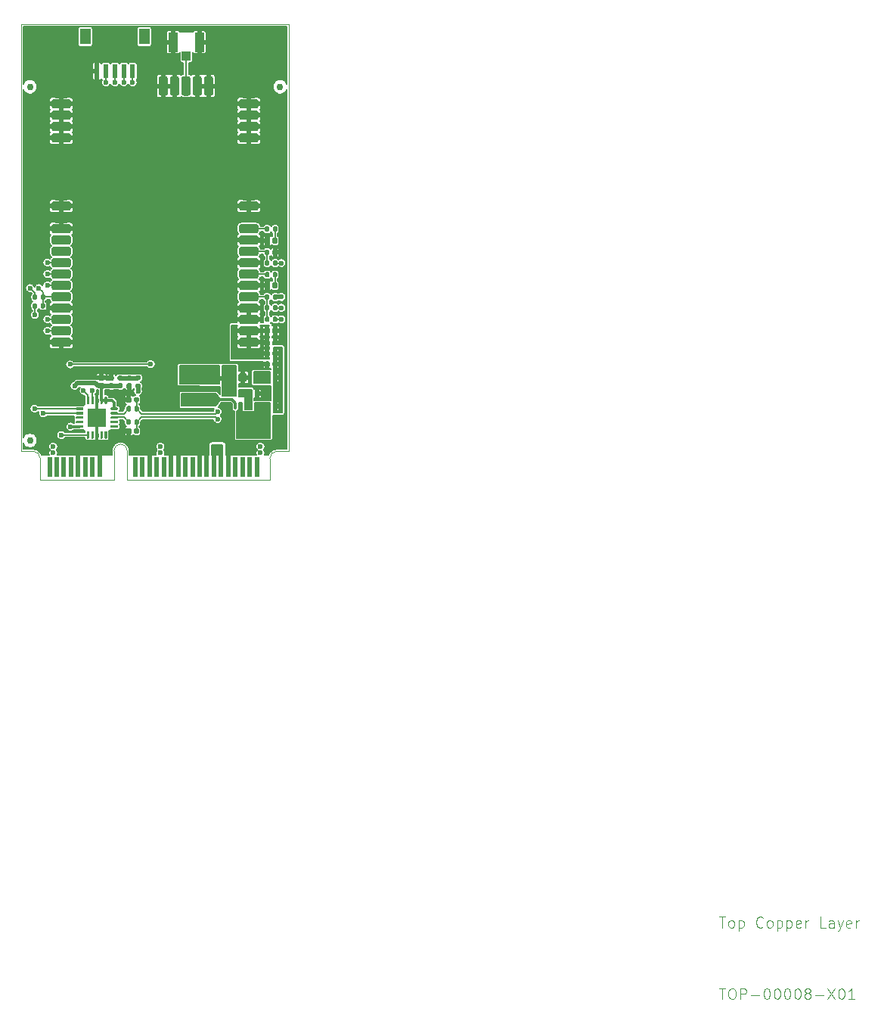
<source format=gbr>
G04 #@! TF.GenerationSoftware,KiCad,Pcbnew,(5.1.6)-1*
G04 #@! TF.CreationDate,2020-07-22T17:22:56+02:00*
G04 #@! TF.ProjectId,BRD-00008-X01,4252442d-3030-4303-9038-2d5830312e6b,X01*
G04 #@! TF.SameCoordinates,Original*
G04 #@! TF.FileFunction,Copper,L1,Top*
G04 #@! TF.FilePolarity,Positive*
%FSLAX46Y46*%
G04 Gerber Fmt 4.6, Leading zero omitted, Abs format (unit mm)*
G04 Created by KiCad (PCBNEW (5.1.6)-1) date 2020-07-22 17:22:56*
%MOMM*%
%LPD*%
G01*
G04 APERTURE LIST*
G04 #@! TA.AperFunction,NonConductor*
%ADD10C,0.120000*%
G04 #@! TD*
G04 #@! TA.AperFunction,Profile*
%ADD11C,0.010000*%
G04 #@! TD*
G04 #@! TA.AperFunction,SMDPad,CuDef*
%ADD12R,3.700000X0.980000*%
G04 #@! TD*
G04 #@! TA.AperFunction,SMDPad,CuDef*
%ADD13C,0.750000*%
G04 #@! TD*
G04 #@! TA.AperFunction,Conductor*
%ADD14R,0.600000X2.300000*%
G04 #@! TD*
G04 #@! TA.AperFunction,ComponentPad*
%ADD15C,0.600000*%
G04 #@! TD*
G04 #@! TA.AperFunction,SMDPad,CuDef*
%ADD16R,2.000000X2.000000*%
G04 #@! TD*
G04 #@! TA.AperFunction,SMDPad,CuDef*
%ADD17R,1.000000X1.050000*%
G04 #@! TD*
G04 #@! TA.AperFunction,SMDPad,CuDef*
%ADD18R,1.050000X2.200000*%
G04 #@! TD*
G04 #@! TA.AperFunction,ComponentPad*
%ADD19C,5.400000*%
G04 #@! TD*
G04 #@! TA.AperFunction,ViaPad*
%ADD20C,0.600000*%
G04 #@! TD*
G04 #@! TA.AperFunction,SMDPad,CuDef*
%ADD21R,0.600000X1.550000*%
G04 #@! TD*
G04 #@! TA.AperFunction,SMDPad,CuDef*
%ADD22R,1.200000X1.800000*%
G04 #@! TD*
G04 #@! TA.AperFunction,Conductor*
%ADD23C,0.500000*%
G04 #@! TD*
G04 #@! TA.AperFunction,Conductor*
%ADD24C,0.300000*%
G04 #@! TD*
G04 #@! TA.AperFunction,Conductor*
%ADD25C,0.150000*%
G04 #@! TD*
G04 #@! TA.AperFunction,Conductor*
%ADD26C,0.180000*%
G04 #@! TD*
G04 #@! TA.AperFunction,Conductor*
%ADD27C,0.220000*%
G04 #@! TD*
G04 #@! TA.AperFunction,Conductor*
%ADD28C,0.210000*%
G04 #@! TD*
G04 #@! TA.AperFunction,Conductor*
%ADD29C,0.200000*%
G04 #@! TD*
G04 APERTURE END LIST*
D10*
X211692285Y-187342857D02*
X212378000Y-187342857D01*
X212035142Y-188542857D02*
X212035142Y-187342857D01*
X213006571Y-187342857D02*
X213235142Y-187342857D01*
X213349428Y-187400000D01*
X213463714Y-187514285D01*
X213520857Y-187742857D01*
X213520857Y-188142857D01*
X213463714Y-188371428D01*
X213349428Y-188485714D01*
X213235142Y-188542857D01*
X213006571Y-188542857D01*
X212892285Y-188485714D01*
X212778000Y-188371428D01*
X212720857Y-188142857D01*
X212720857Y-187742857D01*
X212778000Y-187514285D01*
X212892285Y-187400000D01*
X213006571Y-187342857D01*
X214035142Y-188542857D02*
X214035142Y-187342857D01*
X214492285Y-187342857D01*
X214606571Y-187400000D01*
X214663714Y-187457142D01*
X214720857Y-187571428D01*
X214720857Y-187742857D01*
X214663714Y-187857142D01*
X214606571Y-187914285D01*
X214492285Y-187971428D01*
X214035142Y-187971428D01*
X215235142Y-188085714D02*
X216149428Y-188085714D01*
X216949428Y-187342857D02*
X217063714Y-187342857D01*
X217178000Y-187400000D01*
X217235142Y-187457142D01*
X217292285Y-187571428D01*
X217349428Y-187800000D01*
X217349428Y-188085714D01*
X217292285Y-188314285D01*
X217235142Y-188428571D01*
X217178000Y-188485714D01*
X217063714Y-188542857D01*
X216949428Y-188542857D01*
X216835142Y-188485714D01*
X216778000Y-188428571D01*
X216720857Y-188314285D01*
X216663714Y-188085714D01*
X216663714Y-187800000D01*
X216720857Y-187571428D01*
X216778000Y-187457142D01*
X216835142Y-187400000D01*
X216949428Y-187342857D01*
X218092285Y-187342857D02*
X218206571Y-187342857D01*
X218320857Y-187400000D01*
X218378000Y-187457142D01*
X218435142Y-187571428D01*
X218492285Y-187800000D01*
X218492285Y-188085714D01*
X218435142Y-188314285D01*
X218378000Y-188428571D01*
X218320857Y-188485714D01*
X218206571Y-188542857D01*
X218092285Y-188542857D01*
X217978000Y-188485714D01*
X217920857Y-188428571D01*
X217863714Y-188314285D01*
X217806571Y-188085714D01*
X217806571Y-187800000D01*
X217863714Y-187571428D01*
X217920857Y-187457142D01*
X217978000Y-187400000D01*
X218092285Y-187342857D01*
X219235142Y-187342857D02*
X219349428Y-187342857D01*
X219463714Y-187400000D01*
X219520857Y-187457142D01*
X219578000Y-187571428D01*
X219635142Y-187800000D01*
X219635142Y-188085714D01*
X219578000Y-188314285D01*
X219520857Y-188428571D01*
X219463714Y-188485714D01*
X219349428Y-188542857D01*
X219235142Y-188542857D01*
X219120857Y-188485714D01*
X219063714Y-188428571D01*
X219006571Y-188314285D01*
X218949428Y-188085714D01*
X218949428Y-187800000D01*
X219006571Y-187571428D01*
X219063714Y-187457142D01*
X219120857Y-187400000D01*
X219235142Y-187342857D01*
X220378000Y-187342857D02*
X220492285Y-187342857D01*
X220606571Y-187400000D01*
X220663714Y-187457142D01*
X220720857Y-187571428D01*
X220778000Y-187800000D01*
X220778000Y-188085714D01*
X220720857Y-188314285D01*
X220663714Y-188428571D01*
X220606571Y-188485714D01*
X220492285Y-188542857D01*
X220378000Y-188542857D01*
X220263714Y-188485714D01*
X220206571Y-188428571D01*
X220149428Y-188314285D01*
X220092285Y-188085714D01*
X220092285Y-187800000D01*
X220149428Y-187571428D01*
X220206571Y-187457142D01*
X220263714Y-187400000D01*
X220378000Y-187342857D01*
X221463714Y-187857142D02*
X221349428Y-187800000D01*
X221292285Y-187742857D01*
X221235142Y-187628571D01*
X221235142Y-187571428D01*
X221292285Y-187457142D01*
X221349428Y-187400000D01*
X221463714Y-187342857D01*
X221692285Y-187342857D01*
X221806571Y-187400000D01*
X221863714Y-187457142D01*
X221920857Y-187571428D01*
X221920857Y-187628571D01*
X221863714Y-187742857D01*
X221806571Y-187800000D01*
X221692285Y-187857142D01*
X221463714Y-187857142D01*
X221349428Y-187914285D01*
X221292285Y-187971428D01*
X221235142Y-188085714D01*
X221235142Y-188314285D01*
X221292285Y-188428571D01*
X221349428Y-188485714D01*
X221463714Y-188542857D01*
X221692285Y-188542857D01*
X221806571Y-188485714D01*
X221863714Y-188428571D01*
X221920857Y-188314285D01*
X221920857Y-188085714D01*
X221863714Y-187971428D01*
X221806571Y-187914285D01*
X221692285Y-187857142D01*
X222435142Y-188085714D02*
X223349428Y-188085714D01*
X223806571Y-187342857D02*
X224606571Y-188542857D01*
X224606571Y-187342857D02*
X223806571Y-188542857D01*
X225292285Y-187342857D02*
X225406571Y-187342857D01*
X225520857Y-187400000D01*
X225578000Y-187457142D01*
X225635142Y-187571428D01*
X225692285Y-187800000D01*
X225692285Y-188085714D01*
X225635142Y-188314285D01*
X225578000Y-188428571D01*
X225520857Y-188485714D01*
X225406571Y-188542857D01*
X225292285Y-188542857D01*
X225178000Y-188485714D01*
X225120857Y-188428571D01*
X225063714Y-188314285D01*
X225006571Y-188085714D01*
X225006571Y-187800000D01*
X225063714Y-187571428D01*
X225120857Y-187457142D01*
X225178000Y-187400000D01*
X225292285Y-187342857D01*
X226835142Y-188542857D02*
X226149428Y-188542857D01*
X226492285Y-188542857D02*
X226492285Y-187342857D01*
X226378000Y-187514285D01*
X226263714Y-187628571D01*
X226149428Y-187685714D01*
X211692285Y-179342857D02*
X212378000Y-179342857D01*
X212035142Y-180542857D02*
X212035142Y-179342857D01*
X212949428Y-180542857D02*
X212835142Y-180485714D01*
X212778000Y-180428571D01*
X212720857Y-180314285D01*
X212720857Y-179971428D01*
X212778000Y-179857142D01*
X212835142Y-179800000D01*
X212949428Y-179742857D01*
X213120857Y-179742857D01*
X213235142Y-179800000D01*
X213292285Y-179857142D01*
X213349428Y-179971428D01*
X213349428Y-180314285D01*
X213292285Y-180428571D01*
X213235142Y-180485714D01*
X213120857Y-180542857D01*
X212949428Y-180542857D01*
X213863714Y-179742857D02*
X213863714Y-180942857D01*
X213863714Y-179800000D02*
X213978000Y-179742857D01*
X214206571Y-179742857D01*
X214320857Y-179800000D01*
X214378000Y-179857142D01*
X214435142Y-179971428D01*
X214435142Y-180314285D01*
X214378000Y-180428571D01*
X214320857Y-180485714D01*
X214206571Y-180542857D01*
X213978000Y-180542857D01*
X213863714Y-180485714D01*
X216549428Y-180428571D02*
X216492285Y-180485714D01*
X216320857Y-180542857D01*
X216206571Y-180542857D01*
X216035142Y-180485714D01*
X215920857Y-180371428D01*
X215863714Y-180257142D01*
X215806571Y-180028571D01*
X215806571Y-179857142D01*
X215863714Y-179628571D01*
X215920857Y-179514285D01*
X216035142Y-179400000D01*
X216206571Y-179342857D01*
X216320857Y-179342857D01*
X216492285Y-179400000D01*
X216549428Y-179457142D01*
X217235142Y-180542857D02*
X217120857Y-180485714D01*
X217063714Y-180428571D01*
X217006571Y-180314285D01*
X217006571Y-179971428D01*
X217063714Y-179857142D01*
X217120857Y-179800000D01*
X217235142Y-179742857D01*
X217406571Y-179742857D01*
X217520857Y-179800000D01*
X217578000Y-179857142D01*
X217635142Y-179971428D01*
X217635142Y-180314285D01*
X217578000Y-180428571D01*
X217520857Y-180485714D01*
X217406571Y-180542857D01*
X217235142Y-180542857D01*
X218149428Y-179742857D02*
X218149428Y-180942857D01*
X218149428Y-179800000D02*
X218263714Y-179742857D01*
X218492285Y-179742857D01*
X218606571Y-179800000D01*
X218663714Y-179857142D01*
X218720857Y-179971428D01*
X218720857Y-180314285D01*
X218663714Y-180428571D01*
X218606571Y-180485714D01*
X218492285Y-180542857D01*
X218263714Y-180542857D01*
X218149428Y-180485714D01*
X219235142Y-179742857D02*
X219235142Y-180942857D01*
X219235142Y-179800000D02*
X219349428Y-179742857D01*
X219578000Y-179742857D01*
X219692285Y-179800000D01*
X219749428Y-179857142D01*
X219806571Y-179971428D01*
X219806571Y-180314285D01*
X219749428Y-180428571D01*
X219692285Y-180485714D01*
X219578000Y-180542857D01*
X219349428Y-180542857D01*
X219235142Y-180485714D01*
X220778000Y-180485714D02*
X220663714Y-180542857D01*
X220435142Y-180542857D01*
X220320857Y-180485714D01*
X220263714Y-180371428D01*
X220263714Y-179914285D01*
X220320857Y-179800000D01*
X220435142Y-179742857D01*
X220663714Y-179742857D01*
X220778000Y-179800000D01*
X220835142Y-179914285D01*
X220835142Y-180028571D01*
X220263714Y-180142857D01*
X221349428Y-180542857D02*
X221349428Y-179742857D01*
X221349428Y-179971428D02*
X221406571Y-179857142D01*
X221463714Y-179800000D01*
X221578000Y-179742857D01*
X221692285Y-179742857D01*
X223578000Y-180542857D02*
X223006571Y-180542857D01*
X223006571Y-179342857D01*
X224492285Y-180542857D02*
X224492285Y-179914285D01*
X224435142Y-179800000D01*
X224320857Y-179742857D01*
X224092285Y-179742857D01*
X223978000Y-179800000D01*
X224492285Y-180485714D02*
X224378000Y-180542857D01*
X224092285Y-180542857D01*
X223978000Y-180485714D01*
X223920857Y-180371428D01*
X223920857Y-180257142D01*
X223978000Y-180142857D01*
X224092285Y-180085714D01*
X224378000Y-180085714D01*
X224492285Y-180028571D01*
X224949428Y-179742857D02*
X225235142Y-180542857D01*
X225520857Y-179742857D02*
X225235142Y-180542857D01*
X225120857Y-180828571D01*
X225063714Y-180885714D01*
X224949428Y-180942857D01*
X226435142Y-180485714D02*
X226320857Y-180542857D01*
X226092285Y-180542857D01*
X225978000Y-180485714D01*
X225920857Y-180371428D01*
X225920857Y-179914285D01*
X225978000Y-179800000D01*
X226092285Y-179742857D01*
X226320857Y-179742857D01*
X226435142Y-179800000D01*
X226492285Y-179914285D01*
X226492285Y-180028571D01*
X225920857Y-180142857D01*
X227006571Y-180542857D02*
X227006571Y-179742857D01*
X227006571Y-179971428D02*
X227063714Y-179857142D01*
X227120857Y-179800000D01*
X227235142Y-179742857D01*
X227349428Y-179742857D01*
D11*
X135650000Y-130450000D02*
X135650000Y-128050000D01*
X135650000Y-130450000D02*
X143900000Y-130450000D01*
X143900000Y-130450000D02*
X143900000Y-127200000D01*
X145400000Y-130450000D02*
X145400000Y-127200000D01*
X163500000Y-127250000D02*
X163500000Y-79500000D01*
X162150000Y-127250000D02*
X163500000Y-127250000D01*
X145400000Y-130450000D02*
X161350000Y-130450000D01*
X161350000Y-130450000D02*
X161350000Y-128050000D01*
X162150000Y-127250000D02*
G75*
G03*
X161350000Y-128050000I0J-800000D01*
G01*
X144650000Y-126450000D02*
G75*
G03*
X143900000Y-127200000I0J-750000D01*
G01*
X145400000Y-127200000D02*
G75*
G03*
X144650000Y-126450000I-750000J0D01*
G01*
X135650000Y-128050000D02*
G75*
G03*
X134850000Y-127250000I-800000J0D01*
G01*
X133500000Y-127250000D02*
X134850000Y-127250000D01*
X133500000Y-79500000D02*
X133500000Y-127250000D01*
X133500000Y-79500000D02*
X163500000Y-79500000D01*
D12*
X153500000Y-119115000D03*
X153500000Y-121485000D03*
D13*
X134500000Y-126050000D03*
X134500000Y-86500000D03*
X162500000Y-86500000D03*
D14*
X159900000Y-129050000D03*
X159100000Y-129050000D03*
X158300000Y-129050000D03*
X157500000Y-129050000D03*
X156700000Y-129050000D03*
X155900000Y-129050000D03*
X155100000Y-129050000D03*
X154300000Y-129050000D03*
X153500000Y-129050000D03*
X152700000Y-129050000D03*
X151900000Y-129050000D03*
X151100000Y-129050000D03*
X150300000Y-129050000D03*
X149500000Y-129050000D03*
X148700000Y-129050000D03*
X147900000Y-129050000D03*
X147100000Y-129050000D03*
X146300000Y-129050000D03*
X142300000Y-129050000D03*
X141500000Y-129050000D03*
X140700000Y-129050000D03*
X139900000Y-129050000D03*
X139100000Y-129050000D03*
X138300000Y-129050000D03*
X137500000Y-129050000D03*
X136700000Y-129050000D03*
G04 #@! TA.AperFunction,SMDPad,CuDef*
G36*
G01*
X159310000Y-122029999D02*
X159310000Y-122370001D01*
G75*
G02*
X159180001Y-122500000I-129999J0D01*
G01*
X158929999Y-122500000D01*
G75*
G02*
X158800000Y-122370001I0J129999D01*
G01*
X158800000Y-122029999D01*
G75*
G02*
X158929999Y-121900000I129999J0D01*
G01*
X159180001Y-121900000D01*
G75*
G02*
X159310000Y-122029999I0J-129999D01*
G01*
G37*
G04 #@! TD.AperFunction*
G04 #@! TA.AperFunction,SMDPad,CuDef*
G36*
G01*
X160200000Y-122029999D02*
X160200000Y-122370001D01*
G75*
G02*
X160070001Y-122500000I-129999J0D01*
G01*
X159819999Y-122500000D01*
G75*
G02*
X159690000Y-122370001I0J129999D01*
G01*
X159690000Y-122029999D01*
G75*
G02*
X159819999Y-121900000I129999J0D01*
G01*
X160070001Y-121900000D01*
G75*
G02*
X160200000Y-122029999I0J-129999D01*
G01*
G37*
G04 #@! TD.AperFunction*
G04 #@! TA.AperFunction,SMDPad,CuDef*
G36*
G01*
X160800000Y-103910000D02*
X160800000Y-103490000D01*
G75*
G02*
X160940000Y-103350000I140000J0D01*
G01*
X161220000Y-103350000D01*
G75*
G02*
X161360000Y-103490000I0J-140000D01*
G01*
X161360000Y-103910000D01*
G75*
G02*
X161220000Y-104050000I-140000J0D01*
G01*
X160940000Y-104050000D01*
G75*
G02*
X160800000Y-103910000I0J140000D01*
G01*
G37*
G04 #@! TD.AperFunction*
G04 #@! TA.AperFunction,SMDPad,CuDef*
G36*
G01*
X161640000Y-103910000D02*
X161640000Y-103490000D01*
G75*
G02*
X161780000Y-103350000I140000J0D01*
G01*
X162060000Y-103350000D01*
G75*
G02*
X162200000Y-103490000I0J-140000D01*
G01*
X162200000Y-103910000D01*
G75*
G02*
X162060000Y-104050000I-140000J0D01*
G01*
X161780000Y-104050000D01*
G75*
G02*
X161640000Y-103910000I0J140000D01*
G01*
G37*
G04 #@! TD.AperFunction*
D15*
X142500000Y-124000000D03*
X142500000Y-123000000D03*
X141500000Y-123000000D03*
X141500000Y-124000000D03*
G04 #@! TA.AperFunction,SMDPad,CuDef*
G36*
G01*
X141064989Y-125865000D02*
X140935011Y-125865000D01*
G75*
G02*
X140865000Y-125794989I0J70011D01*
G01*
X140865000Y-125075011D01*
G75*
G02*
X140935011Y-125005000I70011J0D01*
G01*
X141064989Y-125005000D01*
G75*
G02*
X141135000Y-125075011I0J-70011D01*
G01*
X141135000Y-125794989D01*
G75*
G02*
X141064989Y-125865000I-70011J0D01*
G01*
G37*
G04 #@! TD.AperFunction*
G04 #@! TA.AperFunction,SMDPad,CuDef*
G36*
G01*
X141564989Y-125865000D02*
X141435011Y-125865000D01*
G75*
G02*
X141365000Y-125794989I0J70011D01*
G01*
X141365000Y-125075011D01*
G75*
G02*
X141435011Y-125005000I70011J0D01*
G01*
X141564989Y-125005000D01*
G75*
G02*
X141635000Y-125075011I0J-70011D01*
G01*
X141635000Y-125794989D01*
G75*
G02*
X141564989Y-125865000I-70011J0D01*
G01*
G37*
G04 #@! TD.AperFunction*
G04 #@! TA.AperFunction,SMDPad,CuDef*
G36*
G01*
X142064989Y-125865000D02*
X141935011Y-125865000D01*
G75*
G02*
X141865000Y-125794989I0J70011D01*
G01*
X141865000Y-125075011D01*
G75*
G02*
X141935011Y-125005000I70011J0D01*
G01*
X142064989Y-125005000D01*
G75*
G02*
X142135000Y-125075011I0J-70011D01*
G01*
X142135000Y-125794989D01*
G75*
G02*
X142064989Y-125865000I-70011J0D01*
G01*
G37*
G04 #@! TD.AperFunction*
G04 #@! TA.AperFunction,SMDPad,CuDef*
G36*
G01*
X142564989Y-125865000D02*
X142435011Y-125865000D01*
G75*
G02*
X142365000Y-125794989I0J70011D01*
G01*
X142365000Y-125075011D01*
G75*
G02*
X142435011Y-125005000I70011J0D01*
G01*
X142564989Y-125005000D01*
G75*
G02*
X142635000Y-125075011I0J-70011D01*
G01*
X142635000Y-125794989D01*
G75*
G02*
X142564989Y-125865000I-70011J0D01*
G01*
G37*
G04 #@! TD.AperFunction*
G04 #@! TA.AperFunction,SMDPad,CuDef*
G36*
G01*
X143064989Y-125865000D02*
X142935011Y-125865000D01*
G75*
G02*
X142865000Y-125794989I0J70011D01*
G01*
X142865000Y-125075011D01*
G75*
G02*
X142935011Y-125005000I70011J0D01*
G01*
X143064989Y-125005000D01*
G75*
G02*
X143135000Y-125075011I0J-70011D01*
G01*
X143135000Y-125794989D01*
G75*
G02*
X143064989Y-125865000I-70011J0D01*
G01*
G37*
G04 #@! TD.AperFunction*
G04 #@! TA.AperFunction,SMDPad,CuDef*
G36*
G01*
X143505000Y-124564989D02*
X143505000Y-124435011D01*
G75*
G02*
X143575011Y-124365000I70011J0D01*
G01*
X144294989Y-124365000D01*
G75*
G02*
X144365000Y-124435011I0J-70011D01*
G01*
X144365000Y-124564989D01*
G75*
G02*
X144294989Y-124635000I-70011J0D01*
G01*
X143575011Y-124635000D01*
G75*
G02*
X143505000Y-124564989I0J70011D01*
G01*
G37*
G04 #@! TD.AperFunction*
G04 #@! TA.AperFunction,SMDPad,CuDef*
G36*
G01*
X143505000Y-124064989D02*
X143505000Y-123935011D01*
G75*
G02*
X143575011Y-123865000I70011J0D01*
G01*
X144294989Y-123865000D01*
G75*
G02*
X144365000Y-123935011I0J-70011D01*
G01*
X144365000Y-124064989D01*
G75*
G02*
X144294989Y-124135000I-70011J0D01*
G01*
X143575011Y-124135000D01*
G75*
G02*
X143505000Y-124064989I0J70011D01*
G01*
G37*
G04 #@! TD.AperFunction*
G04 #@! TA.AperFunction,SMDPad,CuDef*
G36*
G01*
X143505000Y-123564989D02*
X143505000Y-123435011D01*
G75*
G02*
X143575011Y-123365000I70011J0D01*
G01*
X144294989Y-123365000D01*
G75*
G02*
X144365000Y-123435011I0J-70011D01*
G01*
X144365000Y-123564989D01*
G75*
G02*
X144294989Y-123635000I-70011J0D01*
G01*
X143575011Y-123635000D01*
G75*
G02*
X143505000Y-123564989I0J70011D01*
G01*
G37*
G04 #@! TD.AperFunction*
G04 #@! TA.AperFunction,SMDPad,CuDef*
G36*
G01*
X143505000Y-123064989D02*
X143505000Y-122935011D01*
G75*
G02*
X143575011Y-122865000I70011J0D01*
G01*
X144294989Y-122865000D01*
G75*
G02*
X144365000Y-122935011I0J-70011D01*
G01*
X144365000Y-123064989D01*
G75*
G02*
X144294989Y-123135000I-70011J0D01*
G01*
X143575011Y-123135000D01*
G75*
G02*
X143505000Y-123064989I0J70011D01*
G01*
G37*
G04 #@! TD.AperFunction*
G04 #@! TA.AperFunction,SMDPad,CuDef*
G36*
G01*
X143505000Y-122564989D02*
X143505000Y-122435011D01*
G75*
G02*
X143575011Y-122365000I70011J0D01*
G01*
X144294989Y-122365000D01*
G75*
G02*
X144365000Y-122435011I0J-70011D01*
G01*
X144365000Y-122564989D01*
G75*
G02*
X144294989Y-122635000I-70011J0D01*
G01*
X143575011Y-122635000D01*
G75*
G02*
X143505000Y-122564989I0J70011D01*
G01*
G37*
G04 #@! TD.AperFunction*
G04 #@! TA.AperFunction,SMDPad,CuDef*
G36*
G01*
X143064989Y-121995000D02*
X142935011Y-121995000D01*
G75*
G02*
X142865000Y-121924989I0J70011D01*
G01*
X142865000Y-121205011D01*
G75*
G02*
X142935011Y-121135000I70011J0D01*
G01*
X143064989Y-121135000D01*
G75*
G02*
X143135000Y-121205011I0J-70011D01*
G01*
X143135000Y-121924989D01*
G75*
G02*
X143064989Y-121995000I-70011J0D01*
G01*
G37*
G04 #@! TD.AperFunction*
G04 #@! TA.AperFunction,SMDPad,CuDef*
G36*
G01*
X142564989Y-121995000D02*
X142435011Y-121995000D01*
G75*
G02*
X142365000Y-121924989I0J70011D01*
G01*
X142365000Y-121205011D01*
G75*
G02*
X142435011Y-121135000I70011J0D01*
G01*
X142564989Y-121135000D01*
G75*
G02*
X142635000Y-121205011I0J-70011D01*
G01*
X142635000Y-121924989D01*
G75*
G02*
X142564989Y-121995000I-70011J0D01*
G01*
G37*
G04 #@! TD.AperFunction*
G04 #@! TA.AperFunction,SMDPad,CuDef*
G36*
G01*
X142064989Y-121995000D02*
X141935011Y-121995000D01*
G75*
G02*
X141865000Y-121924989I0J70011D01*
G01*
X141865000Y-121205011D01*
G75*
G02*
X141935011Y-121135000I70011J0D01*
G01*
X142064989Y-121135000D01*
G75*
G02*
X142135000Y-121205011I0J-70011D01*
G01*
X142135000Y-121924989D01*
G75*
G02*
X142064989Y-121995000I-70011J0D01*
G01*
G37*
G04 #@! TD.AperFunction*
G04 #@! TA.AperFunction,SMDPad,CuDef*
G36*
G01*
X141564989Y-121995000D02*
X141435011Y-121995000D01*
G75*
G02*
X141365000Y-121924989I0J70011D01*
G01*
X141365000Y-121205011D01*
G75*
G02*
X141435011Y-121135000I70011J0D01*
G01*
X141564989Y-121135000D01*
G75*
G02*
X141635000Y-121205011I0J-70011D01*
G01*
X141635000Y-121924989D01*
G75*
G02*
X141564989Y-121995000I-70011J0D01*
G01*
G37*
G04 #@! TD.AperFunction*
G04 #@! TA.AperFunction,SMDPad,CuDef*
G36*
G01*
X141064989Y-121995000D02*
X140935011Y-121995000D01*
G75*
G02*
X140865000Y-121924989I0J70011D01*
G01*
X140865000Y-121205011D01*
G75*
G02*
X140935011Y-121135000I70011J0D01*
G01*
X141064989Y-121135000D01*
G75*
G02*
X141135000Y-121205011I0J-70011D01*
G01*
X141135000Y-121924989D01*
G75*
G02*
X141064989Y-121995000I-70011J0D01*
G01*
G37*
G04 #@! TD.AperFunction*
G04 #@! TA.AperFunction,SMDPad,CuDef*
G36*
G01*
X139635000Y-122564989D02*
X139635000Y-122435011D01*
G75*
G02*
X139705011Y-122365000I70011J0D01*
G01*
X140424989Y-122365000D01*
G75*
G02*
X140495000Y-122435011I0J-70011D01*
G01*
X140495000Y-122564989D01*
G75*
G02*
X140424989Y-122635000I-70011J0D01*
G01*
X139705011Y-122635000D01*
G75*
G02*
X139635000Y-122564989I0J70011D01*
G01*
G37*
G04 #@! TD.AperFunction*
G04 #@! TA.AperFunction,SMDPad,CuDef*
G36*
G01*
X139635000Y-123064989D02*
X139635000Y-122935011D01*
G75*
G02*
X139705011Y-122865000I70011J0D01*
G01*
X140424989Y-122865000D01*
G75*
G02*
X140495000Y-122935011I0J-70011D01*
G01*
X140495000Y-123064989D01*
G75*
G02*
X140424989Y-123135000I-70011J0D01*
G01*
X139705011Y-123135000D01*
G75*
G02*
X139635000Y-123064989I0J70011D01*
G01*
G37*
G04 #@! TD.AperFunction*
G04 #@! TA.AperFunction,SMDPad,CuDef*
G36*
G01*
X139635000Y-123564989D02*
X139635000Y-123435011D01*
G75*
G02*
X139705011Y-123365000I70011J0D01*
G01*
X140424989Y-123365000D01*
G75*
G02*
X140495000Y-123435011I0J-70011D01*
G01*
X140495000Y-123564989D01*
G75*
G02*
X140424989Y-123635000I-70011J0D01*
G01*
X139705011Y-123635000D01*
G75*
G02*
X139635000Y-123564989I0J70011D01*
G01*
G37*
G04 #@! TD.AperFunction*
G04 #@! TA.AperFunction,SMDPad,CuDef*
G36*
G01*
X139635000Y-124064989D02*
X139635000Y-123935011D01*
G75*
G02*
X139705011Y-123865000I70011J0D01*
G01*
X140424989Y-123865000D01*
G75*
G02*
X140495000Y-123935011I0J-70011D01*
G01*
X140495000Y-124064989D01*
G75*
G02*
X140424989Y-124135000I-70011J0D01*
G01*
X139705011Y-124135000D01*
G75*
G02*
X139635000Y-124064989I0J70011D01*
G01*
G37*
G04 #@! TD.AperFunction*
G04 #@! TA.AperFunction,SMDPad,CuDef*
G36*
G01*
X139635000Y-124564989D02*
X139635000Y-124435011D01*
G75*
G02*
X139705011Y-124365000I70011J0D01*
G01*
X140424989Y-124365000D01*
G75*
G02*
X140495000Y-124435011I0J-70011D01*
G01*
X140495000Y-124564989D01*
G75*
G02*
X140424989Y-124635000I-70011J0D01*
G01*
X139705011Y-124635000D01*
G75*
G02*
X139635000Y-124564989I0J70011D01*
G01*
G37*
G04 #@! TD.AperFunction*
D16*
X142000000Y-123500000D03*
D17*
X152000000Y-83025000D03*
D18*
X150525000Y-81500000D03*
X153475000Y-81500000D03*
G04 #@! TA.AperFunction,SMDPad,CuDef*
G36*
G01*
X160800000Y-105170001D02*
X160800000Y-104829999D01*
G75*
G02*
X160929999Y-104700000I129999J0D01*
G01*
X161180001Y-104700000D01*
G75*
G02*
X161310000Y-104829999I0J-129999D01*
G01*
X161310000Y-105170001D01*
G75*
G02*
X161180001Y-105300000I-129999J0D01*
G01*
X160929999Y-105300000D01*
G75*
G02*
X160800000Y-105170001I0J129999D01*
G01*
G37*
G04 #@! TD.AperFunction*
G04 #@! TA.AperFunction,SMDPad,CuDef*
G36*
G01*
X161690000Y-105170001D02*
X161690000Y-104829999D01*
G75*
G02*
X161819999Y-104700000I129999J0D01*
G01*
X162070001Y-104700000D01*
G75*
G02*
X162200000Y-104829999I0J-129999D01*
G01*
X162200000Y-105170001D01*
G75*
G02*
X162070001Y-105300000I-129999J0D01*
G01*
X161819999Y-105300000D01*
G75*
G02*
X161690000Y-105170001I0J129999D01*
G01*
G37*
G04 #@! TD.AperFunction*
D19*
X136400000Y-82400000D03*
D20*
X136400000Y-80390000D03*
X134980000Y-80980000D03*
X134390000Y-82400000D03*
X134980000Y-83820000D03*
X136400000Y-84410000D03*
X137820000Y-83820000D03*
X138410000Y-82400000D03*
X137820000Y-80980000D03*
D19*
X160600000Y-82400000D03*
D20*
X160600000Y-80390000D03*
X159180000Y-80980000D03*
X158590000Y-82400000D03*
X159180000Y-83820000D03*
X160600000Y-84410000D03*
X162020000Y-83820000D03*
X162610000Y-82400000D03*
X162020000Y-80980000D03*
G04 #@! TA.AperFunction,SMDPad,CuDef*
G36*
G01*
X159846000Y-115568000D02*
X158154000Y-115568000D01*
G75*
G02*
X157900000Y-115314000I0J254000D01*
G01*
X157900000Y-114806000D01*
G75*
G02*
X158154000Y-114552000I254000J0D01*
G01*
X159846000Y-114552000D01*
G75*
G02*
X160100000Y-114806000I0J-254000D01*
G01*
X160100000Y-115314000D01*
G75*
G02*
X159846000Y-115568000I-254000J0D01*
G01*
G37*
G04 #@! TD.AperFunction*
G04 #@! TA.AperFunction,SMDPad,CuDef*
G36*
G01*
X159846000Y-114298000D02*
X158154000Y-114298000D01*
G75*
G02*
X157900000Y-114044000I0J254000D01*
G01*
X157900000Y-113536000D01*
G75*
G02*
X158154000Y-113282000I254000J0D01*
G01*
X159846000Y-113282000D01*
G75*
G02*
X160100000Y-113536000I0J-254000D01*
G01*
X160100000Y-114044000D01*
G75*
G02*
X159846000Y-114298000I-254000J0D01*
G01*
G37*
G04 #@! TD.AperFunction*
G04 #@! TA.AperFunction,SMDPad,CuDef*
G36*
G01*
X159846000Y-113028000D02*
X158154000Y-113028000D01*
G75*
G02*
X157900000Y-112774000I0J254000D01*
G01*
X157900000Y-112266000D01*
G75*
G02*
X158154000Y-112012000I254000J0D01*
G01*
X159846000Y-112012000D01*
G75*
G02*
X160100000Y-112266000I0J-254000D01*
G01*
X160100000Y-112774000D01*
G75*
G02*
X159846000Y-113028000I-254000J0D01*
G01*
G37*
G04 #@! TD.AperFunction*
G04 #@! TA.AperFunction,SMDPad,CuDef*
G36*
G01*
X159846000Y-111758000D02*
X158154000Y-111758000D01*
G75*
G02*
X157900000Y-111504000I0J254000D01*
G01*
X157900000Y-110996000D01*
G75*
G02*
X158154000Y-110742000I254000J0D01*
G01*
X159846000Y-110742000D01*
G75*
G02*
X160100000Y-110996000I0J-254000D01*
G01*
X160100000Y-111504000D01*
G75*
G02*
X159846000Y-111758000I-254000J0D01*
G01*
G37*
G04 #@! TD.AperFunction*
G04 #@! TA.AperFunction,SMDPad,CuDef*
G36*
G01*
X159846000Y-110488000D02*
X158154000Y-110488000D01*
G75*
G02*
X157900000Y-110234000I0J254000D01*
G01*
X157900000Y-109726000D01*
G75*
G02*
X158154000Y-109472000I254000J0D01*
G01*
X159846000Y-109472000D01*
G75*
G02*
X160100000Y-109726000I0J-254000D01*
G01*
X160100000Y-110234000D01*
G75*
G02*
X159846000Y-110488000I-254000J0D01*
G01*
G37*
G04 #@! TD.AperFunction*
G04 #@! TA.AperFunction,SMDPad,CuDef*
G36*
G01*
X159846000Y-109218000D02*
X158154000Y-109218000D01*
G75*
G02*
X157900000Y-108964000I0J254000D01*
G01*
X157900000Y-108456000D01*
G75*
G02*
X158154000Y-108202000I254000J0D01*
G01*
X159846000Y-108202000D01*
G75*
G02*
X160100000Y-108456000I0J-254000D01*
G01*
X160100000Y-108964000D01*
G75*
G02*
X159846000Y-109218000I-254000J0D01*
G01*
G37*
G04 #@! TD.AperFunction*
G04 #@! TA.AperFunction,SMDPad,CuDef*
G36*
G01*
X159846000Y-107948000D02*
X158154000Y-107948000D01*
G75*
G02*
X157900000Y-107694000I0J254000D01*
G01*
X157900000Y-107186000D01*
G75*
G02*
X158154000Y-106932000I254000J0D01*
G01*
X159846000Y-106932000D01*
G75*
G02*
X160100000Y-107186000I0J-254000D01*
G01*
X160100000Y-107694000D01*
G75*
G02*
X159846000Y-107948000I-254000J0D01*
G01*
G37*
G04 #@! TD.AperFunction*
G04 #@! TA.AperFunction,SMDPad,CuDef*
G36*
G01*
X159846000Y-106678000D02*
X158154000Y-106678000D01*
G75*
G02*
X157900000Y-106424000I0J254000D01*
G01*
X157900000Y-105916000D01*
G75*
G02*
X158154000Y-105662000I254000J0D01*
G01*
X159846000Y-105662000D01*
G75*
G02*
X160100000Y-105916000I0J-254000D01*
G01*
X160100000Y-106424000D01*
G75*
G02*
X159846000Y-106678000I-254000J0D01*
G01*
G37*
G04 #@! TD.AperFunction*
G04 #@! TA.AperFunction,SMDPad,CuDef*
G36*
G01*
X159846000Y-105408000D02*
X158154000Y-105408000D01*
G75*
G02*
X157900000Y-105154000I0J254000D01*
G01*
X157900000Y-104646000D01*
G75*
G02*
X158154000Y-104392000I254000J0D01*
G01*
X159846000Y-104392000D01*
G75*
G02*
X160100000Y-104646000I0J-254000D01*
G01*
X160100000Y-105154000D01*
G75*
G02*
X159846000Y-105408000I-254000J0D01*
G01*
G37*
G04 #@! TD.AperFunction*
G04 #@! TA.AperFunction,SMDPad,CuDef*
G36*
G01*
X159846000Y-104138000D02*
X158154000Y-104138000D01*
G75*
G02*
X157900000Y-103884000I0J254000D01*
G01*
X157900000Y-103376000D01*
G75*
G02*
X158154000Y-103122000I254000J0D01*
G01*
X159846000Y-103122000D01*
G75*
G02*
X160100000Y-103376000I0J-254000D01*
G01*
X160100000Y-103884000D01*
G75*
G02*
X159846000Y-104138000I-254000J0D01*
G01*
G37*
G04 #@! TD.AperFunction*
G04 #@! TA.AperFunction,SMDPad,CuDef*
G36*
G01*
X159846000Y-102868000D02*
X158154000Y-102868000D01*
G75*
G02*
X157900000Y-102614000I0J254000D01*
G01*
X157900000Y-102106000D01*
G75*
G02*
X158154000Y-101852000I254000J0D01*
G01*
X159846000Y-101852000D01*
G75*
G02*
X160100000Y-102106000I0J-254000D01*
G01*
X160100000Y-102614000D01*
G75*
G02*
X159846000Y-102868000I-254000J0D01*
G01*
G37*
G04 #@! TD.AperFunction*
G04 #@! TA.AperFunction,SMDPad,CuDef*
G36*
G01*
X159846000Y-100328000D02*
X158154000Y-100328000D01*
G75*
G02*
X157900000Y-100074000I0J254000D01*
G01*
X157900000Y-99566000D01*
G75*
G02*
X158154000Y-99312000I254000J0D01*
G01*
X159846000Y-99312000D01*
G75*
G02*
X160100000Y-99566000I0J-254000D01*
G01*
X160100000Y-100074000D01*
G75*
G02*
X159846000Y-100328000I-254000J0D01*
G01*
G37*
G04 #@! TD.AperFunction*
G04 #@! TA.AperFunction,SMDPad,CuDef*
G36*
G01*
X159846000Y-92708000D02*
X158154000Y-92708000D01*
G75*
G02*
X157900000Y-92454000I0J254000D01*
G01*
X157900000Y-91946000D01*
G75*
G02*
X158154000Y-91692000I254000J0D01*
G01*
X159846000Y-91692000D01*
G75*
G02*
X160100000Y-91946000I0J-254000D01*
G01*
X160100000Y-92454000D01*
G75*
G02*
X159846000Y-92708000I-254000J0D01*
G01*
G37*
G04 #@! TD.AperFunction*
G04 #@! TA.AperFunction,SMDPad,CuDef*
G36*
G01*
X159846000Y-91438000D02*
X158154000Y-91438000D01*
G75*
G02*
X157900000Y-91184000I0J254000D01*
G01*
X157900000Y-90676000D01*
G75*
G02*
X158154000Y-90422000I254000J0D01*
G01*
X159846000Y-90422000D01*
G75*
G02*
X160100000Y-90676000I0J-254000D01*
G01*
X160100000Y-91184000D01*
G75*
G02*
X159846000Y-91438000I-254000J0D01*
G01*
G37*
G04 #@! TD.AperFunction*
G04 #@! TA.AperFunction,SMDPad,CuDef*
G36*
G01*
X159846000Y-90168000D02*
X158154000Y-90168000D01*
G75*
G02*
X157900000Y-89914000I0J254000D01*
G01*
X157900000Y-89406000D01*
G75*
G02*
X158154000Y-89152000I254000J0D01*
G01*
X159846000Y-89152000D01*
G75*
G02*
X160100000Y-89406000I0J-254000D01*
G01*
X160100000Y-89914000D01*
G75*
G02*
X159846000Y-90168000I-254000J0D01*
G01*
G37*
G04 #@! TD.AperFunction*
G04 #@! TA.AperFunction,SMDPad,CuDef*
G36*
G01*
X159846000Y-88898000D02*
X158154000Y-88898000D01*
G75*
G02*
X157900000Y-88644000I0J254000D01*
G01*
X157900000Y-88136000D01*
G75*
G02*
X158154000Y-87882000I254000J0D01*
G01*
X159846000Y-87882000D01*
G75*
G02*
X160100000Y-88136000I0J-254000D01*
G01*
X160100000Y-88644000D01*
G75*
G02*
X159846000Y-88898000I-254000J0D01*
G01*
G37*
G04 #@! TD.AperFunction*
G04 #@! TA.AperFunction,SMDPad,CuDef*
G36*
G01*
X155018000Y-85554000D02*
X155018000Y-87246000D01*
G75*
G02*
X154764000Y-87500000I-254000J0D01*
G01*
X154256000Y-87500000D01*
G75*
G02*
X154002000Y-87246000I0J254000D01*
G01*
X154002000Y-85554000D01*
G75*
G02*
X154256000Y-85300000I254000J0D01*
G01*
X154764000Y-85300000D01*
G75*
G02*
X155018000Y-85554000I0J-254000D01*
G01*
G37*
G04 #@! TD.AperFunction*
G04 #@! TA.AperFunction,SMDPad,CuDef*
G36*
G01*
X153748000Y-85554000D02*
X153748000Y-87246000D01*
G75*
G02*
X153494000Y-87500000I-254000J0D01*
G01*
X152986000Y-87500000D01*
G75*
G02*
X152732000Y-87246000I0J254000D01*
G01*
X152732000Y-85554000D01*
G75*
G02*
X152986000Y-85300000I254000J0D01*
G01*
X153494000Y-85300000D01*
G75*
G02*
X153748000Y-85554000I0J-254000D01*
G01*
G37*
G04 #@! TD.AperFunction*
G04 #@! TA.AperFunction,SMDPad,CuDef*
G36*
G01*
X152478000Y-85554000D02*
X152478000Y-87246000D01*
G75*
G02*
X152224000Y-87500000I-254000J0D01*
G01*
X151716000Y-87500000D01*
G75*
G02*
X151462000Y-87246000I0J254000D01*
G01*
X151462000Y-85554000D01*
G75*
G02*
X151716000Y-85300000I254000J0D01*
G01*
X152224000Y-85300000D01*
G75*
G02*
X152478000Y-85554000I0J-254000D01*
G01*
G37*
G04 #@! TD.AperFunction*
G04 #@! TA.AperFunction,SMDPad,CuDef*
G36*
G01*
X151208000Y-85554000D02*
X151208000Y-87246000D01*
G75*
G02*
X150954000Y-87500000I-254000J0D01*
G01*
X150446000Y-87500000D01*
G75*
G02*
X150192000Y-87246000I0J254000D01*
G01*
X150192000Y-85554000D01*
G75*
G02*
X150446000Y-85300000I254000J0D01*
G01*
X150954000Y-85300000D01*
G75*
G02*
X151208000Y-85554000I0J-254000D01*
G01*
G37*
G04 #@! TD.AperFunction*
G04 #@! TA.AperFunction,SMDPad,CuDef*
G36*
G01*
X149938000Y-85554000D02*
X149938000Y-87246000D01*
G75*
G02*
X149684000Y-87500000I-254000J0D01*
G01*
X149176000Y-87500000D01*
G75*
G02*
X148922000Y-87246000I0J254000D01*
G01*
X148922000Y-85554000D01*
G75*
G02*
X149176000Y-85300000I254000J0D01*
G01*
X149684000Y-85300000D01*
G75*
G02*
X149938000Y-85554000I0J-254000D01*
G01*
G37*
G04 #@! TD.AperFunction*
G04 #@! TA.AperFunction,SMDPad,CuDef*
G36*
G01*
X138846000Y-88898000D02*
X137154000Y-88898000D01*
G75*
G02*
X136900000Y-88644000I0J254000D01*
G01*
X136900000Y-88136000D01*
G75*
G02*
X137154000Y-87882000I254000J0D01*
G01*
X138846000Y-87882000D01*
G75*
G02*
X139100000Y-88136000I0J-254000D01*
G01*
X139100000Y-88644000D01*
G75*
G02*
X138846000Y-88898000I-254000J0D01*
G01*
G37*
G04 #@! TD.AperFunction*
G04 #@! TA.AperFunction,SMDPad,CuDef*
G36*
G01*
X138846000Y-90168000D02*
X137154000Y-90168000D01*
G75*
G02*
X136900000Y-89914000I0J254000D01*
G01*
X136900000Y-89406000D01*
G75*
G02*
X137154000Y-89152000I254000J0D01*
G01*
X138846000Y-89152000D01*
G75*
G02*
X139100000Y-89406000I0J-254000D01*
G01*
X139100000Y-89914000D01*
G75*
G02*
X138846000Y-90168000I-254000J0D01*
G01*
G37*
G04 #@! TD.AperFunction*
G04 #@! TA.AperFunction,SMDPad,CuDef*
G36*
G01*
X138846000Y-91438000D02*
X137154000Y-91438000D01*
G75*
G02*
X136900000Y-91184000I0J254000D01*
G01*
X136900000Y-90676000D01*
G75*
G02*
X137154000Y-90422000I254000J0D01*
G01*
X138846000Y-90422000D01*
G75*
G02*
X139100000Y-90676000I0J-254000D01*
G01*
X139100000Y-91184000D01*
G75*
G02*
X138846000Y-91438000I-254000J0D01*
G01*
G37*
G04 #@! TD.AperFunction*
G04 #@! TA.AperFunction,SMDPad,CuDef*
G36*
G01*
X138846000Y-92708000D02*
X137154000Y-92708000D01*
G75*
G02*
X136900000Y-92454000I0J254000D01*
G01*
X136900000Y-91946000D01*
G75*
G02*
X137154000Y-91692000I254000J0D01*
G01*
X138846000Y-91692000D01*
G75*
G02*
X139100000Y-91946000I0J-254000D01*
G01*
X139100000Y-92454000D01*
G75*
G02*
X138846000Y-92708000I-254000J0D01*
G01*
G37*
G04 #@! TD.AperFunction*
G04 #@! TA.AperFunction,SMDPad,CuDef*
G36*
G01*
X138846000Y-100328000D02*
X137154000Y-100328000D01*
G75*
G02*
X136900000Y-100074000I0J254000D01*
G01*
X136900000Y-99566000D01*
G75*
G02*
X137154000Y-99312000I254000J0D01*
G01*
X138846000Y-99312000D01*
G75*
G02*
X139100000Y-99566000I0J-254000D01*
G01*
X139100000Y-100074000D01*
G75*
G02*
X138846000Y-100328000I-254000J0D01*
G01*
G37*
G04 #@! TD.AperFunction*
G04 #@! TA.AperFunction,SMDPad,CuDef*
G36*
G01*
X138846000Y-102868000D02*
X137154000Y-102868000D01*
G75*
G02*
X136900000Y-102614000I0J254000D01*
G01*
X136900000Y-102106000D01*
G75*
G02*
X137154000Y-101852000I254000J0D01*
G01*
X138846000Y-101852000D01*
G75*
G02*
X139100000Y-102106000I0J-254000D01*
G01*
X139100000Y-102614000D01*
G75*
G02*
X138846000Y-102868000I-254000J0D01*
G01*
G37*
G04 #@! TD.AperFunction*
G04 #@! TA.AperFunction,SMDPad,CuDef*
G36*
G01*
X138846000Y-104138000D02*
X137154000Y-104138000D01*
G75*
G02*
X136900000Y-103884000I0J254000D01*
G01*
X136900000Y-103376000D01*
G75*
G02*
X137154000Y-103122000I254000J0D01*
G01*
X138846000Y-103122000D01*
G75*
G02*
X139100000Y-103376000I0J-254000D01*
G01*
X139100000Y-103884000D01*
G75*
G02*
X138846000Y-104138000I-254000J0D01*
G01*
G37*
G04 #@! TD.AperFunction*
G04 #@! TA.AperFunction,SMDPad,CuDef*
G36*
G01*
X138846000Y-105408000D02*
X137154000Y-105408000D01*
G75*
G02*
X136900000Y-105154000I0J254000D01*
G01*
X136900000Y-104646000D01*
G75*
G02*
X137154000Y-104392000I254000J0D01*
G01*
X138846000Y-104392000D01*
G75*
G02*
X139100000Y-104646000I0J-254000D01*
G01*
X139100000Y-105154000D01*
G75*
G02*
X138846000Y-105408000I-254000J0D01*
G01*
G37*
G04 #@! TD.AperFunction*
G04 #@! TA.AperFunction,SMDPad,CuDef*
G36*
G01*
X138846000Y-106678000D02*
X137154000Y-106678000D01*
G75*
G02*
X136900000Y-106424000I0J254000D01*
G01*
X136900000Y-105916000D01*
G75*
G02*
X137154000Y-105662000I254000J0D01*
G01*
X138846000Y-105662000D01*
G75*
G02*
X139100000Y-105916000I0J-254000D01*
G01*
X139100000Y-106424000D01*
G75*
G02*
X138846000Y-106678000I-254000J0D01*
G01*
G37*
G04 #@! TD.AperFunction*
G04 #@! TA.AperFunction,SMDPad,CuDef*
G36*
G01*
X138846000Y-107948000D02*
X137154000Y-107948000D01*
G75*
G02*
X136900000Y-107694000I0J254000D01*
G01*
X136900000Y-107186000D01*
G75*
G02*
X137154000Y-106932000I254000J0D01*
G01*
X138846000Y-106932000D01*
G75*
G02*
X139100000Y-107186000I0J-254000D01*
G01*
X139100000Y-107694000D01*
G75*
G02*
X138846000Y-107948000I-254000J0D01*
G01*
G37*
G04 #@! TD.AperFunction*
G04 #@! TA.AperFunction,SMDPad,CuDef*
G36*
G01*
X138846000Y-109218000D02*
X137154000Y-109218000D01*
G75*
G02*
X136900000Y-108964000I0J254000D01*
G01*
X136900000Y-108456000D01*
G75*
G02*
X137154000Y-108202000I254000J0D01*
G01*
X138846000Y-108202000D01*
G75*
G02*
X139100000Y-108456000I0J-254000D01*
G01*
X139100000Y-108964000D01*
G75*
G02*
X138846000Y-109218000I-254000J0D01*
G01*
G37*
G04 #@! TD.AperFunction*
G04 #@! TA.AperFunction,SMDPad,CuDef*
G36*
G01*
X138846000Y-110488000D02*
X137154000Y-110488000D01*
G75*
G02*
X136900000Y-110234000I0J254000D01*
G01*
X136900000Y-109726000D01*
G75*
G02*
X137154000Y-109472000I254000J0D01*
G01*
X138846000Y-109472000D01*
G75*
G02*
X139100000Y-109726000I0J-254000D01*
G01*
X139100000Y-110234000D01*
G75*
G02*
X138846000Y-110488000I-254000J0D01*
G01*
G37*
G04 #@! TD.AperFunction*
G04 #@! TA.AperFunction,SMDPad,CuDef*
G36*
G01*
X138846000Y-111758000D02*
X137154000Y-111758000D01*
G75*
G02*
X136900000Y-111504000I0J254000D01*
G01*
X136900000Y-110996000D01*
G75*
G02*
X137154000Y-110742000I254000J0D01*
G01*
X138846000Y-110742000D01*
G75*
G02*
X139100000Y-110996000I0J-254000D01*
G01*
X139100000Y-111504000D01*
G75*
G02*
X138846000Y-111758000I-254000J0D01*
G01*
G37*
G04 #@! TD.AperFunction*
G04 #@! TA.AperFunction,SMDPad,CuDef*
G36*
G01*
X138846000Y-113028000D02*
X137154000Y-113028000D01*
G75*
G02*
X136900000Y-112774000I0J254000D01*
G01*
X136900000Y-112266000D01*
G75*
G02*
X137154000Y-112012000I254000J0D01*
G01*
X138846000Y-112012000D01*
G75*
G02*
X139100000Y-112266000I0J-254000D01*
G01*
X139100000Y-112774000D01*
G75*
G02*
X138846000Y-113028000I-254000J0D01*
G01*
G37*
G04 #@! TD.AperFunction*
G04 #@! TA.AperFunction,SMDPad,CuDef*
G36*
G01*
X138846000Y-114298000D02*
X137154000Y-114298000D01*
G75*
G02*
X136900000Y-114044000I0J254000D01*
G01*
X136900000Y-113536000D01*
G75*
G02*
X137154000Y-113282000I254000J0D01*
G01*
X138846000Y-113282000D01*
G75*
G02*
X139100000Y-113536000I0J-254000D01*
G01*
X139100000Y-114044000D01*
G75*
G02*
X138846000Y-114298000I-254000J0D01*
G01*
G37*
G04 #@! TD.AperFunction*
G04 #@! TA.AperFunction,SMDPad,CuDef*
G36*
G01*
X138846000Y-115568000D02*
X137154000Y-115568000D01*
G75*
G02*
X136900000Y-115314000I0J254000D01*
G01*
X136900000Y-114806000D01*
G75*
G02*
X137154000Y-114552000I254000J0D01*
G01*
X138846000Y-114552000D01*
G75*
G02*
X139100000Y-114806000I0J-254000D01*
G01*
X139100000Y-115314000D01*
G75*
G02*
X138846000Y-115568000I-254000J0D01*
G01*
G37*
G04 #@! TD.AperFunction*
D21*
X146000000Y-84745000D03*
X145000000Y-84745000D03*
X144000000Y-84745000D03*
X143000000Y-84745000D03*
X142000000Y-84745000D03*
D22*
X147300000Y-80870000D03*
X140700000Y-80870000D03*
G04 #@! TA.AperFunction,SMDPad,CuDef*
G36*
G01*
X146700000Y-124840022D02*
X146700000Y-125159978D01*
G75*
G02*
X146559978Y-125300000I-140022J0D01*
G01*
X146300022Y-125300000D01*
G75*
G02*
X146160000Y-125159978I0J140022D01*
G01*
X146160000Y-124840022D01*
G75*
G02*
X146300022Y-124700000I140022J0D01*
G01*
X146559978Y-124700000D01*
G75*
G02*
X146700000Y-124840022I0J-140022D01*
G01*
G37*
G04 #@! TD.AperFunction*
G04 #@! TA.AperFunction,SMDPad,CuDef*
G36*
G01*
X145840000Y-124840022D02*
X145840000Y-125159978D01*
G75*
G02*
X145699978Y-125300000I-140022J0D01*
G01*
X145440022Y-125300000D01*
G75*
G02*
X145300000Y-125159978I0J140022D01*
G01*
X145300000Y-124840022D01*
G75*
G02*
X145440022Y-124700000I140022J0D01*
G01*
X145699978Y-124700000D01*
G75*
G02*
X145840000Y-124840022I0J-140022D01*
G01*
G37*
G04 #@! TD.AperFunction*
G04 #@! TA.AperFunction,SMDPad,CuDef*
G36*
G01*
X146700000Y-121340022D02*
X146700000Y-121659978D01*
G75*
G02*
X146559978Y-121800000I-140022J0D01*
G01*
X146300022Y-121800000D01*
G75*
G02*
X146160000Y-121659978I0J140022D01*
G01*
X146160000Y-121340022D01*
G75*
G02*
X146300022Y-121200000I140022J0D01*
G01*
X146559978Y-121200000D01*
G75*
G02*
X146700000Y-121340022I0J-140022D01*
G01*
G37*
G04 #@! TD.AperFunction*
G04 #@! TA.AperFunction,SMDPad,CuDef*
G36*
G01*
X145840000Y-121340022D02*
X145840000Y-121659978D01*
G75*
G02*
X145699978Y-121800000I-140022J0D01*
G01*
X145440022Y-121800000D01*
G75*
G02*
X145300000Y-121659978I0J140022D01*
G01*
X145300000Y-121340022D01*
G75*
G02*
X145440022Y-121200000I140022J0D01*
G01*
X145699978Y-121200000D01*
G75*
G02*
X145840000Y-121340022I0J-140022D01*
G01*
G37*
G04 #@! TD.AperFunction*
G04 #@! TA.AperFunction,SMDPad,CuDef*
G36*
G01*
X145440022Y-118800000D02*
X145759978Y-118800000D01*
G75*
G02*
X145900000Y-118940022I0J-140022D01*
G01*
X145900000Y-119199978D01*
G75*
G02*
X145759978Y-119340000I-140022J0D01*
G01*
X145440022Y-119340000D01*
G75*
G02*
X145300000Y-119199978I0J140022D01*
G01*
X145300000Y-118940022D01*
G75*
G02*
X145440022Y-118800000I140022J0D01*
G01*
G37*
G04 #@! TD.AperFunction*
G04 #@! TA.AperFunction,SMDPad,CuDef*
G36*
G01*
X145440022Y-119660000D02*
X145759978Y-119660000D01*
G75*
G02*
X145900000Y-119800022I0J-140022D01*
G01*
X145900000Y-120059978D01*
G75*
G02*
X145759978Y-120200000I-140022J0D01*
G01*
X145440022Y-120200000D01*
G75*
G02*
X145300000Y-120059978I0J140022D01*
G01*
X145300000Y-119800022D01*
G75*
G02*
X145440022Y-119660000I140022J0D01*
G01*
G37*
G04 #@! TD.AperFunction*
G04 #@! TA.AperFunction,SMDPad,CuDef*
G36*
G01*
X143759978Y-120200000D02*
X143440022Y-120200000D01*
G75*
G02*
X143300000Y-120059978I0J140022D01*
G01*
X143300000Y-119800022D01*
G75*
G02*
X143440022Y-119660000I140022J0D01*
G01*
X143759978Y-119660000D01*
G75*
G02*
X143900000Y-119800022I0J-140022D01*
G01*
X143900000Y-120059978D01*
G75*
G02*
X143759978Y-120200000I-140022J0D01*
G01*
G37*
G04 #@! TD.AperFunction*
G04 #@! TA.AperFunction,SMDPad,CuDef*
G36*
G01*
X143759978Y-119340000D02*
X143440022Y-119340000D01*
G75*
G02*
X143300000Y-119199978I0J140022D01*
G01*
X143300000Y-118940022D01*
G75*
G02*
X143440022Y-118800000I140022J0D01*
G01*
X143759978Y-118800000D01*
G75*
G02*
X143900000Y-118940022I0J-140022D01*
G01*
X143900000Y-119199978D01*
G75*
G02*
X143759978Y-119340000I-140022J0D01*
G01*
G37*
G04 #@! TD.AperFunction*
G04 #@! TA.AperFunction,SMDPad,CuDef*
G36*
G01*
X162200000Y-117340022D02*
X162200000Y-117659978D01*
G75*
G02*
X162059978Y-117800000I-140022J0D01*
G01*
X161800022Y-117800000D01*
G75*
G02*
X161660000Y-117659978I0J140022D01*
G01*
X161660000Y-117340022D01*
G75*
G02*
X161800022Y-117200000I140022J0D01*
G01*
X162059978Y-117200000D01*
G75*
G02*
X162200000Y-117340022I0J-140022D01*
G01*
G37*
G04 #@! TD.AperFunction*
G04 #@! TA.AperFunction,SMDPad,CuDef*
G36*
G01*
X161340000Y-117340022D02*
X161340000Y-117659978D01*
G75*
G02*
X161199978Y-117800000I-140022J0D01*
G01*
X160940022Y-117800000D01*
G75*
G02*
X160800000Y-117659978I0J140022D01*
G01*
X160800000Y-117340022D01*
G75*
G02*
X160940022Y-117200000I140022J0D01*
G01*
X161199978Y-117200000D01*
G75*
G02*
X161340000Y-117340022I0J-140022D01*
G01*
G37*
G04 #@! TD.AperFunction*
G04 #@! TA.AperFunction,SMDPad,CuDef*
G36*
G01*
X160800000Y-115259978D02*
X160800000Y-114940022D01*
G75*
G02*
X160940022Y-114800000I140022J0D01*
G01*
X161199978Y-114800000D01*
G75*
G02*
X161340000Y-114940022I0J-140022D01*
G01*
X161340000Y-115259978D01*
G75*
G02*
X161199978Y-115400000I-140022J0D01*
G01*
X160940022Y-115400000D01*
G75*
G02*
X160800000Y-115259978I0J140022D01*
G01*
G37*
G04 #@! TD.AperFunction*
G04 #@! TA.AperFunction,SMDPad,CuDef*
G36*
G01*
X161660000Y-115259978D02*
X161660000Y-114940022D01*
G75*
G02*
X161800022Y-114800000I140022J0D01*
G01*
X162059978Y-114800000D01*
G75*
G02*
X162200000Y-114940022I0J-140022D01*
G01*
X162200000Y-115259978D01*
G75*
G02*
X162059978Y-115400000I-140022J0D01*
G01*
X161800022Y-115400000D01*
G75*
G02*
X161660000Y-115259978I0J140022D01*
G01*
G37*
G04 #@! TD.AperFunction*
G04 #@! TA.AperFunction,SMDPad,CuDef*
G36*
G01*
X144440022Y-118800000D02*
X144759978Y-118800000D01*
G75*
G02*
X144900000Y-118940022I0J-140022D01*
G01*
X144900000Y-119199978D01*
G75*
G02*
X144759978Y-119340000I-140022J0D01*
G01*
X144440022Y-119340000D01*
G75*
G02*
X144300000Y-119199978I0J140022D01*
G01*
X144300000Y-118940022D01*
G75*
G02*
X144440022Y-118800000I140022J0D01*
G01*
G37*
G04 #@! TD.AperFunction*
G04 #@! TA.AperFunction,SMDPad,CuDef*
G36*
G01*
X144440022Y-119660000D02*
X144759978Y-119660000D01*
G75*
G02*
X144900000Y-119800022I0J-140022D01*
G01*
X144900000Y-120059978D01*
G75*
G02*
X144759978Y-120200000I-140022J0D01*
G01*
X144440022Y-120200000D01*
G75*
G02*
X144300000Y-120059978I0J140022D01*
G01*
X144300000Y-119800022D01*
G75*
G02*
X144440022Y-119660000I140022J0D01*
G01*
G37*
G04 #@! TD.AperFunction*
G04 #@! TA.AperFunction,SMDPad,CuDef*
G36*
G01*
X162200000Y-116140022D02*
X162200000Y-116459978D01*
G75*
G02*
X162059978Y-116600000I-140022J0D01*
G01*
X161800022Y-116600000D01*
G75*
G02*
X161660000Y-116459978I0J140022D01*
G01*
X161660000Y-116140022D01*
G75*
G02*
X161800022Y-116000000I140022J0D01*
G01*
X162059978Y-116000000D01*
G75*
G02*
X162200000Y-116140022I0J-140022D01*
G01*
G37*
G04 #@! TD.AperFunction*
G04 #@! TA.AperFunction,SMDPad,CuDef*
G36*
G01*
X161340000Y-116140022D02*
X161340000Y-116459978D01*
G75*
G02*
X161199978Y-116600000I-140022J0D01*
G01*
X160940022Y-116600000D01*
G75*
G02*
X160800000Y-116459978I0J140022D01*
G01*
X160800000Y-116140022D01*
G75*
G02*
X160940022Y-116000000I140022J0D01*
G01*
X161199978Y-116000000D01*
G75*
G02*
X161340000Y-116140022I0J-140022D01*
G01*
G37*
G04 #@! TD.AperFunction*
G04 #@! TA.AperFunction,SMDPad,CuDef*
G36*
G01*
X160800000Y-108910000D02*
X160800000Y-108490000D01*
G75*
G02*
X160940000Y-108350000I140000J0D01*
G01*
X161220000Y-108350000D01*
G75*
G02*
X161360000Y-108490000I0J-140000D01*
G01*
X161360000Y-108910000D01*
G75*
G02*
X161220000Y-109050000I-140000J0D01*
G01*
X160940000Y-109050000D01*
G75*
G02*
X160800000Y-108910000I0J140000D01*
G01*
G37*
G04 #@! TD.AperFunction*
G04 #@! TA.AperFunction,SMDPad,CuDef*
G36*
G01*
X161640000Y-108910000D02*
X161640000Y-108490000D01*
G75*
G02*
X161780000Y-108350000I140000J0D01*
G01*
X162060000Y-108350000D01*
G75*
G02*
X162200000Y-108490000I0J-140000D01*
G01*
X162200000Y-108910000D01*
G75*
G02*
X162060000Y-109050000I-140000J0D01*
G01*
X161780000Y-109050000D01*
G75*
G02*
X161640000Y-108910000I0J140000D01*
G01*
G37*
G04 #@! TD.AperFunction*
G04 #@! TA.AperFunction,SMDPad,CuDef*
G36*
G01*
X146429999Y-118800000D02*
X146770001Y-118800000D01*
G75*
G02*
X146900000Y-118929999I0J-129999D01*
G01*
X146900000Y-119180001D01*
G75*
G02*
X146770001Y-119310000I-129999J0D01*
G01*
X146429999Y-119310000D01*
G75*
G02*
X146300000Y-119180001I0J129999D01*
G01*
X146300000Y-118929999D01*
G75*
G02*
X146429999Y-118800000I129999J0D01*
G01*
G37*
G04 #@! TD.AperFunction*
G04 #@! TA.AperFunction,SMDPad,CuDef*
G36*
G01*
X146429999Y-119690000D02*
X146770001Y-119690000D01*
G75*
G02*
X146900000Y-119819999I0J-129999D01*
G01*
X146900000Y-120070001D01*
G75*
G02*
X146770001Y-120200000I-129999J0D01*
G01*
X146429999Y-120200000D01*
G75*
G02*
X146300000Y-120070001I0J129999D01*
G01*
X146300000Y-119819999D01*
G75*
G02*
X146429999Y-119690000I129999J0D01*
G01*
G37*
G04 #@! TD.AperFunction*
G04 #@! TA.AperFunction,SMDPad,CuDef*
G36*
G01*
X145300000Y-124170001D02*
X145300000Y-123829999D01*
G75*
G02*
X145429999Y-123700000I129999J0D01*
G01*
X145680001Y-123700000D01*
G75*
G02*
X145810000Y-123829999I0J-129999D01*
G01*
X145810000Y-124170001D01*
G75*
G02*
X145680001Y-124300000I-129999J0D01*
G01*
X145429999Y-124300000D01*
G75*
G02*
X145300000Y-124170001I0J129999D01*
G01*
G37*
G04 #@! TD.AperFunction*
G04 #@! TA.AperFunction,SMDPad,CuDef*
G36*
G01*
X146190000Y-124170001D02*
X146190000Y-123829999D01*
G75*
G02*
X146319999Y-123700000I129999J0D01*
G01*
X146570001Y-123700000D01*
G75*
G02*
X146700000Y-123829999I0J-129999D01*
G01*
X146700000Y-124170001D01*
G75*
G02*
X146570001Y-124300000I-129999J0D01*
G01*
X146319999Y-124300000D01*
G75*
G02*
X146190000Y-124170001I0J129999D01*
G01*
G37*
G04 #@! TD.AperFunction*
G04 #@! TA.AperFunction,SMDPad,CuDef*
G36*
G01*
X145300000Y-122670001D02*
X145300000Y-122329999D01*
G75*
G02*
X145429999Y-122200000I129999J0D01*
G01*
X145680001Y-122200000D01*
G75*
G02*
X145810000Y-122329999I0J-129999D01*
G01*
X145810000Y-122670001D01*
G75*
G02*
X145680001Y-122800000I-129999J0D01*
G01*
X145429999Y-122800000D01*
G75*
G02*
X145300000Y-122670001I0J129999D01*
G01*
G37*
G04 #@! TD.AperFunction*
G04 #@! TA.AperFunction,SMDPad,CuDef*
G36*
G01*
X146190000Y-122670001D02*
X146190000Y-122329999D01*
G75*
G02*
X146319999Y-122200000I129999J0D01*
G01*
X146570001Y-122200000D01*
G75*
G02*
X146700000Y-122329999I0J-129999D01*
G01*
X146700000Y-122670001D01*
G75*
G02*
X146570001Y-122800000I-129999J0D01*
G01*
X146319999Y-122800000D01*
G75*
G02*
X146190000Y-122670001I0J129999D01*
G01*
G37*
G04 #@! TD.AperFunction*
G04 #@! TA.AperFunction,SMDPad,CuDef*
G36*
G01*
X160800000Y-106370001D02*
X160800000Y-106029999D01*
G75*
G02*
X160929999Y-105900000I129999J0D01*
G01*
X161180001Y-105900000D01*
G75*
G02*
X161310000Y-106029999I0J-129999D01*
G01*
X161310000Y-106370001D01*
G75*
G02*
X161180001Y-106500000I-129999J0D01*
G01*
X160929999Y-106500000D01*
G75*
G02*
X160800000Y-106370001I0J129999D01*
G01*
G37*
G04 #@! TD.AperFunction*
G04 #@! TA.AperFunction,SMDPad,CuDef*
G36*
G01*
X161690000Y-106370001D02*
X161690000Y-106029999D01*
G75*
G02*
X161819999Y-105900000I129999J0D01*
G01*
X162070001Y-105900000D01*
G75*
G02*
X162200000Y-106029999I0J-129999D01*
G01*
X162200000Y-106370001D01*
G75*
G02*
X162070001Y-106500000I-129999J0D01*
G01*
X161819999Y-106500000D01*
G75*
G02*
X161690000Y-106370001I0J129999D01*
G01*
G37*
G04 #@! TD.AperFunction*
G04 #@! TA.AperFunction,SMDPad,CuDef*
G36*
G01*
X136200000Y-109829999D02*
X136200000Y-110170001D01*
G75*
G02*
X136070001Y-110300000I-129999J0D01*
G01*
X135819999Y-110300000D01*
G75*
G02*
X135690000Y-110170001I0J129999D01*
G01*
X135690000Y-109829999D01*
G75*
G02*
X135819999Y-109700000I129999J0D01*
G01*
X136070001Y-109700000D01*
G75*
G02*
X136200000Y-109829999I0J-129999D01*
G01*
G37*
G04 #@! TD.AperFunction*
G04 #@! TA.AperFunction,SMDPad,CuDef*
G36*
G01*
X135310000Y-109829999D02*
X135310000Y-110170001D01*
G75*
G02*
X135180001Y-110300000I-129999J0D01*
G01*
X134929999Y-110300000D01*
G75*
G02*
X134800000Y-110170001I0J129999D01*
G01*
X134800000Y-109829999D01*
G75*
G02*
X134929999Y-109700000I129999J0D01*
G01*
X135180001Y-109700000D01*
G75*
G02*
X135310000Y-109829999I0J-129999D01*
G01*
G37*
G04 #@! TD.AperFunction*
G04 #@! TA.AperFunction,SMDPad,CuDef*
G36*
G01*
X136200000Y-110829999D02*
X136200000Y-111170001D01*
G75*
G02*
X136070001Y-111300000I-129999J0D01*
G01*
X135819999Y-111300000D01*
G75*
G02*
X135690000Y-111170001I0J129999D01*
G01*
X135690000Y-110829999D01*
G75*
G02*
X135819999Y-110700000I129999J0D01*
G01*
X136070001Y-110700000D01*
G75*
G02*
X136200000Y-110829999I0J-129999D01*
G01*
G37*
G04 #@! TD.AperFunction*
G04 #@! TA.AperFunction,SMDPad,CuDef*
G36*
G01*
X135310000Y-110829999D02*
X135310000Y-111170001D01*
G75*
G02*
X135180001Y-111300000I-129999J0D01*
G01*
X134929999Y-111300000D01*
G75*
G02*
X134800000Y-111170001I0J129999D01*
G01*
X134800000Y-110829999D01*
G75*
G02*
X134929999Y-110700000I129999J0D01*
G01*
X135180001Y-110700000D01*
G75*
G02*
X135310000Y-110829999I0J-129999D01*
G01*
G37*
G04 #@! TD.AperFunction*
G04 #@! TA.AperFunction,SMDPad,CuDef*
G36*
G01*
X160800000Y-110170001D02*
X160800000Y-109829999D01*
G75*
G02*
X160929999Y-109700000I129999J0D01*
G01*
X161180001Y-109700000D01*
G75*
G02*
X161310000Y-109829999I0J-129999D01*
G01*
X161310000Y-110170001D01*
G75*
G02*
X161180001Y-110300000I-129999J0D01*
G01*
X160929999Y-110300000D01*
G75*
G02*
X160800000Y-110170001I0J129999D01*
G01*
G37*
G04 #@! TD.AperFunction*
G04 #@! TA.AperFunction,SMDPad,CuDef*
G36*
G01*
X161690000Y-110170001D02*
X161690000Y-109829999D01*
G75*
G02*
X161819999Y-109700000I129999J0D01*
G01*
X162070001Y-109700000D01*
G75*
G02*
X162200000Y-109829999I0J-129999D01*
G01*
X162200000Y-110170001D01*
G75*
G02*
X162070001Y-110300000I-129999J0D01*
G01*
X161819999Y-110300000D01*
G75*
G02*
X161690000Y-110170001I0J129999D01*
G01*
G37*
G04 #@! TD.AperFunction*
G04 #@! TA.AperFunction,SMDPad,CuDef*
G36*
G01*
X160800000Y-112670001D02*
X160800000Y-112329999D01*
G75*
G02*
X160929999Y-112200000I129999J0D01*
G01*
X161180001Y-112200000D01*
G75*
G02*
X161310000Y-112329999I0J-129999D01*
G01*
X161310000Y-112670001D01*
G75*
G02*
X161180001Y-112800000I-129999J0D01*
G01*
X160929999Y-112800000D01*
G75*
G02*
X160800000Y-112670001I0J129999D01*
G01*
G37*
G04 #@! TD.AperFunction*
G04 #@! TA.AperFunction,SMDPad,CuDef*
G36*
G01*
X161690000Y-112670001D02*
X161690000Y-112329999D01*
G75*
G02*
X161819999Y-112200000I129999J0D01*
G01*
X162070001Y-112200000D01*
G75*
G02*
X162200000Y-112329999I0J-129999D01*
G01*
X162200000Y-112670001D01*
G75*
G02*
X162070001Y-112800000I-129999J0D01*
G01*
X161819999Y-112800000D01*
G75*
G02*
X161690000Y-112670001I0J129999D01*
G01*
G37*
G04 #@! TD.AperFunction*
G04 #@! TA.AperFunction,SMDPad,CuDef*
G36*
G01*
X160800000Y-111370001D02*
X160800000Y-111029999D01*
G75*
G02*
X160929999Y-110900000I129999J0D01*
G01*
X161180001Y-110900000D01*
G75*
G02*
X161310000Y-111029999I0J-129999D01*
G01*
X161310000Y-111370001D01*
G75*
G02*
X161180001Y-111500000I-129999J0D01*
G01*
X160929999Y-111500000D01*
G75*
G02*
X160800000Y-111370001I0J129999D01*
G01*
G37*
G04 #@! TD.AperFunction*
G04 #@! TA.AperFunction,SMDPad,CuDef*
G36*
G01*
X161690000Y-111370001D02*
X161690000Y-111029999D01*
G75*
G02*
X161819999Y-110900000I129999J0D01*
G01*
X162070001Y-110900000D01*
G75*
G02*
X162200000Y-111029999I0J-129999D01*
G01*
X162200000Y-111370001D01*
G75*
G02*
X162070001Y-111500000I-129999J0D01*
G01*
X161819999Y-111500000D01*
G75*
G02*
X161690000Y-111370001I0J129999D01*
G01*
G37*
G04 #@! TD.AperFunction*
G04 #@! TA.AperFunction,SMDPad,CuDef*
G36*
G01*
X161310000Y-122029999D02*
X161310000Y-122370001D01*
G75*
G02*
X161180001Y-122500000I-129999J0D01*
G01*
X160929999Y-122500000D01*
G75*
G02*
X160800000Y-122370001I0J129999D01*
G01*
X160800000Y-122029999D01*
G75*
G02*
X160929999Y-121900000I129999J0D01*
G01*
X161180001Y-121900000D01*
G75*
G02*
X161310000Y-122029999I0J-129999D01*
G01*
G37*
G04 #@! TD.AperFunction*
G04 #@! TA.AperFunction,SMDPad,CuDef*
G36*
G01*
X162200000Y-122029999D02*
X162200000Y-122370001D01*
G75*
G02*
X162070001Y-122500000I-129999J0D01*
G01*
X161819999Y-122500000D01*
G75*
G02*
X161690000Y-122370001I0J129999D01*
G01*
X161690000Y-122029999D01*
G75*
G02*
X161819999Y-121900000I129999J0D01*
G01*
X162070001Y-121900000D01*
G75*
G02*
X162200000Y-122029999I0J-129999D01*
G01*
G37*
G04 #@! TD.AperFunction*
G04 #@! TA.AperFunction,SMDPad,CuDef*
G36*
G01*
X161310000Y-118829999D02*
X161310000Y-119170001D01*
G75*
G02*
X161180001Y-119300000I-129999J0D01*
G01*
X160929999Y-119300000D01*
G75*
G02*
X160800000Y-119170001I0J129999D01*
G01*
X160800000Y-118829999D01*
G75*
G02*
X160929999Y-118700000I129999J0D01*
G01*
X161180001Y-118700000D01*
G75*
G02*
X161310000Y-118829999I0J-129999D01*
G01*
G37*
G04 #@! TD.AperFunction*
G04 #@! TA.AperFunction,SMDPad,CuDef*
G36*
G01*
X162200000Y-118829999D02*
X162200000Y-119170001D01*
G75*
G02*
X162070001Y-119300000I-129999J0D01*
G01*
X161819999Y-119300000D01*
G75*
G02*
X161690000Y-119170001I0J129999D01*
G01*
X161690000Y-118829999D01*
G75*
G02*
X161819999Y-118700000I129999J0D01*
G01*
X162070001Y-118700000D01*
G75*
G02*
X162200000Y-118829999I0J-129999D01*
G01*
G37*
G04 #@! TD.AperFunction*
G04 #@! TA.AperFunction,SMDPad,CuDef*
G36*
G01*
X159690000Y-120970001D02*
X159690000Y-120629999D01*
G75*
G02*
X159819999Y-120500000I129999J0D01*
G01*
X160070001Y-120500000D01*
G75*
G02*
X160200000Y-120629999I0J-129999D01*
G01*
X160200000Y-120970001D01*
G75*
G02*
X160070001Y-121100000I-129999J0D01*
G01*
X159819999Y-121100000D01*
G75*
G02*
X159690000Y-120970001I0J129999D01*
G01*
G37*
G04 #@! TD.AperFunction*
G04 #@! TA.AperFunction,SMDPad,CuDef*
G36*
G01*
X158800000Y-120970001D02*
X158800000Y-120629999D01*
G75*
G02*
X158929999Y-120500000I129999J0D01*
G01*
X159180001Y-120500000D01*
G75*
G02*
X159310000Y-120629999I0J-129999D01*
G01*
X159310000Y-120970001D01*
G75*
G02*
X159180001Y-121100000I-129999J0D01*
G01*
X158929999Y-121100000D01*
G75*
G02*
X158800000Y-120970001I0J129999D01*
G01*
G37*
G04 #@! TD.AperFunction*
G04 #@! TA.AperFunction,SMDPad,CuDef*
G36*
G01*
X142700000Y-120260000D02*
X142300000Y-120260000D01*
G75*
G02*
X142140000Y-120100000I0J160000D01*
G01*
X142140000Y-119780000D01*
G75*
G02*
X142300000Y-119620000I160000J0D01*
G01*
X142700000Y-119620000D01*
G75*
G02*
X142860000Y-119780000I0J-160000D01*
G01*
X142860000Y-120100000D01*
G75*
G02*
X142700000Y-120260000I-160000J0D01*
G01*
G37*
G04 #@! TD.AperFunction*
G04 #@! TA.AperFunction,SMDPad,CuDef*
G36*
G01*
X142700000Y-119380000D02*
X142300000Y-119380000D01*
G75*
G02*
X142140000Y-119220000I0J160000D01*
G01*
X142140000Y-118900000D01*
G75*
G02*
X142300000Y-118740000I160000J0D01*
G01*
X142700000Y-118740000D01*
G75*
G02*
X142860000Y-118900000I0J-160000D01*
G01*
X142860000Y-119220000D01*
G75*
G02*
X142700000Y-119380000I-160000J0D01*
G01*
G37*
G04 #@! TD.AperFunction*
G04 #@! TA.AperFunction,SMDPad,CuDef*
G36*
G01*
X160740000Y-114000000D02*
X160740000Y-113600000D01*
G75*
G02*
X160900000Y-113440000I160000J0D01*
G01*
X161220000Y-113440000D01*
G75*
G02*
X161380000Y-113600000I0J-160000D01*
G01*
X161380000Y-114000000D01*
G75*
G02*
X161220000Y-114160000I-160000J0D01*
G01*
X160900000Y-114160000D01*
G75*
G02*
X160740000Y-114000000I0J160000D01*
G01*
G37*
G04 #@! TD.AperFunction*
G04 #@! TA.AperFunction,SMDPad,CuDef*
G36*
G01*
X161620000Y-114000000D02*
X161620000Y-113600000D01*
G75*
G02*
X161780000Y-113440000I160000J0D01*
G01*
X162100000Y-113440000D01*
G75*
G02*
X162260000Y-113600000I0J-160000D01*
G01*
X162260000Y-114000000D01*
G75*
G02*
X162100000Y-114160000I-160000J0D01*
G01*
X161780000Y-114160000D01*
G75*
G02*
X161620000Y-114000000I0J160000D01*
G01*
G37*
G04 #@! TD.AperFunction*
G04 #@! TA.AperFunction,SMDPad,CuDef*
G36*
G01*
X160800000Y-107670001D02*
X160800000Y-107329999D01*
G75*
G02*
X160929999Y-107200000I129999J0D01*
G01*
X161180001Y-107200000D01*
G75*
G02*
X161310000Y-107329999I0J-129999D01*
G01*
X161310000Y-107670001D01*
G75*
G02*
X161180001Y-107800000I-129999J0D01*
G01*
X160929999Y-107800000D01*
G75*
G02*
X160800000Y-107670001I0J129999D01*
G01*
G37*
G04 #@! TD.AperFunction*
G04 #@! TA.AperFunction,SMDPad,CuDef*
G36*
G01*
X161690000Y-107670001D02*
X161690000Y-107329999D01*
G75*
G02*
X161819999Y-107200000I129999J0D01*
G01*
X162070001Y-107200000D01*
G75*
G02*
X162200000Y-107329999I0J-129999D01*
G01*
X162200000Y-107670001D01*
G75*
G02*
X162070001Y-107800000I-129999J0D01*
G01*
X161819999Y-107800000D01*
G75*
G02*
X161690000Y-107670001I0J129999D01*
G01*
G37*
G04 #@! TD.AperFunction*
G04 #@! TA.AperFunction,SMDPad,CuDef*
G36*
G01*
X160800000Y-102570001D02*
X160800000Y-102229999D01*
G75*
G02*
X160929999Y-102100000I129999J0D01*
G01*
X161180001Y-102100000D01*
G75*
G02*
X161310000Y-102229999I0J-129999D01*
G01*
X161310000Y-102570001D01*
G75*
G02*
X161180001Y-102700000I-129999J0D01*
G01*
X160929999Y-102700000D01*
G75*
G02*
X160800000Y-102570001I0J129999D01*
G01*
G37*
G04 #@! TD.AperFunction*
G04 #@! TA.AperFunction,SMDPad,CuDef*
G36*
G01*
X161690000Y-102570001D02*
X161690000Y-102229999D01*
G75*
G02*
X161819999Y-102100000I129999J0D01*
G01*
X162070001Y-102100000D01*
G75*
G02*
X162200000Y-102229999I0J-129999D01*
G01*
X162200000Y-102570001D01*
G75*
G02*
X162070001Y-102700000I-129999J0D01*
G01*
X161819999Y-102700000D01*
G75*
G02*
X161690000Y-102570001I0J129999D01*
G01*
G37*
G04 #@! TD.AperFunction*
G04 #@! TA.AperFunction,SMDPad,CuDef*
G36*
G01*
X157240000Y-123340000D02*
X157240000Y-123860000D01*
G75*
G02*
X156990000Y-124110000I-250000J0D01*
G01*
X156490000Y-124110000D01*
G75*
G02*
X156240000Y-123860000I0J250000D01*
G01*
X156240000Y-123340000D01*
G75*
G02*
X156490000Y-123090000I250000J0D01*
G01*
X156990000Y-123090000D01*
G75*
G02*
X157240000Y-123340000I0J-250000D01*
G01*
G37*
G04 #@! TD.AperFunction*
G04 #@! TA.AperFunction,SMDPad,CuDef*
G36*
G01*
X158760000Y-123340000D02*
X158760000Y-123860000D01*
G75*
G02*
X158510000Y-124110000I-250000J0D01*
G01*
X158010000Y-124110000D01*
G75*
G02*
X157760000Y-123860000I0J250000D01*
G01*
X157760000Y-123340000D01*
G75*
G02*
X158010000Y-123090000I250000J0D01*
G01*
X158510000Y-123090000D01*
G75*
G02*
X158760000Y-123340000I0J-250000D01*
G01*
G37*
G04 #@! TD.AperFunction*
G04 #@! TA.AperFunction,SMDPad,CuDef*
G36*
G01*
X158760000Y-124940000D02*
X158760000Y-125460000D01*
G75*
G02*
X158510000Y-125710000I-250000J0D01*
G01*
X158010000Y-125710000D01*
G75*
G02*
X157760000Y-125460000I0J250000D01*
G01*
X157760000Y-124940000D01*
G75*
G02*
X158010000Y-124690000I250000J0D01*
G01*
X158510000Y-124690000D01*
G75*
G02*
X158760000Y-124940000I0J-250000D01*
G01*
G37*
G04 #@! TD.AperFunction*
G04 #@! TA.AperFunction,SMDPad,CuDef*
G36*
G01*
X157240000Y-124940000D02*
X157240000Y-125460000D01*
G75*
G02*
X156990000Y-125710000I-250000J0D01*
G01*
X156490000Y-125710000D01*
G75*
G02*
X156240000Y-125460000I0J250000D01*
G01*
X156240000Y-124940000D01*
G75*
G02*
X156490000Y-124690000I250000J0D01*
G01*
X156990000Y-124690000D01*
G75*
G02*
X157240000Y-124940000I0J-250000D01*
G01*
G37*
G04 #@! TD.AperFunction*
G04 #@! TA.AperFunction,SMDPad,CuDef*
G36*
G01*
X156310000Y-119245000D02*
X156310000Y-118755000D01*
G75*
G02*
X156550000Y-118515000I240000J0D01*
G01*
X157030000Y-118515000D01*
G75*
G02*
X157270000Y-118755000I0J-240000D01*
G01*
X157270000Y-119245000D01*
G75*
G02*
X157030000Y-119485000I-240000J0D01*
G01*
X156550000Y-119485000D01*
G75*
G02*
X156310000Y-119245000I0J240000D01*
G01*
G37*
G04 #@! TD.AperFunction*
G04 #@! TA.AperFunction,SMDPad,CuDef*
G36*
G01*
X157820000Y-119245000D02*
X157820000Y-118755000D01*
G75*
G02*
X158060000Y-118515000I240000J0D01*
G01*
X158540000Y-118515000D01*
G75*
G02*
X158780000Y-118755000I0J-240000D01*
G01*
X158780000Y-119245000D01*
G75*
G02*
X158540000Y-119485000I-240000J0D01*
G01*
X158060000Y-119485000D01*
G75*
G02*
X157820000Y-119245000I0J240000D01*
G01*
G37*
G04 #@! TD.AperFunction*
G04 #@! TA.AperFunction,SMDPad,CuDef*
G36*
G01*
X157925011Y-121905000D02*
X158074989Y-121905000D01*
G75*
G02*
X158155000Y-121985011I0J-80011D01*
G01*
X158155000Y-122484989D01*
G75*
G02*
X158074989Y-122565000I-80011J0D01*
G01*
X157925011Y-122565000D01*
G75*
G02*
X157845000Y-122484989I0J80011D01*
G01*
X157845000Y-121985011D01*
G75*
G02*
X157925011Y-121905000I80011J0D01*
G01*
G37*
G04 #@! TD.AperFunction*
G04 #@! TA.AperFunction,SMDPad,CuDef*
G36*
G01*
X157425011Y-121905000D02*
X157574989Y-121905000D01*
G75*
G02*
X157655000Y-121985011I0J-80011D01*
G01*
X157655000Y-122484989D01*
G75*
G02*
X157574989Y-122565000I-80011J0D01*
G01*
X157425011Y-122565000D01*
G75*
G02*
X157345000Y-122484989I0J80011D01*
G01*
X157345000Y-121985011D01*
G75*
G02*
X157425011Y-121905000I80011J0D01*
G01*
G37*
G04 #@! TD.AperFunction*
G04 #@! TA.AperFunction,SMDPad,CuDef*
G36*
G01*
X156924980Y-121905000D02*
X157075020Y-121905000D01*
G75*
G02*
X157155000Y-121984980I0J-79980D01*
G01*
X157155000Y-122485020D01*
G75*
G02*
X157075020Y-122565000I-79980J0D01*
G01*
X156924980Y-122565000D01*
G75*
G02*
X156845000Y-122485020I0J79980D01*
G01*
X156845000Y-121984980D01*
G75*
G02*
X156924980Y-121905000I79980J0D01*
G01*
G37*
G04 #@! TD.AperFunction*
G04 #@! TA.AperFunction,SMDPad,CuDef*
G36*
G01*
X156924980Y-120435000D02*
X157075020Y-120435000D01*
G75*
G02*
X157155000Y-120514980I0J-79980D01*
G01*
X157155000Y-121015020D01*
G75*
G02*
X157075020Y-121095000I-79980J0D01*
G01*
X156924980Y-121095000D01*
G75*
G02*
X156845000Y-121015020I0J79980D01*
G01*
X156845000Y-120514980D01*
G75*
G02*
X156924980Y-120435000I79980J0D01*
G01*
G37*
G04 #@! TD.AperFunction*
G04 #@! TA.AperFunction,SMDPad,CuDef*
G36*
G01*
X157424980Y-120435000D02*
X157575020Y-120435000D01*
G75*
G02*
X157655000Y-120514980I0J-79980D01*
G01*
X157655000Y-121015020D01*
G75*
G02*
X157575020Y-121095000I-79980J0D01*
G01*
X157424980Y-121095000D01*
G75*
G02*
X157345000Y-121015020I0J79980D01*
G01*
X157345000Y-120514980D01*
G75*
G02*
X157424980Y-120435000I79980J0D01*
G01*
G37*
G04 #@! TD.AperFunction*
G04 #@! TA.AperFunction,SMDPad,CuDef*
G36*
G01*
X157925011Y-120435000D02*
X158074989Y-120435000D01*
G75*
G02*
X158155000Y-120515011I0J-80011D01*
G01*
X158155000Y-121014989D01*
G75*
G02*
X158074989Y-121095000I-80011J0D01*
G01*
X157925011Y-121095000D01*
G75*
G02*
X157845000Y-121014989I0J80011D01*
G01*
X157845000Y-120515011D01*
G75*
G02*
X157925011Y-120435000I80011J0D01*
G01*
G37*
G04 #@! TD.AperFunction*
D20*
X134500000Y-103000000D03*
X153500000Y-126750000D03*
X153500000Y-127450000D03*
X150300000Y-127450000D03*
X153250000Y-84850000D03*
X154500000Y-84850000D03*
X149450000Y-84850000D03*
X160550000Y-88400000D03*
X160550000Y-89650000D03*
X160550000Y-90900000D03*
X136450000Y-88400000D03*
X136450000Y-89650000D03*
X136450000Y-90900000D03*
X136450000Y-92150000D03*
X136450000Y-99800000D03*
X136450000Y-102350000D03*
X160550000Y-99800000D03*
X157450000Y-103600000D03*
X157450000Y-106150000D03*
X157450000Y-108700000D03*
X157500000Y-112500000D03*
X139900000Y-127450000D03*
X142300000Y-127450000D03*
X147900000Y-127450000D03*
X151100000Y-127450000D03*
X156700000Y-127450000D03*
X137900000Y-127450000D03*
X146700000Y-127450000D03*
X159500000Y-127450000D03*
X156700000Y-126750000D03*
X159500000Y-126750000D03*
X151100000Y-126750000D03*
X150300000Y-126750000D03*
X147900000Y-126750000D03*
X146700000Y-126750000D03*
X137900000Y-126750000D03*
X139900000Y-126750000D03*
X142300000Y-126750000D03*
X162600000Y-113800000D03*
X162600000Y-115100000D03*
X160300000Y-117500000D03*
X150700000Y-84850000D03*
X154450000Y-81500000D03*
X149550000Y-81500000D03*
X160550000Y-92200000D03*
X142000000Y-86000000D03*
X139550000Y-111250000D03*
X157500000Y-111250000D03*
X162650000Y-105000000D03*
X142500000Y-118300000D03*
X143600000Y-118300000D03*
X145600000Y-120550000D03*
X139550000Y-115050000D03*
X155500000Y-124395003D03*
X155500000Y-125200000D03*
X160800000Y-120800000D03*
X144850000Y-125000000D03*
X144850000Y-121500000D03*
X158300000Y-118000000D03*
X134500000Y-91000000D03*
X148500000Y-80000000D03*
X148500000Y-105000000D03*
X134500000Y-105000000D03*
X134500000Y-93000000D03*
X134500000Y-107000000D03*
X156500000Y-80000000D03*
X154500000Y-80000000D03*
X142500000Y-80000000D03*
X144500000Y-80000000D03*
X134500000Y-101000000D03*
X134500000Y-99000000D03*
X134500000Y-97000000D03*
X146500000Y-105000000D03*
X144500000Y-105000000D03*
X142500000Y-105000000D03*
X134500000Y-95000000D03*
X134500000Y-89000000D03*
X134500000Y-117000000D03*
X134500000Y-119000000D03*
X134500000Y-121000000D03*
X136500000Y-117000000D03*
X136500000Y-119000000D03*
X136500000Y-121000000D03*
X138500000Y-119000000D03*
X136500000Y-125000000D03*
X150500000Y-105000000D03*
X152500000Y-105000000D03*
X154500000Y-105000000D03*
X156500000Y-105000000D03*
X148500000Y-107000000D03*
X146500000Y-107000000D03*
X144500000Y-107000000D03*
X142500000Y-107000000D03*
X140500000Y-107000000D03*
X140500000Y-109000000D03*
X140500000Y-111000000D03*
X142500000Y-111000000D03*
X142500000Y-109000000D03*
X144500000Y-109000000D03*
X146500000Y-109000000D03*
X150500000Y-109000000D03*
X152500000Y-109000000D03*
X154500000Y-109000000D03*
X156500000Y-109000000D03*
X156500000Y-111000000D03*
X154500000Y-111000000D03*
X152500000Y-111000000D03*
X150500000Y-111000000D03*
X148500000Y-111000000D03*
X144500000Y-111000000D03*
X140500000Y-113000000D03*
X142500000Y-113000000D03*
X140500000Y-115000000D03*
X148500000Y-113000000D03*
X150500000Y-113000000D03*
X152500000Y-115000000D03*
X154500000Y-115000000D03*
X156500000Y-115000000D03*
X156500000Y-117000000D03*
X154500000Y-117000000D03*
X152500000Y-117000000D03*
X150500000Y-117000000D03*
X144500000Y-117000000D03*
X148500000Y-115000000D03*
X146500000Y-115000000D03*
X150500000Y-119000000D03*
X150500000Y-121000000D03*
X150500000Y-125000000D03*
X152500000Y-125000000D03*
X162500000Y-125000000D03*
X148500000Y-103000000D03*
X146500000Y-103000000D03*
X144500000Y-103000000D03*
X142500000Y-103000000D03*
X142500000Y-97000000D03*
X142500000Y-95000000D03*
X144500000Y-95000000D03*
X144500000Y-93000000D03*
X146500000Y-93000000D03*
X146500000Y-91000000D03*
X148500000Y-91000000D03*
X148500000Y-89000000D03*
X136500000Y-95000000D03*
X140500000Y-89000000D03*
X140500000Y-91000000D03*
X140500000Y-87000000D03*
X140500000Y-85000000D03*
X140500000Y-83000000D03*
X142500000Y-83000000D03*
X144500000Y-83000000D03*
X146500000Y-83000000D03*
X148500000Y-83000000D03*
X148500000Y-87000000D03*
X148500000Y-85000000D03*
X150500000Y-89000000D03*
X152500000Y-89000000D03*
X154500000Y-89000000D03*
X156500000Y-89000000D03*
X156500000Y-87000000D03*
X158500000Y-87000000D03*
X160500000Y-87000000D03*
X150500000Y-91000000D03*
X152500000Y-91000000D03*
X154500000Y-91000000D03*
X156500000Y-91000000D03*
X148500000Y-93000000D03*
X150500000Y-93000000D03*
X152500000Y-93000000D03*
X154500000Y-93000000D03*
X156500000Y-93000000D03*
X146500000Y-95000000D03*
X148500000Y-95000000D03*
X150500000Y-95000000D03*
X152500000Y-95000000D03*
X154500000Y-95000000D03*
X156500000Y-95000000D03*
X158500000Y-95000000D03*
X160500000Y-95000000D03*
X160500000Y-97000000D03*
X158500000Y-97000000D03*
X156500000Y-97000000D03*
X154500000Y-97000000D03*
X152500000Y-97000000D03*
X150500000Y-97000000D03*
X148500000Y-97000000D03*
X146500000Y-97000000D03*
X144500000Y-97000000D03*
X142500000Y-99000000D03*
X142500000Y-101000000D03*
X144500000Y-101000000D03*
X144500000Y-99000000D03*
X146500000Y-99000000D03*
X146500000Y-101000000D03*
X148500000Y-99000000D03*
X148500000Y-101000000D03*
X150500000Y-99000000D03*
X150500000Y-101000000D03*
X150500000Y-103000000D03*
X152500000Y-103000000D03*
X154500000Y-103000000D03*
X156500000Y-103000000D03*
X156500000Y-101000000D03*
X156500000Y-99000000D03*
X152500000Y-99000000D03*
X154500000Y-99000000D03*
X154500000Y-101000000D03*
X152500000Y-101000000D03*
X155100000Y-127450000D03*
X155100000Y-126750000D03*
X137100000Y-127450000D03*
X149100000Y-127450000D03*
X160300000Y-127450000D03*
X160300000Y-126750000D03*
X149100000Y-126750000D03*
X137100000Y-126750000D03*
X162650000Y-110000000D03*
X146600000Y-120550000D03*
X160300000Y-119400000D03*
X159800000Y-119000000D03*
X153500000Y-118000000D03*
X154500000Y-118000000D03*
X152500000Y-118000000D03*
X151500000Y-118000000D03*
X155500000Y-118000000D03*
X160300000Y-118600000D03*
X136450000Y-106150000D03*
X144000000Y-86000000D03*
X136450000Y-107450000D03*
X145000000Y-86000000D03*
X136450000Y-108700000D03*
X146000000Y-86000000D03*
X155500000Y-123645000D03*
X155500000Y-122855000D03*
X148021232Y-117521232D03*
X134500000Y-109000000D03*
X138991415Y-117541415D03*
X162650000Y-112500000D03*
X143000000Y-86000000D03*
X135500000Y-109000000D03*
X135975000Y-123025000D03*
X136450000Y-112500000D03*
X136450000Y-113800000D03*
X138000000Y-125450000D03*
X162650000Y-111200000D03*
X141500000Y-120500000D03*
X162650000Y-106200000D03*
X140500000Y-120500000D03*
X139050000Y-124500000D03*
X139500000Y-119950000D03*
X135000000Y-122495038D03*
X135050000Y-112000000D03*
D23*
X153500000Y-129050000D02*
X153500000Y-127450000D01*
X150300000Y-129050000D02*
X150300000Y-127450000D01*
X154050000Y-126750000D02*
X153500000Y-126750000D01*
X154300000Y-129050000D02*
X154300000Y-127000000D01*
X154300000Y-127000000D02*
X154050000Y-126750000D01*
X153500000Y-127450000D02*
X153500000Y-126750000D01*
X153240000Y-86400000D02*
X153240000Y-84860000D01*
X153240000Y-84860000D02*
X153250000Y-84850000D01*
X154510000Y-86400000D02*
X154510000Y-84860000D01*
X154510000Y-84860000D02*
X154500000Y-84850000D01*
X149430000Y-86400000D02*
X149430000Y-84870000D01*
X149430000Y-84870000D02*
X149450000Y-84850000D01*
X159000000Y-88390000D02*
X160540000Y-88390000D01*
X160540000Y-88390000D02*
X160550000Y-88400000D01*
X159000000Y-89660000D02*
X160540000Y-89660000D01*
X160540000Y-89660000D02*
X160550000Y-89650000D01*
X159000000Y-90930000D02*
X160520000Y-90930000D01*
X160520000Y-90930000D02*
X160550000Y-90900000D01*
X138000000Y-88390000D02*
X136460000Y-88390000D01*
X136460000Y-88390000D02*
X136450000Y-88400000D01*
X138000000Y-89660000D02*
X136460000Y-89660000D01*
X136460000Y-89660000D02*
X136450000Y-89650000D01*
X138000000Y-90930000D02*
X136480000Y-90930000D01*
X136480000Y-90930000D02*
X136450000Y-90900000D01*
X138000000Y-92200000D02*
X136500000Y-92200000D01*
X136500000Y-92200000D02*
X136450000Y-92150000D01*
X138000000Y-99820000D02*
X136470000Y-99820000D01*
X136470000Y-99820000D02*
X136450000Y-99800000D01*
X138000000Y-102360000D02*
X136460000Y-102360000D01*
X136460000Y-102360000D02*
X136450000Y-102350000D01*
X159000000Y-99820000D02*
X160530000Y-99820000D01*
X160530000Y-99820000D02*
X160550000Y-99800000D01*
X159000000Y-103630000D02*
X157480000Y-103630000D01*
X157480000Y-103630000D02*
X157450000Y-103600000D01*
X159000000Y-106170000D02*
X157470000Y-106170000D01*
X157470000Y-106170000D02*
X157450000Y-106150000D01*
X159000000Y-108710000D02*
X157460000Y-108710000D01*
X157460000Y-108710000D02*
X157450000Y-108700000D01*
X159000000Y-112520000D02*
X157520000Y-112520000D01*
X157520000Y-112520000D02*
X157500000Y-112500000D01*
X161070000Y-108710000D02*
X161080000Y-108700000D01*
X159000000Y-108710000D02*
X161070000Y-108710000D01*
X160100000Y-103630000D02*
X160170000Y-103700000D01*
X159000000Y-103630000D02*
X160100000Y-103630000D01*
X160170000Y-103700000D02*
X161080000Y-103700000D01*
X139900000Y-129050000D02*
X139900000Y-127450000D01*
X142300000Y-129050000D02*
X142300000Y-127450000D01*
X147900000Y-129050000D02*
X147900000Y-127450000D01*
X151100000Y-129050000D02*
X151100000Y-127450000D01*
X156700000Y-129050000D02*
X156700000Y-127450000D01*
X156700000Y-127450000D02*
X156700000Y-126750000D01*
X151100000Y-127450000D02*
X151100000Y-126750000D01*
X147900000Y-127450000D02*
X147900000Y-126750000D01*
X139900000Y-127450000D02*
X139900000Y-126750000D01*
X142300000Y-127450000D02*
X142300000Y-126750000D01*
X150300000Y-127450000D02*
X150300000Y-126750000D01*
X161940000Y-113800000D02*
X162600000Y-113800000D01*
X161930000Y-115100000D02*
X162600000Y-115100000D01*
X161070000Y-117500000D02*
X160300000Y-117500000D01*
X150700000Y-86400000D02*
X150700000Y-84850000D01*
X153475000Y-81500000D02*
X154450000Y-81500000D01*
X150525000Y-81500000D02*
X149550000Y-81500000D01*
X159000000Y-92200000D02*
X160550000Y-92200000D01*
X142000000Y-84745000D02*
X142000000Y-86000000D01*
X138000000Y-111250000D02*
X139550000Y-111250000D01*
X159000000Y-111250000D02*
X157500000Y-111250000D01*
X161945000Y-105000000D02*
X162650000Y-105000000D01*
D24*
X142500000Y-119060000D02*
X142500000Y-118300000D01*
X143600000Y-119070000D02*
X143600000Y-118300000D01*
X145600000Y-119930000D02*
X145600000Y-120550000D01*
X142000000Y-122500000D02*
X142500000Y-123000000D01*
X142000000Y-122500000D02*
X141500000Y-123000000D01*
X142000000Y-121565000D02*
X142000000Y-122500000D01*
X142000000Y-124500000D02*
X142500000Y-124000000D01*
X142000000Y-124500000D02*
X141500000Y-124000000D01*
X142000000Y-125435000D02*
X142000000Y-124500000D01*
D23*
X138000000Y-115060000D02*
X139540000Y-115060000D01*
X139540000Y-115060000D02*
X139550000Y-115050000D01*
X156740000Y-123600000D02*
X155944997Y-124395003D01*
X155944997Y-124395003D02*
X155500000Y-124395003D01*
X156740000Y-125200000D02*
X155500000Y-125200000D01*
X159945000Y-120800000D02*
X160800000Y-120800000D01*
X145570000Y-125000000D02*
X144850000Y-125000000D01*
X145570000Y-121500000D02*
X144850000Y-121500000D01*
X158300000Y-118600000D02*
X158300000Y-118000000D01*
X155100000Y-129050000D02*
X155100000Y-127450000D01*
X155900000Y-129050000D02*
X155900000Y-126950000D01*
X155900000Y-126950000D02*
X155700000Y-126750000D01*
X155700000Y-126750000D02*
X155100000Y-126750000D01*
X155100000Y-127450000D02*
X155100000Y-126750000D01*
X161945000Y-110000000D02*
X162650000Y-110000000D01*
X146600000Y-119945000D02*
X146600000Y-120550000D01*
D24*
X157500000Y-120765000D02*
X157000000Y-120765000D01*
X157000000Y-119210000D02*
X156790000Y-119000000D01*
X157000000Y-120765000D02*
X157000000Y-119210000D01*
D23*
X156675000Y-119115000D02*
X156790000Y-119000000D01*
X153500000Y-119115000D02*
X156675000Y-119115000D01*
D25*
X161015000Y-102360000D02*
X161055000Y-102400000D01*
X159000000Y-102360000D02*
X161015000Y-102360000D01*
X161055000Y-105000000D02*
X161055000Y-106200000D01*
X160955000Y-104900000D02*
X161055000Y-105000000D01*
X159000000Y-104900000D02*
X160955000Y-104900000D01*
X160995000Y-107440000D02*
X161055000Y-107500000D01*
X159000000Y-107440000D02*
X160995000Y-107440000D01*
X161035000Y-109980000D02*
X161055000Y-110000000D01*
X159000000Y-109980000D02*
X161035000Y-109980000D01*
X161055000Y-110000000D02*
X161055000Y-110300000D01*
X161055000Y-110000000D02*
X161055000Y-111200000D01*
X161055000Y-111200000D02*
X161055000Y-112500000D01*
X137980000Y-106150000D02*
X138000000Y-106170000D01*
X136450000Y-106150000D02*
X137980000Y-106150000D01*
X144000000Y-84745000D02*
X144000000Y-86000000D01*
X138000000Y-107440000D02*
X136460000Y-107440000D01*
X136460000Y-107440000D02*
X136450000Y-107450000D01*
X145000000Y-86000000D02*
X145000000Y-84745000D01*
X138000000Y-108710000D02*
X136460000Y-108710000D01*
X136460000Y-108710000D02*
X136450000Y-108700000D01*
X146000000Y-86000000D02*
X146000000Y-84745000D01*
D26*
X155290000Y-123435000D02*
X147010000Y-123435000D01*
X155500000Y-123645000D02*
X155290000Y-123435000D01*
X147010000Y-123435000D02*
X146445000Y-124000000D01*
X146430000Y-124015000D02*
X146445000Y-124000000D01*
X146430000Y-125000000D02*
X146430000Y-124015000D01*
X147010000Y-123065000D02*
X146445000Y-122500000D01*
X155290000Y-123065000D02*
X147010000Y-123065000D01*
X155500000Y-122855000D02*
X155290000Y-123065000D01*
X146430000Y-122485000D02*
X146445000Y-122500000D01*
X146430000Y-121500000D02*
X146430000Y-122485000D01*
D23*
X144600000Y-119070000D02*
X145600000Y-119070000D01*
D24*
X146585000Y-119070000D02*
X146600000Y-119055000D01*
D23*
X145600000Y-119070000D02*
X146585000Y-119070000D01*
X161930000Y-116500000D02*
X161930000Y-117500000D01*
D25*
X135055000Y-109555000D02*
X134500000Y-109000000D01*
X135055000Y-110000000D02*
X135055000Y-109555000D01*
X138991415Y-117541415D02*
X148021232Y-117521232D01*
X161945000Y-112500000D02*
X162650000Y-112500000D01*
X135965000Y-109980000D02*
X135945000Y-110000000D01*
X138000000Y-109980000D02*
X135965000Y-109980000D01*
X135945000Y-110000000D02*
X135945000Y-111000000D01*
X143000000Y-84745000D02*
X143000000Y-86000000D01*
X135945000Y-109445000D02*
X135500000Y-109000000D01*
X135945000Y-110000000D02*
X135945000Y-109445000D01*
X161945000Y-108675000D02*
X161920000Y-108700000D01*
X161945000Y-107500000D02*
X161945000Y-108675000D01*
X161945000Y-103675000D02*
X161920000Y-103700000D01*
X161945000Y-102400000D02*
X161945000Y-103675000D01*
X140040000Y-123025000D02*
X140065000Y-123000000D01*
X135975000Y-123025000D02*
X140040000Y-123025000D01*
X136450000Y-112500000D02*
X136480000Y-112520000D01*
X136480000Y-112520000D02*
X138000000Y-112520000D01*
X138000000Y-113790000D02*
X136460000Y-113790000D01*
X136460000Y-113790000D02*
X136450000Y-113800000D01*
X140985000Y-125450000D02*
X141000000Y-125435000D01*
X138000000Y-125450000D02*
X140985000Y-125450000D01*
X161945000Y-111200000D02*
X162650000Y-111200000D01*
X141500000Y-121565000D02*
X141500000Y-120500000D01*
X161945000Y-106200000D02*
X162650000Y-106200000D01*
X141000000Y-121565000D02*
X141000000Y-121000000D01*
X141000000Y-121000000D02*
X140500000Y-120500000D01*
D24*
X142500000Y-121565000D02*
X142500000Y-119940000D01*
X143590000Y-119940000D02*
X143600000Y-119930000D01*
D23*
X142500000Y-119940000D02*
X143590000Y-119940000D01*
X143600000Y-119930000D02*
X144600000Y-119930000D01*
D24*
X142500000Y-121565000D02*
X143000000Y-121565000D01*
X143000000Y-121565000D02*
X143715000Y-121565000D01*
X143935000Y-121785000D02*
X143935000Y-122500000D01*
X143715000Y-121565000D02*
X143935000Y-121785000D01*
D23*
X139500000Y-119950000D02*
X139799999Y-119650001D01*
X141850001Y-119650001D02*
X142140000Y-119940000D01*
X139799999Y-119650001D02*
X141850001Y-119650001D01*
X142140000Y-119940000D02*
X142500000Y-119940000D01*
D24*
X140065000Y-124500000D02*
X139050000Y-124500000D01*
X157112428Y-121485000D02*
X153500000Y-121485000D01*
X157500000Y-122235000D02*
X157500000Y-121872572D01*
X157500000Y-121872572D02*
X157112428Y-121485000D01*
X159055000Y-122200000D02*
X159055000Y-120800000D01*
X159020000Y-120765000D02*
X159055000Y-120800000D01*
X158000000Y-120765000D02*
X159020000Y-120765000D01*
D23*
X161070000Y-116500000D02*
X161070000Y-115100000D01*
X161070000Y-113810000D02*
X161060000Y-113800000D01*
X161070000Y-115100000D02*
X161070000Y-113810000D01*
X161050000Y-113790000D02*
X161060000Y-113800000D01*
X159000000Y-113790000D02*
X161050000Y-113790000D01*
X161030000Y-115060000D02*
X161070000Y-115100000D01*
X159000000Y-115060000D02*
X161030000Y-115060000D01*
D27*
X152000000Y-86370000D02*
X151970000Y-86400000D01*
D28*
X152000000Y-83025000D02*
X152000000Y-86370000D01*
D25*
X135000000Y-122495038D02*
X140060038Y-122495038D01*
X140060038Y-122495038D02*
X140065000Y-122500000D01*
X135055000Y-111555000D02*
X135055000Y-111000000D01*
X135050000Y-112000000D02*
X135055000Y-111555000D01*
D29*
X143935000Y-123500000D02*
X143960000Y-123475000D01*
D26*
X144000000Y-123435000D02*
X144990000Y-123435000D01*
X143935000Y-123500000D02*
X144000000Y-123435000D01*
X144990000Y-123435000D02*
X145555000Y-124000000D01*
D29*
X143935000Y-123000000D02*
X143960000Y-123025000D01*
D26*
X144990000Y-123065000D02*
X145555000Y-122500000D01*
X143935000Y-123000000D02*
X144000000Y-123065000D01*
X144000000Y-123065000D02*
X144990000Y-123065000D01*
D25*
G36*
X156075000Y-127675000D02*
G01*
X155706250Y-127675000D01*
X155656250Y-127625000D01*
X155600000Y-127623669D01*
X155546090Y-127628979D01*
X155500000Y-127642960D01*
X155453910Y-127628979D01*
X155400000Y-127623669D01*
X155343750Y-127625000D01*
X155293750Y-127675000D01*
X154906250Y-127675000D01*
X154875000Y-127643750D01*
X154875000Y-126525000D01*
X156075000Y-126525000D01*
X156075000Y-127675000D01*
G37*
X156075000Y-127675000D02*
X155706250Y-127675000D01*
X155656250Y-127625000D01*
X155600000Y-127623669D01*
X155546090Y-127628979D01*
X155500000Y-127642960D01*
X155453910Y-127628979D01*
X155400000Y-127623669D01*
X155343750Y-127625000D01*
X155293750Y-127675000D01*
X154906250Y-127675000D01*
X154875000Y-127643750D01*
X154875000Y-126525000D01*
X156075000Y-126525000D01*
X156075000Y-127675000D01*
G36*
X139225000Y-85225000D02*
G01*
X133730000Y-85225000D01*
X133730000Y-79730000D01*
X139225000Y-79730000D01*
X139225000Y-85225000D01*
G37*
X139225000Y-85225000D02*
X133730000Y-85225000D01*
X133730000Y-79730000D01*
X139225000Y-79730000D01*
X139225000Y-85225000D01*
G36*
X163270001Y-85225000D02*
G01*
X157775000Y-85225000D01*
X157775000Y-79730000D01*
X163270001Y-79730000D01*
X163270001Y-85225000D01*
G37*
X163270001Y-85225000D02*
X157775000Y-85225000D01*
X157775000Y-79730000D01*
X163270001Y-79730000D01*
X163270001Y-85225000D01*
G36*
X161800022Y-115626088D02*
G01*
X162059978Y-115626088D01*
X162071024Y-115625000D01*
X162725000Y-115625000D01*
X162725000Y-122925000D01*
X161775000Y-122925000D01*
X161775000Y-122375000D01*
X162120000Y-122375000D01*
X162120000Y-122668750D01*
X162176250Y-122725000D01*
X162200000Y-122726089D01*
X162244108Y-122721745D01*
X162286521Y-122708879D01*
X162325608Y-122687986D01*
X162359869Y-122659869D01*
X162387986Y-122625608D01*
X162408879Y-122586521D01*
X162421745Y-122544108D01*
X162426089Y-122500000D01*
X162425000Y-122431250D01*
X162368750Y-122375000D01*
X162120000Y-122375000D01*
X161775000Y-122375000D01*
X161775000Y-121731250D01*
X162120000Y-121731250D01*
X162120000Y-122025000D01*
X162368750Y-122025000D01*
X162425000Y-121968750D01*
X162426089Y-121900000D01*
X162421745Y-121855892D01*
X162408879Y-121813479D01*
X162387986Y-121774392D01*
X162359869Y-121740131D01*
X162325608Y-121712014D01*
X162286521Y-121691121D01*
X162244108Y-121678255D01*
X162200000Y-121673911D01*
X162176250Y-121675000D01*
X162120000Y-121731250D01*
X161775000Y-121731250D01*
X161775000Y-119175000D01*
X162120000Y-119175000D01*
X162120000Y-119468750D01*
X162176250Y-119525000D01*
X162200000Y-119526089D01*
X162244108Y-119521745D01*
X162286521Y-119508879D01*
X162325608Y-119487986D01*
X162359869Y-119459869D01*
X162387986Y-119425608D01*
X162408879Y-119386521D01*
X162421745Y-119344108D01*
X162426089Y-119300000D01*
X162425000Y-119231250D01*
X162368750Y-119175000D01*
X162120000Y-119175000D01*
X161775000Y-119175000D01*
X161775000Y-118531250D01*
X162120000Y-118531250D01*
X162120000Y-118825000D01*
X162368750Y-118825000D01*
X162425000Y-118768750D01*
X162426089Y-118700000D01*
X162421745Y-118655892D01*
X162408879Y-118613479D01*
X162387986Y-118574392D01*
X162359869Y-118540131D01*
X162325608Y-118512014D01*
X162286521Y-118491121D01*
X162244108Y-118478255D01*
X162200000Y-118473911D01*
X162176250Y-118475000D01*
X162120000Y-118531250D01*
X161775000Y-118531250D01*
X161775000Y-117675000D01*
X162105000Y-117675000D01*
X162105000Y-117968750D01*
X162161250Y-118025000D01*
X162200000Y-118026089D01*
X162244108Y-118021745D01*
X162286521Y-118008879D01*
X162325608Y-117987986D01*
X162359869Y-117959869D01*
X162387986Y-117925608D01*
X162408879Y-117886521D01*
X162421745Y-117844108D01*
X162426089Y-117800000D01*
X162425000Y-117731250D01*
X162368750Y-117675000D01*
X162105000Y-117675000D01*
X161775000Y-117675000D01*
X161775000Y-117031250D01*
X162105000Y-117031250D01*
X162105000Y-117325000D01*
X162368750Y-117325000D01*
X162425000Y-117268750D01*
X162426089Y-117200000D01*
X162421745Y-117155892D01*
X162408879Y-117113479D01*
X162387986Y-117074392D01*
X162359869Y-117040131D01*
X162325608Y-117012014D01*
X162286521Y-116991121D01*
X162244108Y-116978255D01*
X162200000Y-116973911D01*
X162161250Y-116975000D01*
X162105000Y-117031250D01*
X161775000Y-117031250D01*
X161775000Y-116475000D01*
X162105000Y-116475000D01*
X162105000Y-116768750D01*
X162161250Y-116825000D01*
X162200000Y-116826089D01*
X162244108Y-116821745D01*
X162286521Y-116808879D01*
X162325608Y-116787986D01*
X162359869Y-116759869D01*
X162387986Y-116725608D01*
X162408879Y-116686521D01*
X162421745Y-116644108D01*
X162426089Y-116600000D01*
X162425000Y-116531250D01*
X162368750Y-116475000D01*
X162105000Y-116475000D01*
X161775000Y-116475000D01*
X161775000Y-115831250D01*
X162105000Y-115831250D01*
X162105000Y-116125000D01*
X162368750Y-116125000D01*
X162425000Y-116068750D01*
X162426089Y-116000000D01*
X162421745Y-115955892D01*
X162408879Y-115913479D01*
X162387986Y-115874392D01*
X162359869Y-115840131D01*
X162325608Y-115812014D01*
X162286521Y-115791121D01*
X162244108Y-115778255D01*
X162200000Y-115773911D01*
X162161250Y-115775000D01*
X162105000Y-115831250D01*
X161775000Y-115831250D01*
X161775000Y-115625000D01*
X161788976Y-115625000D01*
X161800022Y-115626088D01*
G37*
X161800022Y-115626088D02*
X162059978Y-115626088D01*
X162071024Y-115625000D01*
X162725000Y-115625000D01*
X162725000Y-122925000D01*
X161775000Y-122925000D01*
X161775000Y-122375000D01*
X162120000Y-122375000D01*
X162120000Y-122668750D01*
X162176250Y-122725000D01*
X162200000Y-122726089D01*
X162244108Y-122721745D01*
X162286521Y-122708879D01*
X162325608Y-122687986D01*
X162359869Y-122659869D01*
X162387986Y-122625608D01*
X162408879Y-122586521D01*
X162421745Y-122544108D01*
X162426089Y-122500000D01*
X162425000Y-122431250D01*
X162368750Y-122375000D01*
X162120000Y-122375000D01*
X161775000Y-122375000D01*
X161775000Y-121731250D01*
X162120000Y-121731250D01*
X162120000Y-122025000D01*
X162368750Y-122025000D01*
X162425000Y-121968750D01*
X162426089Y-121900000D01*
X162421745Y-121855892D01*
X162408879Y-121813479D01*
X162387986Y-121774392D01*
X162359869Y-121740131D01*
X162325608Y-121712014D01*
X162286521Y-121691121D01*
X162244108Y-121678255D01*
X162200000Y-121673911D01*
X162176250Y-121675000D01*
X162120000Y-121731250D01*
X161775000Y-121731250D01*
X161775000Y-119175000D01*
X162120000Y-119175000D01*
X162120000Y-119468750D01*
X162176250Y-119525000D01*
X162200000Y-119526089D01*
X162244108Y-119521745D01*
X162286521Y-119508879D01*
X162325608Y-119487986D01*
X162359869Y-119459869D01*
X162387986Y-119425608D01*
X162408879Y-119386521D01*
X162421745Y-119344108D01*
X162426089Y-119300000D01*
X162425000Y-119231250D01*
X162368750Y-119175000D01*
X162120000Y-119175000D01*
X161775000Y-119175000D01*
X161775000Y-118531250D01*
X162120000Y-118531250D01*
X162120000Y-118825000D01*
X162368750Y-118825000D01*
X162425000Y-118768750D01*
X162426089Y-118700000D01*
X162421745Y-118655892D01*
X162408879Y-118613479D01*
X162387986Y-118574392D01*
X162359869Y-118540131D01*
X162325608Y-118512014D01*
X162286521Y-118491121D01*
X162244108Y-118478255D01*
X162200000Y-118473911D01*
X162176250Y-118475000D01*
X162120000Y-118531250D01*
X161775000Y-118531250D01*
X161775000Y-117675000D01*
X162105000Y-117675000D01*
X162105000Y-117968750D01*
X162161250Y-118025000D01*
X162200000Y-118026089D01*
X162244108Y-118021745D01*
X162286521Y-118008879D01*
X162325608Y-117987986D01*
X162359869Y-117959869D01*
X162387986Y-117925608D01*
X162408879Y-117886521D01*
X162421745Y-117844108D01*
X162426089Y-117800000D01*
X162425000Y-117731250D01*
X162368750Y-117675000D01*
X162105000Y-117675000D01*
X161775000Y-117675000D01*
X161775000Y-117031250D01*
X162105000Y-117031250D01*
X162105000Y-117325000D01*
X162368750Y-117325000D01*
X162425000Y-117268750D01*
X162426089Y-117200000D01*
X162421745Y-117155892D01*
X162408879Y-117113479D01*
X162387986Y-117074392D01*
X162359869Y-117040131D01*
X162325608Y-117012014D01*
X162286521Y-116991121D01*
X162244108Y-116978255D01*
X162200000Y-116973911D01*
X162161250Y-116975000D01*
X162105000Y-117031250D01*
X161775000Y-117031250D01*
X161775000Y-116475000D01*
X162105000Y-116475000D01*
X162105000Y-116768750D01*
X162161250Y-116825000D01*
X162200000Y-116826089D01*
X162244108Y-116821745D01*
X162286521Y-116808879D01*
X162325608Y-116787986D01*
X162359869Y-116759869D01*
X162387986Y-116725608D01*
X162408879Y-116686521D01*
X162421745Y-116644108D01*
X162426089Y-116600000D01*
X162425000Y-116531250D01*
X162368750Y-116475000D01*
X162105000Y-116475000D01*
X161775000Y-116475000D01*
X161775000Y-115831250D01*
X162105000Y-115831250D01*
X162105000Y-116125000D01*
X162368750Y-116125000D01*
X162425000Y-116068750D01*
X162426089Y-116000000D01*
X162421745Y-115955892D01*
X162408879Y-115913479D01*
X162387986Y-115874392D01*
X162359869Y-115840131D01*
X162325608Y-115812014D01*
X162286521Y-115791121D01*
X162244108Y-115778255D01*
X162200000Y-115773911D01*
X162161250Y-115775000D01*
X162105000Y-115831250D01*
X161775000Y-115831250D01*
X161775000Y-115625000D01*
X161788976Y-115625000D01*
X161800022Y-115626088D01*
G36*
X157691121Y-113195479D02*
G01*
X157678255Y-113237892D01*
X157673911Y-113282000D01*
X157675000Y-113558750D01*
X157731250Y-113615000D01*
X158825000Y-113615000D01*
X158825000Y-113595000D01*
X159175000Y-113595000D01*
X159175000Y-113615000D01*
X160268750Y-113615000D01*
X160325000Y-113558750D01*
X160325467Y-113440000D01*
X160513911Y-113440000D01*
X160515000Y-113568750D01*
X160571250Y-113625000D01*
X160885000Y-113625000D01*
X160885000Y-113271250D01*
X160828750Y-113215000D01*
X160740000Y-113213911D01*
X160695892Y-113218255D01*
X160653479Y-113231121D01*
X160614392Y-113252014D01*
X160580131Y-113280131D01*
X160552014Y-113314392D01*
X160531121Y-113353479D01*
X160518255Y-113395892D01*
X160513911Y-113440000D01*
X160325467Y-113440000D01*
X160326089Y-113282000D01*
X160321745Y-113237892D01*
X160308879Y-113195479D01*
X160297932Y-113175000D01*
X161325000Y-113175000D01*
X161325000Y-113214586D01*
X161291250Y-113215000D01*
X161235000Y-113271250D01*
X161235000Y-113625000D01*
X161255000Y-113625000D01*
X161255000Y-113975000D01*
X161235000Y-113975000D01*
X161235000Y-114328750D01*
X161291250Y-114385000D01*
X161325000Y-114385414D01*
X161325000Y-114574333D01*
X161301250Y-114575000D01*
X161245000Y-114631250D01*
X161245000Y-114925000D01*
X161265000Y-114925000D01*
X161265000Y-115275000D01*
X161245000Y-115275000D01*
X161245000Y-115568750D01*
X161301250Y-115625000D01*
X161325000Y-115625667D01*
X161325000Y-115774333D01*
X161301250Y-115775000D01*
X161245000Y-115831250D01*
X161245000Y-116125000D01*
X161265000Y-116125000D01*
X161265000Y-116475000D01*
X161245000Y-116475000D01*
X161245000Y-116768750D01*
X161301250Y-116825000D01*
X161325000Y-116825667D01*
X161325000Y-116925000D01*
X157075000Y-116925000D01*
X157075000Y-116600000D01*
X160573911Y-116600000D01*
X160578255Y-116644108D01*
X160591121Y-116686521D01*
X160612014Y-116725608D01*
X160640131Y-116759869D01*
X160674392Y-116787986D01*
X160713479Y-116808879D01*
X160755892Y-116821745D01*
X160800000Y-116826089D01*
X160838750Y-116825000D01*
X160895000Y-116768750D01*
X160895000Y-116475000D01*
X160631250Y-116475000D01*
X160575000Y-116531250D01*
X160573911Y-116600000D01*
X157075000Y-116600000D01*
X157075000Y-116000000D01*
X160573911Y-116000000D01*
X160575000Y-116068750D01*
X160631250Y-116125000D01*
X160895000Y-116125000D01*
X160895000Y-115831250D01*
X160838750Y-115775000D01*
X160800000Y-115773911D01*
X160755892Y-115778255D01*
X160713479Y-115791121D01*
X160674392Y-115812014D01*
X160640131Y-115840131D01*
X160612014Y-115874392D01*
X160591121Y-115913479D01*
X160578255Y-115955892D01*
X160573911Y-116000000D01*
X157075000Y-116000000D01*
X157075000Y-115568000D01*
X157673911Y-115568000D01*
X157678255Y-115612108D01*
X157691121Y-115654521D01*
X157712014Y-115693608D01*
X157740131Y-115727869D01*
X157774392Y-115755986D01*
X157813479Y-115776879D01*
X157855892Y-115789745D01*
X157900000Y-115794089D01*
X158768750Y-115793000D01*
X158825000Y-115736750D01*
X158825000Y-115235000D01*
X159175000Y-115235000D01*
X159175000Y-115736750D01*
X159231250Y-115793000D01*
X160100000Y-115794089D01*
X160144108Y-115789745D01*
X160186521Y-115776879D01*
X160225608Y-115755986D01*
X160259869Y-115727869D01*
X160287986Y-115693608D01*
X160308879Y-115654521D01*
X160321745Y-115612108D01*
X160326089Y-115568000D01*
X160325428Y-115400000D01*
X160573911Y-115400000D01*
X160578255Y-115444108D01*
X160591121Y-115486521D01*
X160612014Y-115525608D01*
X160640131Y-115559869D01*
X160674392Y-115587986D01*
X160713479Y-115608879D01*
X160755892Y-115621745D01*
X160800000Y-115626089D01*
X160838750Y-115625000D01*
X160895000Y-115568750D01*
X160895000Y-115275000D01*
X160631250Y-115275000D01*
X160575000Y-115331250D01*
X160573911Y-115400000D01*
X160325428Y-115400000D01*
X160325000Y-115291250D01*
X160268750Y-115235000D01*
X159175000Y-115235000D01*
X158825000Y-115235000D01*
X157731250Y-115235000D01*
X157675000Y-115291250D01*
X157673911Y-115568000D01*
X157075000Y-115568000D01*
X157075000Y-114298000D01*
X157673911Y-114298000D01*
X157678255Y-114342108D01*
X157691121Y-114384521D01*
X157712014Y-114423608D01*
X157713156Y-114425000D01*
X157712014Y-114426392D01*
X157691121Y-114465479D01*
X157678255Y-114507892D01*
X157673911Y-114552000D01*
X157675000Y-114828750D01*
X157731250Y-114885000D01*
X158825000Y-114885000D01*
X158825000Y-113965000D01*
X159175000Y-113965000D01*
X159175000Y-114885000D01*
X160268750Y-114885000D01*
X160325000Y-114828750D01*
X160325113Y-114800000D01*
X160573911Y-114800000D01*
X160575000Y-114868750D01*
X160631250Y-114925000D01*
X160895000Y-114925000D01*
X160895000Y-114631250D01*
X160838750Y-114575000D01*
X160800000Y-114573911D01*
X160755892Y-114578255D01*
X160713479Y-114591121D01*
X160674392Y-114612014D01*
X160640131Y-114640131D01*
X160612014Y-114674392D01*
X160591121Y-114713479D01*
X160578255Y-114755892D01*
X160573911Y-114800000D01*
X160325113Y-114800000D01*
X160326089Y-114552000D01*
X160321745Y-114507892D01*
X160308879Y-114465479D01*
X160287986Y-114426392D01*
X160286844Y-114425000D01*
X160287986Y-114423608D01*
X160308879Y-114384521D01*
X160321745Y-114342108D01*
X160326089Y-114298000D01*
X160325546Y-114160000D01*
X160513911Y-114160000D01*
X160518255Y-114204108D01*
X160531121Y-114246521D01*
X160552014Y-114285608D01*
X160580131Y-114319869D01*
X160614392Y-114347986D01*
X160653479Y-114368879D01*
X160695892Y-114381745D01*
X160740000Y-114386089D01*
X160828750Y-114385000D01*
X160885000Y-114328750D01*
X160885000Y-113975000D01*
X160571250Y-113975000D01*
X160515000Y-114031250D01*
X160513911Y-114160000D01*
X160325546Y-114160000D01*
X160325000Y-114021250D01*
X160268750Y-113965000D01*
X159175000Y-113965000D01*
X158825000Y-113965000D01*
X157731250Y-113965000D01*
X157675000Y-114021250D01*
X157673911Y-114298000D01*
X157075000Y-114298000D01*
X157075000Y-113175000D01*
X157702068Y-113175000D01*
X157691121Y-113195479D01*
G37*
X157691121Y-113195479D02*
X157678255Y-113237892D01*
X157673911Y-113282000D01*
X157675000Y-113558750D01*
X157731250Y-113615000D01*
X158825000Y-113615000D01*
X158825000Y-113595000D01*
X159175000Y-113595000D01*
X159175000Y-113615000D01*
X160268750Y-113615000D01*
X160325000Y-113558750D01*
X160325467Y-113440000D01*
X160513911Y-113440000D01*
X160515000Y-113568750D01*
X160571250Y-113625000D01*
X160885000Y-113625000D01*
X160885000Y-113271250D01*
X160828750Y-113215000D01*
X160740000Y-113213911D01*
X160695892Y-113218255D01*
X160653479Y-113231121D01*
X160614392Y-113252014D01*
X160580131Y-113280131D01*
X160552014Y-113314392D01*
X160531121Y-113353479D01*
X160518255Y-113395892D01*
X160513911Y-113440000D01*
X160325467Y-113440000D01*
X160326089Y-113282000D01*
X160321745Y-113237892D01*
X160308879Y-113195479D01*
X160297932Y-113175000D01*
X161325000Y-113175000D01*
X161325000Y-113214586D01*
X161291250Y-113215000D01*
X161235000Y-113271250D01*
X161235000Y-113625000D01*
X161255000Y-113625000D01*
X161255000Y-113975000D01*
X161235000Y-113975000D01*
X161235000Y-114328750D01*
X161291250Y-114385000D01*
X161325000Y-114385414D01*
X161325000Y-114574333D01*
X161301250Y-114575000D01*
X161245000Y-114631250D01*
X161245000Y-114925000D01*
X161265000Y-114925000D01*
X161265000Y-115275000D01*
X161245000Y-115275000D01*
X161245000Y-115568750D01*
X161301250Y-115625000D01*
X161325000Y-115625667D01*
X161325000Y-115774333D01*
X161301250Y-115775000D01*
X161245000Y-115831250D01*
X161245000Y-116125000D01*
X161265000Y-116125000D01*
X161265000Y-116475000D01*
X161245000Y-116475000D01*
X161245000Y-116768750D01*
X161301250Y-116825000D01*
X161325000Y-116825667D01*
X161325000Y-116925000D01*
X157075000Y-116925000D01*
X157075000Y-116600000D01*
X160573911Y-116600000D01*
X160578255Y-116644108D01*
X160591121Y-116686521D01*
X160612014Y-116725608D01*
X160640131Y-116759869D01*
X160674392Y-116787986D01*
X160713479Y-116808879D01*
X160755892Y-116821745D01*
X160800000Y-116826089D01*
X160838750Y-116825000D01*
X160895000Y-116768750D01*
X160895000Y-116475000D01*
X160631250Y-116475000D01*
X160575000Y-116531250D01*
X160573911Y-116600000D01*
X157075000Y-116600000D01*
X157075000Y-116000000D01*
X160573911Y-116000000D01*
X160575000Y-116068750D01*
X160631250Y-116125000D01*
X160895000Y-116125000D01*
X160895000Y-115831250D01*
X160838750Y-115775000D01*
X160800000Y-115773911D01*
X160755892Y-115778255D01*
X160713479Y-115791121D01*
X160674392Y-115812014D01*
X160640131Y-115840131D01*
X160612014Y-115874392D01*
X160591121Y-115913479D01*
X160578255Y-115955892D01*
X160573911Y-116000000D01*
X157075000Y-116000000D01*
X157075000Y-115568000D01*
X157673911Y-115568000D01*
X157678255Y-115612108D01*
X157691121Y-115654521D01*
X157712014Y-115693608D01*
X157740131Y-115727869D01*
X157774392Y-115755986D01*
X157813479Y-115776879D01*
X157855892Y-115789745D01*
X157900000Y-115794089D01*
X158768750Y-115793000D01*
X158825000Y-115736750D01*
X158825000Y-115235000D01*
X159175000Y-115235000D01*
X159175000Y-115736750D01*
X159231250Y-115793000D01*
X160100000Y-115794089D01*
X160144108Y-115789745D01*
X160186521Y-115776879D01*
X160225608Y-115755986D01*
X160259869Y-115727869D01*
X160287986Y-115693608D01*
X160308879Y-115654521D01*
X160321745Y-115612108D01*
X160326089Y-115568000D01*
X160325428Y-115400000D01*
X160573911Y-115400000D01*
X160578255Y-115444108D01*
X160591121Y-115486521D01*
X160612014Y-115525608D01*
X160640131Y-115559869D01*
X160674392Y-115587986D01*
X160713479Y-115608879D01*
X160755892Y-115621745D01*
X160800000Y-115626089D01*
X160838750Y-115625000D01*
X160895000Y-115568750D01*
X160895000Y-115275000D01*
X160631250Y-115275000D01*
X160575000Y-115331250D01*
X160573911Y-115400000D01*
X160325428Y-115400000D01*
X160325000Y-115291250D01*
X160268750Y-115235000D01*
X159175000Y-115235000D01*
X158825000Y-115235000D01*
X157731250Y-115235000D01*
X157675000Y-115291250D01*
X157673911Y-115568000D01*
X157075000Y-115568000D01*
X157075000Y-114298000D01*
X157673911Y-114298000D01*
X157678255Y-114342108D01*
X157691121Y-114384521D01*
X157712014Y-114423608D01*
X157713156Y-114425000D01*
X157712014Y-114426392D01*
X157691121Y-114465479D01*
X157678255Y-114507892D01*
X157673911Y-114552000D01*
X157675000Y-114828750D01*
X157731250Y-114885000D01*
X158825000Y-114885000D01*
X158825000Y-113965000D01*
X159175000Y-113965000D01*
X159175000Y-114885000D01*
X160268750Y-114885000D01*
X160325000Y-114828750D01*
X160325113Y-114800000D01*
X160573911Y-114800000D01*
X160575000Y-114868750D01*
X160631250Y-114925000D01*
X160895000Y-114925000D01*
X160895000Y-114631250D01*
X160838750Y-114575000D01*
X160800000Y-114573911D01*
X160755892Y-114578255D01*
X160713479Y-114591121D01*
X160674392Y-114612014D01*
X160640131Y-114640131D01*
X160612014Y-114674392D01*
X160591121Y-114713479D01*
X160578255Y-114755892D01*
X160573911Y-114800000D01*
X160325113Y-114800000D01*
X160326089Y-114552000D01*
X160321745Y-114507892D01*
X160308879Y-114465479D01*
X160287986Y-114426392D01*
X160286844Y-114425000D01*
X160287986Y-114423608D01*
X160308879Y-114384521D01*
X160321745Y-114342108D01*
X160326089Y-114298000D01*
X160325546Y-114160000D01*
X160513911Y-114160000D01*
X160518255Y-114204108D01*
X160531121Y-114246521D01*
X160552014Y-114285608D01*
X160580131Y-114319869D01*
X160614392Y-114347986D01*
X160653479Y-114368879D01*
X160695892Y-114381745D01*
X160740000Y-114386089D01*
X160828750Y-114385000D01*
X160885000Y-114328750D01*
X160885000Y-113975000D01*
X160571250Y-113975000D01*
X160515000Y-114031250D01*
X160513911Y-114160000D01*
X160325546Y-114160000D01*
X160325000Y-114021250D01*
X160268750Y-113965000D01*
X159175000Y-113965000D01*
X158825000Y-113965000D01*
X157731250Y-113965000D01*
X157675000Y-114021250D01*
X157673911Y-114298000D01*
X157075000Y-114298000D01*
X157075000Y-113175000D01*
X157702068Y-113175000D01*
X157691121Y-113195479D01*
G36*
X134817052Y-79923531D02*
G01*
X134488982Y-80241495D01*
X136400000Y-82152513D01*
X138311018Y-80241495D01*
X138030894Y-79970000D01*
X139873912Y-79970000D01*
X139873912Y-81770000D01*
X139878256Y-81814108D01*
X139891122Y-81856520D01*
X139912015Y-81895608D01*
X139940132Y-81929868D01*
X139974392Y-81957985D01*
X140013480Y-81978878D01*
X140055892Y-81991744D01*
X140100000Y-81996088D01*
X141300000Y-81996088D01*
X141344108Y-81991744D01*
X141386520Y-81978878D01*
X141425608Y-81957985D01*
X141459868Y-81929868D01*
X141487985Y-81895608D01*
X141508878Y-81856520D01*
X141521744Y-81814108D01*
X141526088Y-81770000D01*
X141526088Y-79970000D01*
X146473912Y-79970000D01*
X146473912Y-81770000D01*
X146478256Y-81814108D01*
X146491122Y-81856520D01*
X146512015Y-81895608D01*
X146540132Y-81929868D01*
X146574392Y-81957985D01*
X146613480Y-81978878D01*
X146655892Y-81991744D01*
X146700000Y-81996088D01*
X147900000Y-81996088D01*
X147944108Y-81991744D01*
X147986520Y-81978878D01*
X148025608Y-81957985D01*
X148059868Y-81929868D01*
X148087985Y-81895608D01*
X148108878Y-81856520D01*
X148121744Y-81814108D01*
X148126088Y-81770000D01*
X148126088Y-80400000D01*
X149773911Y-80400000D01*
X149775000Y-81268750D01*
X149831250Y-81325000D01*
X150350000Y-81325000D01*
X150350000Y-80231250D01*
X150700000Y-80231250D01*
X150700000Y-81325000D01*
X150720000Y-81325000D01*
X150720000Y-81675000D01*
X150700000Y-81675000D01*
X150700000Y-82768750D01*
X150756250Y-82825000D01*
X151050000Y-82826089D01*
X151094108Y-82821745D01*
X151136521Y-82808879D01*
X151175608Y-82787986D01*
X151209869Y-82759869D01*
X151237986Y-82725608D01*
X151258879Y-82686521D01*
X151271745Y-82644108D01*
X151273912Y-82622105D01*
X151273912Y-83550000D01*
X151278256Y-83594108D01*
X151291122Y-83636520D01*
X151312015Y-83675608D01*
X151340132Y-83709868D01*
X151374392Y-83737985D01*
X151413480Y-83758878D01*
X151455892Y-83771744D01*
X151500000Y-83776088D01*
X151670000Y-83776088D01*
X151670001Y-85078443D01*
X151622339Y-85083137D01*
X151532278Y-85110457D01*
X151449277Y-85154821D01*
X151404964Y-85191189D01*
X151395986Y-85174392D01*
X151367869Y-85140131D01*
X151333608Y-85112014D01*
X151294521Y-85091121D01*
X151252108Y-85078255D01*
X151208000Y-85073911D01*
X150931250Y-85075000D01*
X150875000Y-85131250D01*
X150875000Y-86225000D01*
X150895000Y-86225000D01*
X150895000Y-86575000D01*
X150875000Y-86575000D01*
X150875000Y-87668750D01*
X150931250Y-87725000D01*
X151208000Y-87726089D01*
X151252108Y-87721745D01*
X151294521Y-87708879D01*
X151333608Y-87687986D01*
X151367869Y-87659869D01*
X151395986Y-87625608D01*
X151404964Y-87608811D01*
X151449277Y-87645179D01*
X151532278Y-87689543D01*
X151622339Y-87716863D01*
X151716000Y-87726088D01*
X152224000Y-87726088D01*
X152317661Y-87716863D01*
X152407722Y-87689543D01*
X152490723Y-87645179D01*
X152535036Y-87608811D01*
X152544014Y-87625608D01*
X152572131Y-87659869D01*
X152606392Y-87687986D01*
X152645479Y-87708879D01*
X152687892Y-87721745D01*
X152732000Y-87726089D01*
X153008750Y-87725000D01*
X153065000Y-87668750D01*
X153065000Y-86575000D01*
X153415000Y-86575000D01*
X153415000Y-87668750D01*
X153471250Y-87725000D01*
X153748000Y-87726089D01*
X153792108Y-87721745D01*
X153834521Y-87708879D01*
X153873608Y-87687986D01*
X153875000Y-87686844D01*
X153876392Y-87687986D01*
X153915479Y-87708879D01*
X153957892Y-87721745D01*
X154002000Y-87726089D01*
X154278750Y-87725000D01*
X154335000Y-87668750D01*
X154335000Y-86575000D01*
X154685000Y-86575000D01*
X154685000Y-87668750D01*
X154741250Y-87725000D01*
X155018000Y-87726089D01*
X155062108Y-87721745D01*
X155104521Y-87708879D01*
X155143608Y-87687986D01*
X155177869Y-87659869D01*
X155205986Y-87625608D01*
X155226879Y-87586521D01*
X155239745Y-87544108D01*
X155244089Y-87500000D01*
X155243000Y-86631250D01*
X155186750Y-86575000D01*
X154685000Y-86575000D01*
X154335000Y-86575000D01*
X153415000Y-86575000D01*
X153065000Y-86575000D01*
X153045000Y-86575000D01*
X153045000Y-86225000D01*
X153065000Y-86225000D01*
X153065000Y-85131250D01*
X153415000Y-85131250D01*
X153415000Y-86225000D01*
X154335000Y-86225000D01*
X154335000Y-85131250D01*
X154685000Y-85131250D01*
X154685000Y-86225000D01*
X155186750Y-86225000D01*
X155243000Y-86168750D01*
X155244089Y-85300000D01*
X155239745Y-85255892D01*
X155226879Y-85213479D01*
X155205986Y-85174392D01*
X155177869Y-85140131D01*
X155143608Y-85112014D01*
X155104521Y-85091121D01*
X155062108Y-85078255D01*
X155018000Y-85073911D01*
X154741250Y-85075000D01*
X154685000Y-85131250D01*
X154335000Y-85131250D01*
X154278750Y-85075000D01*
X154002000Y-85073911D01*
X153957892Y-85078255D01*
X153915479Y-85091121D01*
X153876392Y-85112014D01*
X153875000Y-85113156D01*
X153873608Y-85112014D01*
X153834521Y-85091121D01*
X153792108Y-85078255D01*
X153748000Y-85073911D01*
X153471250Y-85075000D01*
X153415000Y-85131250D01*
X153065000Y-85131250D01*
X153008750Y-85075000D01*
X152732000Y-85073911D01*
X152687892Y-85078255D01*
X152645479Y-85091121D01*
X152606392Y-85112014D01*
X152572131Y-85140131D01*
X152544014Y-85174392D01*
X152535036Y-85191189D01*
X152490723Y-85154821D01*
X152407722Y-85110457D01*
X152330000Y-85086880D01*
X152330000Y-84558505D01*
X158688982Y-84558505D01*
X159017052Y-84876469D01*
X159530604Y-85137702D01*
X160085251Y-85293726D01*
X160659680Y-85338546D01*
X161231815Y-85270440D01*
X161779670Y-85092024D01*
X162182948Y-84876469D01*
X162511018Y-84558505D01*
X160600000Y-82647487D01*
X158688982Y-84558505D01*
X152330000Y-84558505D01*
X152330000Y-83776088D01*
X152500000Y-83776088D01*
X152544108Y-83771744D01*
X152586520Y-83758878D01*
X152625608Y-83737985D01*
X152659868Y-83709868D01*
X152687985Y-83675608D01*
X152708878Y-83636520D01*
X152721744Y-83594108D01*
X152726088Y-83550000D01*
X152726088Y-82622105D01*
X152728255Y-82644108D01*
X152741121Y-82686521D01*
X152762014Y-82725608D01*
X152790131Y-82759869D01*
X152824392Y-82787986D01*
X152863479Y-82808879D01*
X152905892Y-82821745D01*
X152950000Y-82826089D01*
X153243750Y-82825000D01*
X153300000Y-82768750D01*
X153300000Y-81675000D01*
X153650000Y-81675000D01*
X153650000Y-82768750D01*
X153706250Y-82825000D01*
X154000000Y-82826089D01*
X154044108Y-82821745D01*
X154086521Y-82808879D01*
X154125608Y-82787986D01*
X154159869Y-82759869D01*
X154187986Y-82725608D01*
X154208879Y-82686521D01*
X154221745Y-82644108D01*
X154226089Y-82600000D01*
X154225914Y-82459680D01*
X157661454Y-82459680D01*
X157729560Y-83031815D01*
X157907976Y-83579670D01*
X158123531Y-83982948D01*
X158441495Y-84311018D01*
X160352513Y-82400000D01*
X158441495Y-80488982D01*
X158123531Y-80817052D01*
X157862298Y-81330604D01*
X157706274Y-81885251D01*
X157661454Y-82459680D01*
X154225914Y-82459680D01*
X154225000Y-81731250D01*
X154168750Y-81675000D01*
X153650000Y-81675000D01*
X153300000Y-81675000D01*
X153280000Y-81675000D01*
X153280000Y-81325000D01*
X153300000Y-81325000D01*
X153300000Y-80231250D01*
X153650000Y-80231250D01*
X153650000Y-81325000D01*
X154168750Y-81325000D01*
X154225000Y-81268750D01*
X154226089Y-80400000D01*
X154221745Y-80355892D01*
X154208879Y-80313479D01*
X154187986Y-80274392D01*
X154159869Y-80240131D01*
X154125608Y-80212014D01*
X154086521Y-80191121D01*
X154044108Y-80178255D01*
X154000000Y-80173911D01*
X153706250Y-80175000D01*
X153650000Y-80231250D01*
X153300000Y-80231250D01*
X153243750Y-80175000D01*
X152950000Y-80173911D01*
X152905892Y-80178255D01*
X152863479Y-80191121D01*
X152824392Y-80212014D01*
X152790131Y-80240131D01*
X152762014Y-80274392D01*
X152741121Y-80313479D01*
X152737626Y-80325000D01*
X151262374Y-80325000D01*
X151258879Y-80313479D01*
X151237986Y-80274392D01*
X151209869Y-80240131D01*
X151175608Y-80212014D01*
X151136521Y-80191121D01*
X151094108Y-80178255D01*
X151050000Y-80173911D01*
X150756250Y-80175000D01*
X150700000Y-80231250D01*
X150350000Y-80231250D01*
X150293750Y-80175000D01*
X150000000Y-80173911D01*
X149955892Y-80178255D01*
X149913479Y-80191121D01*
X149874392Y-80212014D01*
X149840131Y-80240131D01*
X149812014Y-80274392D01*
X149791121Y-80313479D01*
X149778255Y-80355892D01*
X149773911Y-80400000D01*
X148126088Y-80400000D01*
X148126088Y-79970000D01*
X148121744Y-79925892D01*
X148108878Y-79883480D01*
X148087985Y-79844392D01*
X148059868Y-79810132D01*
X148025608Y-79782015D01*
X147986520Y-79761122D01*
X147944108Y-79748256D01*
X147900000Y-79743912D01*
X146700000Y-79743912D01*
X146655892Y-79748256D01*
X146613480Y-79761122D01*
X146574392Y-79782015D01*
X146540132Y-79810132D01*
X146512015Y-79844392D01*
X146491122Y-79883480D01*
X146478256Y-79925892D01*
X146473912Y-79970000D01*
X141526088Y-79970000D01*
X141521744Y-79925892D01*
X141508878Y-79883480D01*
X141487985Y-79844392D01*
X141459868Y-79810132D01*
X141425608Y-79782015D01*
X141386520Y-79761122D01*
X141344108Y-79748256D01*
X141300000Y-79743912D01*
X140100000Y-79743912D01*
X140055892Y-79748256D01*
X140013480Y-79761122D01*
X139974392Y-79782015D01*
X139940132Y-79810132D01*
X139912015Y-79844392D01*
X139891122Y-79883480D01*
X139878256Y-79925892D01*
X139873912Y-79970000D01*
X138030894Y-79970000D01*
X137982948Y-79923531D01*
X137602490Y-79730000D01*
X159379126Y-79730000D01*
X159017052Y-79923531D01*
X158688982Y-80241495D01*
X160600000Y-82152513D01*
X162511018Y-80241495D01*
X162182948Y-79923531D01*
X161802490Y-79730000D01*
X163270001Y-79730000D01*
X163270001Y-81179127D01*
X163076469Y-80817052D01*
X162758505Y-80488982D01*
X160847487Y-82400000D01*
X162758505Y-84311018D01*
X163076469Y-83982948D01*
X163270001Y-83602488D01*
X163270001Y-86203117D01*
X163231106Y-86109216D01*
X163140819Y-85974093D01*
X163025907Y-85859181D01*
X162890784Y-85768894D01*
X162740644Y-85706704D01*
X162581255Y-85675000D01*
X162418745Y-85675000D01*
X162259356Y-85706704D01*
X162109216Y-85768894D01*
X161974093Y-85859181D01*
X161859181Y-85974093D01*
X161768894Y-86109216D01*
X161706704Y-86259356D01*
X161675000Y-86418745D01*
X161675000Y-86581255D01*
X161706704Y-86740644D01*
X161768894Y-86890784D01*
X161859181Y-87025907D01*
X161974093Y-87140819D01*
X162109216Y-87231106D01*
X162259356Y-87293296D01*
X162418745Y-87325000D01*
X162581255Y-87325000D01*
X162740644Y-87293296D01*
X162890784Y-87231106D01*
X163025907Y-87140819D01*
X163140819Y-87025907D01*
X163231106Y-86890784D01*
X163270001Y-86796883D01*
X163270000Y-127020000D01*
X162138710Y-127020000D01*
X162128558Y-127021000D01*
X162123568Y-127020965D01*
X162120372Y-127021279D01*
X161965095Y-127037600D01*
X161944701Y-127041786D01*
X161924200Y-127045697D01*
X161921130Y-127046625D01*
X161921124Y-127046626D01*
X161921118Y-127046628D01*
X161771976Y-127092795D01*
X161752771Y-127100868D01*
X161733429Y-127108682D01*
X161730599Y-127110187D01*
X161730595Y-127110189D01*
X161730594Y-127110190D01*
X161593252Y-127184451D01*
X161575973Y-127196106D01*
X161558527Y-127207522D01*
X161556038Y-127209552D01*
X161435736Y-127309075D01*
X161421076Y-127323838D01*
X161406152Y-127338452D01*
X161404105Y-127340927D01*
X161305426Y-127461921D01*
X161293928Y-127479226D01*
X161282112Y-127496483D01*
X161280585Y-127499308D01*
X161207285Y-127637165D01*
X161199333Y-127656458D01*
X161191386Y-127675000D01*
X160775058Y-127675000D01*
X160804824Y-127603137D01*
X160825000Y-127501708D01*
X160825000Y-127398292D01*
X160804824Y-127296863D01*
X160765249Y-127201319D01*
X160707794Y-127115332D01*
X160692462Y-127100000D01*
X160707794Y-127084668D01*
X160765249Y-126998681D01*
X160804824Y-126903137D01*
X160825000Y-126801708D01*
X160825000Y-126698292D01*
X160804824Y-126596863D01*
X160765249Y-126501319D01*
X160707794Y-126415332D01*
X160634668Y-126342206D01*
X160548681Y-126284751D01*
X160453137Y-126245176D01*
X160351708Y-126225000D01*
X160248292Y-126225000D01*
X160146863Y-126245176D01*
X160051319Y-126284751D01*
X159965332Y-126342206D01*
X159892206Y-126415332D01*
X159834751Y-126501319D01*
X159795176Y-126596863D01*
X159775000Y-126698292D01*
X159775000Y-126801708D01*
X159795176Y-126903137D01*
X159834751Y-126998681D01*
X159892206Y-127084668D01*
X159907538Y-127100000D01*
X159892206Y-127115332D01*
X159834751Y-127201319D01*
X159795176Y-127296863D01*
X159775000Y-127398292D01*
X159775000Y-127501708D01*
X159795176Y-127603137D01*
X159824492Y-127673912D01*
X159600000Y-127673912D01*
X159588953Y-127675000D01*
X159411047Y-127675000D01*
X159400000Y-127673912D01*
X158800000Y-127673912D01*
X158788953Y-127675000D01*
X158611047Y-127675000D01*
X158600000Y-127673912D01*
X158000000Y-127673912D01*
X157988953Y-127675000D01*
X157811047Y-127675000D01*
X157800000Y-127673912D01*
X157200000Y-127673912D01*
X157188953Y-127675000D01*
X157011057Y-127675000D01*
X157000000Y-127673911D01*
X156931250Y-127675000D01*
X156468750Y-127675000D01*
X156425000Y-127674307D01*
X156425000Y-126450000D01*
X156419716Y-126396350D01*
X156404067Y-126344762D01*
X156378654Y-126297218D01*
X156344454Y-126255546D01*
X156302782Y-126221346D01*
X156255238Y-126195933D01*
X156203650Y-126180284D01*
X156150000Y-126175000D01*
X154800000Y-126175000D01*
X154746350Y-126180284D01*
X154694762Y-126195933D01*
X154647218Y-126221346D01*
X154605546Y-126255546D01*
X154571346Y-126297218D01*
X154545933Y-126344762D01*
X154530284Y-126396350D01*
X154525000Y-126450000D01*
X154525000Y-127675000D01*
X154068750Y-127675000D01*
X154000000Y-127673911D01*
X153988943Y-127675000D01*
X153811057Y-127675000D01*
X153800000Y-127673911D01*
X153731250Y-127675000D01*
X153268750Y-127675000D01*
X153200000Y-127673911D01*
X153188943Y-127675000D01*
X153011047Y-127675000D01*
X153000000Y-127673912D01*
X152400000Y-127673912D01*
X152388953Y-127675000D01*
X152211047Y-127675000D01*
X152200000Y-127673912D01*
X151600000Y-127673912D01*
X151588953Y-127675000D01*
X151411057Y-127675000D01*
X151400000Y-127673911D01*
X151331250Y-127675000D01*
X150868750Y-127675000D01*
X150800000Y-127673911D01*
X150788943Y-127675000D01*
X150611057Y-127675000D01*
X150600000Y-127673911D01*
X150531250Y-127675000D01*
X150068750Y-127675000D01*
X150000000Y-127673911D01*
X149988943Y-127675000D01*
X149811047Y-127675000D01*
X149800000Y-127673912D01*
X149575508Y-127673912D01*
X149604824Y-127603137D01*
X149625000Y-127501708D01*
X149625000Y-127398292D01*
X149604824Y-127296863D01*
X149565249Y-127201319D01*
X149507794Y-127115332D01*
X149492462Y-127100000D01*
X149507794Y-127084668D01*
X149565249Y-126998681D01*
X149604824Y-126903137D01*
X149625000Y-126801708D01*
X149625000Y-126698292D01*
X149604824Y-126596863D01*
X149565249Y-126501319D01*
X149507794Y-126415332D01*
X149434668Y-126342206D01*
X149348681Y-126284751D01*
X149253137Y-126245176D01*
X149151708Y-126225000D01*
X149048292Y-126225000D01*
X148946863Y-126245176D01*
X148851319Y-126284751D01*
X148765332Y-126342206D01*
X148692206Y-126415332D01*
X148634751Y-126501319D01*
X148595176Y-126596863D01*
X148575000Y-126698292D01*
X148575000Y-126801708D01*
X148595176Y-126903137D01*
X148634751Y-126998681D01*
X148692206Y-127084668D01*
X148707538Y-127100000D01*
X148692206Y-127115332D01*
X148634751Y-127201319D01*
X148595176Y-127296863D01*
X148575000Y-127398292D01*
X148575000Y-127501708D01*
X148595176Y-127603137D01*
X148624492Y-127673912D01*
X148400000Y-127673912D01*
X148388953Y-127675000D01*
X148211057Y-127675000D01*
X148200000Y-127673911D01*
X148131250Y-127675000D01*
X147668750Y-127675000D01*
X147600000Y-127673911D01*
X147588943Y-127675000D01*
X147411047Y-127675000D01*
X147400000Y-127673912D01*
X146800000Y-127673912D01*
X146788953Y-127675000D01*
X146611047Y-127675000D01*
X146600000Y-127673912D01*
X146000000Y-127673912D01*
X145988953Y-127675000D01*
X145630000Y-127675000D01*
X145630000Y-127188710D01*
X145629003Y-127178591D01*
X145629036Y-127173917D01*
X145628722Y-127170721D01*
X145613421Y-127025149D01*
X145609236Y-127004762D01*
X145605324Y-126984253D01*
X145604395Y-126981180D01*
X145604395Y-126981178D01*
X145604393Y-126981172D01*
X145561111Y-126841351D01*
X145553034Y-126822134D01*
X145545224Y-126802804D01*
X145543716Y-126799969D01*
X145474097Y-126671212D01*
X145462444Y-126653935D01*
X145451026Y-126636486D01*
X145449000Y-126634003D01*
X145448996Y-126633997D01*
X145448991Y-126633992D01*
X145355694Y-126521215D01*
X145340931Y-126506555D01*
X145326317Y-126491631D01*
X145323843Y-126489585D01*
X145210411Y-126397072D01*
X145193072Y-126385552D01*
X145175848Y-126373758D01*
X145173023Y-126372231D01*
X145043782Y-126303512D01*
X145024496Y-126295563D01*
X145005347Y-126287355D01*
X145002287Y-126286408D01*
X145002281Y-126286406D01*
X145002275Y-126286405D01*
X144862152Y-126244100D01*
X144841713Y-126240053D01*
X144821315Y-126235717D01*
X144818127Y-126235383D01*
X144818119Y-126235381D01*
X144818111Y-126235381D01*
X144672445Y-126221098D01*
X144662408Y-126221098D01*
X144652420Y-126220012D01*
X144649209Y-126220001D01*
X144643973Y-126220019D01*
X144633972Y-126221034D01*
X144623917Y-126220964D01*
X144620721Y-126221278D01*
X144475149Y-126236579D01*
X144454762Y-126240764D01*
X144434253Y-126244676D01*
X144431184Y-126245604D01*
X144431178Y-126245605D01*
X144431172Y-126245607D01*
X144291351Y-126288889D01*
X144272134Y-126296966D01*
X144252804Y-126304776D01*
X144249974Y-126306281D01*
X144249970Y-126306283D01*
X144249969Y-126306284D01*
X144121212Y-126375903D01*
X144103935Y-126387556D01*
X144086486Y-126398974D01*
X144084003Y-126401000D01*
X144083997Y-126401004D01*
X144083992Y-126401009D01*
X143971215Y-126494306D01*
X143956555Y-126509069D01*
X143941631Y-126523683D01*
X143939585Y-126526157D01*
X143847072Y-126639589D01*
X143835552Y-126656928D01*
X143823758Y-126674152D01*
X143822231Y-126676977D01*
X143753512Y-126806218D01*
X143745563Y-126825504D01*
X143737355Y-126844653D01*
X143736408Y-126847713D01*
X143736406Y-126847719D01*
X143736406Y-126847721D01*
X143694100Y-126987848D01*
X143690053Y-127008287D01*
X143685717Y-127028685D01*
X143685383Y-127031873D01*
X143685381Y-127031881D01*
X143685381Y-127031889D01*
X143671098Y-127177555D01*
X143671098Y-127177573D01*
X143670001Y-127188710D01*
X143670001Y-127675000D01*
X142611057Y-127675000D01*
X142600000Y-127673911D01*
X142531250Y-127675000D01*
X142068750Y-127675000D01*
X142000000Y-127673911D01*
X141988943Y-127675000D01*
X141811047Y-127675000D01*
X141800000Y-127673912D01*
X141200000Y-127673912D01*
X141188953Y-127675000D01*
X141011047Y-127675000D01*
X141000000Y-127673912D01*
X140400000Y-127673912D01*
X140388953Y-127675000D01*
X140211057Y-127675000D01*
X140200000Y-127673911D01*
X140131250Y-127675000D01*
X139668750Y-127675000D01*
X139600000Y-127673911D01*
X139588943Y-127675000D01*
X139411047Y-127675000D01*
X139400000Y-127673912D01*
X138800000Y-127673912D01*
X138788953Y-127675000D01*
X138611047Y-127675000D01*
X138600000Y-127673912D01*
X138000000Y-127673912D01*
X137988953Y-127675000D01*
X137811047Y-127675000D01*
X137800000Y-127673912D01*
X137575508Y-127673912D01*
X137604824Y-127603137D01*
X137625000Y-127501708D01*
X137625000Y-127398292D01*
X137604824Y-127296863D01*
X137565249Y-127201319D01*
X137507794Y-127115332D01*
X137492462Y-127100000D01*
X137507794Y-127084668D01*
X137565249Y-126998681D01*
X137604824Y-126903137D01*
X137625000Y-126801708D01*
X137625000Y-126698292D01*
X137604824Y-126596863D01*
X137565249Y-126501319D01*
X137507794Y-126415332D01*
X137434668Y-126342206D01*
X137348681Y-126284751D01*
X137253137Y-126245176D01*
X137151708Y-126225000D01*
X137048292Y-126225000D01*
X136946863Y-126245176D01*
X136851319Y-126284751D01*
X136765332Y-126342206D01*
X136692206Y-126415332D01*
X136634751Y-126501319D01*
X136595176Y-126596863D01*
X136575000Y-126698292D01*
X136575000Y-126801708D01*
X136595176Y-126903137D01*
X136634751Y-126998681D01*
X136692206Y-127084668D01*
X136707538Y-127100000D01*
X136692206Y-127115332D01*
X136634751Y-127201319D01*
X136595176Y-127296863D01*
X136575000Y-127398292D01*
X136575000Y-127501708D01*
X136595176Y-127603137D01*
X136624492Y-127673912D01*
X136400000Y-127673912D01*
X136388953Y-127675000D01*
X135808141Y-127675000D01*
X135807205Y-127671976D01*
X135799132Y-127652771D01*
X135791318Y-127633429D01*
X135789810Y-127630594D01*
X135789810Y-127630593D01*
X135789809Y-127630592D01*
X135715549Y-127493252D01*
X135703894Y-127475973D01*
X135692478Y-127458527D01*
X135690448Y-127456038D01*
X135590925Y-127335736D01*
X135576162Y-127321076D01*
X135561548Y-127306152D01*
X135559073Y-127304105D01*
X135438079Y-127205426D01*
X135420774Y-127193928D01*
X135403517Y-127182112D01*
X135400692Y-127180585D01*
X135262835Y-127107285D01*
X135243542Y-127099333D01*
X135224401Y-127091129D01*
X135221337Y-127090180D01*
X135221331Y-127090178D01*
X135071864Y-127045052D01*
X135051396Y-127040999D01*
X135031025Y-127036669D01*
X135027842Y-127036335D01*
X135027831Y-127036333D01*
X135027821Y-127036333D01*
X134872444Y-127021098D01*
X134872438Y-127021098D01*
X134861290Y-127020000D01*
X133730000Y-127020000D01*
X133730000Y-126346886D01*
X133768894Y-126440784D01*
X133859181Y-126575907D01*
X133974093Y-126690819D01*
X134109216Y-126781106D01*
X134259356Y-126843296D01*
X134418745Y-126875000D01*
X134581255Y-126875000D01*
X134740644Y-126843296D01*
X134890784Y-126781106D01*
X135025907Y-126690819D01*
X135140819Y-126575907D01*
X135231106Y-126440784D01*
X135293296Y-126290644D01*
X135325000Y-126131255D01*
X135325000Y-125968745D01*
X135293296Y-125809356D01*
X135231106Y-125659216D01*
X135140819Y-125524093D01*
X135025907Y-125409181D01*
X134890784Y-125318894D01*
X134740644Y-125256704D01*
X134581255Y-125225000D01*
X134418745Y-125225000D01*
X134259356Y-125256704D01*
X134109216Y-125318894D01*
X133974093Y-125409181D01*
X133859181Y-125524093D01*
X133768894Y-125659216D01*
X133730000Y-125753114D01*
X133730000Y-122443330D01*
X134475000Y-122443330D01*
X134475000Y-122546746D01*
X134495176Y-122648175D01*
X134534751Y-122743719D01*
X134592206Y-122829706D01*
X134665332Y-122902832D01*
X134751319Y-122960287D01*
X134846863Y-122999862D01*
X134948292Y-123020038D01*
X135051708Y-123020038D01*
X135153137Y-122999862D01*
X135248681Y-122960287D01*
X135334668Y-122902832D01*
X135407794Y-122829706D01*
X135430959Y-122795038D01*
X135501997Y-122795038D01*
X135470176Y-122871863D01*
X135450000Y-122973292D01*
X135450000Y-123076708D01*
X135470176Y-123178137D01*
X135509751Y-123273681D01*
X135567206Y-123359668D01*
X135640332Y-123432794D01*
X135726319Y-123490249D01*
X135821863Y-123529824D01*
X135923292Y-123550000D01*
X136026708Y-123550000D01*
X136128137Y-123529824D01*
X136223681Y-123490249D01*
X136309668Y-123432794D01*
X136382794Y-123359668D01*
X136405959Y-123325000D01*
X139430450Y-123325000D01*
X139414601Y-123377245D01*
X139408912Y-123435011D01*
X139408912Y-123564989D01*
X139414601Y-123622755D01*
X139431451Y-123678301D01*
X139458814Y-123729493D01*
X139475643Y-123750000D01*
X139458814Y-123770507D01*
X139431451Y-123821699D01*
X139414601Y-123877245D01*
X139408912Y-123935011D01*
X139408912Y-124064989D01*
X139414534Y-124122072D01*
X139384668Y-124092206D01*
X139298681Y-124034751D01*
X139203137Y-123995176D01*
X139101708Y-123975000D01*
X138998292Y-123975000D01*
X138896863Y-123995176D01*
X138801319Y-124034751D01*
X138715332Y-124092206D01*
X138642206Y-124165332D01*
X138584751Y-124251319D01*
X138545176Y-124346863D01*
X138525000Y-124448292D01*
X138525000Y-124551708D01*
X138545176Y-124653137D01*
X138584751Y-124748681D01*
X138642206Y-124834668D01*
X138715332Y-124907794D01*
X138801319Y-124965249D01*
X138896863Y-125004824D01*
X138998292Y-125025000D01*
X139101708Y-125025000D01*
X139203137Y-125004824D01*
X139298681Y-124965249D01*
X139384668Y-124907794D01*
X139417462Y-124875000D01*
X140083419Y-124875000D01*
X140138513Y-124869574D01*
X140166487Y-124861088D01*
X140424989Y-124861088D01*
X140452329Y-124858395D01*
X140641605Y-125047671D01*
X140638912Y-125075011D01*
X140638912Y-125150000D01*
X138430959Y-125150000D01*
X138407794Y-125115332D01*
X138334668Y-125042206D01*
X138248681Y-124984751D01*
X138153137Y-124945176D01*
X138051708Y-124925000D01*
X137948292Y-124925000D01*
X137846863Y-124945176D01*
X137751319Y-124984751D01*
X137665332Y-125042206D01*
X137592206Y-125115332D01*
X137534751Y-125201319D01*
X137495176Y-125296863D01*
X137475000Y-125398292D01*
X137475000Y-125501708D01*
X137495176Y-125603137D01*
X137534751Y-125698681D01*
X137592206Y-125784668D01*
X137665332Y-125857794D01*
X137751319Y-125915249D01*
X137846863Y-125954824D01*
X137948292Y-125975000D01*
X138051708Y-125975000D01*
X138153137Y-125954824D01*
X138248681Y-125915249D01*
X138334668Y-125857794D01*
X138407794Y-125784668D01*
X138430959Y-125750000D01*
X140638912Y-125750000D01*
X140638912Y-125794989D01*
X140644601Y-125852755D01*
X140661451Y-125908301D01*
X140688814Y-125959493D01*
X140725637Y-126004363D01*
X140770507Y-126041186D01*
X140821699Y-126068549D01*
X140877245Y-126085399D01*
X140935011Y-126091088D01*
X141064989Y-126091088D01*
X141122755Y-126085399D01*
X141178301Y-126068549D01*
X141229493Y-126041186D01*
X141250000Y-126024357D01*
X141270507Y-126041186D01*
X141321699Y-126068549D01*
X141377245Y-126085399D01*
X141435011Y-126091088D01*
X141564989Y-126091088D01*
X141622755Y-126085399D01*
X141678301Y-126068549D01*
X141726780Y-126042636D01*
X141739392Y-126052986D01*
X141778479Y-126073879D01*
X141820892Y-126086745D01*
X141865000Y-126091089D01*
X141883750Y-126090000D01*
X141940000Y-126033750D01*
X141940000Y-125610000D01*
X141865000Y-125610000D01*
X141865000Y-125260000D01*
X141940000Y-125260000D01*
X141940000Y-125240000D01*
X142060000Y-125240000D01*
X142060000Y-125260000D01*
X142135000Y-125260000D01*
X142135000Y-125610000D01*
X142060000Y-125610000D01*
X142060000Y-126033750D01*
X142116250Y-126090000D01*
X142135000Y-126091089D01*
X142179108Y-126086745D01*
X142221521Y-126073879D01*
X142260608Y-126052986D01*
X142273220Y-126042636D01*
X142321699Y-126068549D01*
X142377245Y-126085399D01*
X142435011Y-126091088D01*
X142564989Y-126091088D01*
X142622755Y-126085399D01*
X142678301Y-126068549D01*
X142729493Y-126041186D01*
X142750000Y-126024357D01*
X142770507Y-126041186D01*
X142821699Y-126068549D01*
X142877245Y-126085399D01*
X142935011Y-126091088D01*
X143064989Y-126091088D01*
X143122755Y-126085399D01*
X143178301Y-126068549D01*
X143229493Y-126041186D01*
X143274363Y-126004363D01*
X143311186Y-125959493D01*
X143338549Y-125908301D01*
X143355399Y-125852755D01*
X143361088Y-125794989D01*
X143361088Y-125300000D01*
X145073911Y-125300000D01*
X145078255Y-125344108D01*
X145091121Y-125386521D01*
X145112014Y-125425608D01*
X145140131Y-125459869D01*
X145174392Y-125487986D01*
X145213479Y-125508879D01*
X145255892Y-125521745D01*
X145300000Y-125526089D01*
X145338750Y-125525000D01*
X145395000Y-125468750D01*
X145395000Y-125175000D01*
X145131250Y-125175000D01*
X145075000Y-125231250D01*
X145073911Y-125300000D01*
X143361088Y-125300000D01*
X143361088Y-125075011D01*
X143358395Y-125047671D01*
X143547671Y-124858395D01*
X143575011Y-124861088D01*
X144294989Y-124861088D01*
X144352755Y-124855399D01*
X144408301Y-124838549D01*
X144459493Y-124811186D01*
X144504363Y-124774363D01*
X144541186Y-124729493D01*
X144568549Y-124678301D01*
X144585399Y-124622755D01*
X144591088Y-124564989D01*
X144591088Y-124435011D01*
X144585399Y-124377245D01*
X144568549Y-124321699D01*
X144541186Y-124270507D01*
X144524357Y-124250000D01*
X144541186Y-124229493D01*
X144568549Y-124178301D01*
X144585399Y-124122755D01*
X144591088Y-124064989D01*
X144591088Y-123935011D01*
X144585399Y-123877245D01*
X144568549Y-123821699D01*
X144541186Y-123770507D01*
X144524357Y-123750000D01*
X144859524Y-123750000D01*
X145073912Y-123964389D01*
X145073912Y-124170001D01*
X145080754Y-124239470D01*
X145101018Y-124306270D01*
X145133923Y-124367832D01*
X145178207Y-124421793D01*
X145232168Y-124466077D01*
X145255292Y-124478437D01*
X145213479Y-124491121D01*
X145174392Y-124512014D01*
X145140131Y-124540131D01*
X145112014Y-124574392D01*
X145091121Y-124613479D01*
X145078255Y-124655892D01*
X145073911Y-124700000D01*
X145075000Y-124768750D01*
X145131250Y-124825000D01*
X145395000Y-124825000D01*
X145395000Y-124805000D01*
X145745000Y-124805000D01*
X145745000Y-124825000D01*
X145765000Y-124825000D01*
X145765000Y-125175000D01*
X145745000Y-125175000D01*
X145745000Y-125468750D01*
X145801250Y-125525000D01*
X145840000Y-125526089D01*
X145884108Y-125521745D01*
X145926521Y-125508879D01*
X145965608Y-125487986D01*
X145999869Y-125459869D01*
X146027986Y-125425608D01*
X146035361Y-125411811D01*
X146041143Y-125418857D01*
X146096622Y-125464387D01*
X146159918Y-125498220D01*
X146228597Y-125519053D01*
X146300022Y-125526088D01*
X146559978Y-125526088D01*
X146631403Y-125519053D01*
X146700082Y-125498220D01*
X146763378Y-125464387D01*
X146818857Y-125418857D01*
X146864387Y-125363378D01*
X146898220Y-125300082D01*
X146919053Y-125231403D01*
X146926088Y-125159978D01*
X146926088Y-124840022D01*
X146919053Y-124768597D01*
X146898220Y-124699918D01*
X146864387Y-124636622D01*
X146818857Y-124581143D01*
X146763378Y-124535613D01*
X146745000Y-124525790D01*
X146745000Y-124478281D01*
X146767832Y-124466077D01*
X146821793Y-124421793D01*
X146866077Y-124367832D01*
X146898982Y-124306270D01*
X146919246Y-124239470D01*
X146926088Y-124170001D01*
X146926088Y-123964388D01*
X147140477Y-123750000D01*
X154985601Y-123750000D01*
X154995176Y-123798137D01*
X155034751Y-123893681D01*
X155092206Y-123979668D01*
X155165332Y-124052794D01*
X155251319Y-124110249D01*
X155346863Y-124149824D01*
X155448292Y-124170000D01*
X155551708Y-124170000D01*
X155653137Y-124149824D01*
X155748681Y-124110249D01*
X155834668Y-124052794D01*
X155907794Y-123979668D01*
X155965249Y-123893681D01*
X156004824Y-123798137D01*
X156025000Y-123696708D01*
X156025000Y-123593292D01*
X156004824Y-123491863D01*
X155965249Y-123396319D01*
X155907794Y-123310332D01*
X155847462Y-123250000D01*
X155907794Y-123189668D01*
X155965249Y-123103681D01*
X156004824Y-123008137D01*
X156025000Y-122906708D01*
X156025000Y-122803292D01*
X156004824Y-122701863D01*
X155965249Y-122606319D01*
X155907794Y-122520332D01*
X155834668Y-122447206D01*
X155748681Y-122389751D01*
X155653137Y-122350176D01*
X155574482Y-122334530D01*
X155985741Y-121860000D01*
X156957099Y-121860000D01*
X157118912Y-122021814D01*
X157118912Y-122484989D01*
X157124794Y-122544706D01*
X157142212Y-122602128D01*
X157170499Y-122655048D01*
X157208566Y-122701434D01*
X157254952Y-122739501D01*
X157307872Y-122767788D01*
X157365294Y-122785206D01*
X157375000Y-122786162D01*
X157375000Y-125850000D01*
X157379323Y-125893895D01*
X157392127Y-125936104D01*
X157412919Y-125975003D01*
X157440901Y-126009099D01*
X157474997Y-126037081D01*
X157513896Y-126057873D01*
X157556105Y-126070677D01*
X157600000Y-126075000D01*
X161450000Y-126075000D01*
X161493895Y-126070677D01*
X161536104Y-126057873D01*
X161575003Y-126037081D01*
X161609099Y-126009099D01*
X161637081Y-125975003D01*
X161657873Y-125936104D01*
X161670677Y-125893895D01*
X161675000Y-125850000D01*
X161675000Y-123222538D01*
X161700000Y-123225000D01*
X162800000Y-123225000D01*
X162843895Y-123220677D01*
X162886104Y-123207873D01*
X162925003Y-123187081D01*
X162959099Y-123159099D01*
X162987081Y-123125003D01*
X163007873Y-123086104D01*
X163020677Y-123043895D01*
X163025000Y-123000000D01*
X163025000Y-115550000D01*
X163020677Y-115506105D01*
X163007873Y-115463896D01*
X162987081Y-115424997D01*
X162959099Y-115390901D01*
X162925003Y-115362919D01*
X162886104Y-115342127D01*
X162843895Y-115329323D01*
X162800000Y-115325000D01*
X162418750Y-115325000D01*
X162368750Y-115275000D01*
X162105000Y-115275000D01*
X162105000Y-115295000D01*
X161755000Y-115295000D01*
X161755000Y-115275000D01*
X161735000Y-115275000D01*
X161735000Y-114925000D01*
X161755000Y-114925000D01*
X161755000Y-114631250D01*
X162105000Y-114631250D01*
X162105000Y-114925000D01*
X162368750Y-114925000D01*
X162425000Y-114868750D01*
X162426089Y-114800000D01*
X162421745Y-114755892D01*
X162408879Y-114713479D01*
X162387986Y-114674392D01*
X162359869Y-114640131D01*
X162325608Y-114612014D01*
X162286521Y-114591121D01*
X162244108Y-114578255D01*
X162200000Y-114573911D01*
X162161250Y-114575000D01*
X162105000Y-114631250D01*
X161755000Y-114631250D01*
X161698750Y-114575000D01*
X161660000Y-114573911D01*
X161625000Y-114577358D01*
X161625000Y-114386028D01*
X161708750Y-114385000D01*
X161765000Y-114328750D01*
X161765000Y-113975000D01*
X162115000Y-113975000D01*
X162115000Y-114328750D01*
X162171250Y-114385000D01*
X162260000Y-114386089D01*
X162304108Y-114381745D01*
X162346521Y-114368879D01*
X162385608Y-114347986D01*
X162419869Y-114319869D01*
X162447986Y-114285608D01*
X162468879Y-114246521D01*
X162481745Y-114204108D01*
X162486089Y-114160000D01*
X162485000Y-114031250D01*
X162428750Y-113975000D01*
X162115000Y-113975000D01*
X161765000Y-113975000D01*
X161745000Y-113975000D01*
X161745000Y-113625000D01*
X161765000Y-113625000D01*
X161765000Y-113271250D01*
X162115000Y-113271250D01*
X162115000Y-113625000D01*
X162428750Y-113625000D01*
X162485000Y-113568750D01*
X162486089Y-113440000D01*
X162481745Y-113395892D01*
X162468879Y-113353479D01*
X162447986Y-113314392D01*
X162419869Y-113280131D01*
X162385608Y-113252014D01*
X162346521Y-113231121D01*
X162304108Y-113218255D01*
X162260000Y-113213911D01*
X162171250Y-113215000D01*
X162115000Y-113271250D01*
X161765000Y-113271250D01*
X161708750Y-113215000D01*
X161625000Y-113213972D01*
X161625000Y-113100000D01*
X161620677Y-113056105D01*
X161607873Y-113013896D01*
X161587081Y-112974997D01*
X161559099Y-112940901D01*
X161525003Y-112912919D01*
X161486104Y-112892127D01*
X161462112Y-112884849D01*
X161476077Y-112867832D01*
X161500000Y-112823074D01*
X161523923Y-112867832D01*
X161568207Y-112921793D01*
X161622168Y-112966077D01*
X161683730Y-112998982D01*
X161750530Y-113019246D01*
X161819999Y-113026088D01*
X162070001Y-113026088D01*
X162139470Y-113019246D01*
X162206270Y-112998982D01*
X162267832Y-112966077D01*
X162321793Y-112921793D01*
X162326925Y-112915540D01*
X162401319Y-112965249D01*
X162496863Y-113004824D01*
X162598292Y-113025000D01*
X162701708Y-113025000D01*
X162803137Y-113004824D01*
X162898681Y-112965249D01*
X162984668Y-112907794D01*
X163057794Y-112834668D01*
X163115249Y-112748681D01*
X163154824Y-112653137D01*
X163175000Y-112551708D01*
X163175000Y-112448292D01*
X163154824Y-112346863D01*
X163115249Y-112251319D01*
X163057794Y-112165332D01*
X162984668Y-112092206D01*
X162898681Y-112034751D01*
X162803137Y-111995176D01*
X162701708Y-111975000D01*
X162598292Y-111975000D01*
X162496863Y-111995176D01*
X162401319Y-112034751D01*
X162326925Y-112084460D01*
X162321793Y-112078207D01*
X162267832Y-112033923D01*
X162206270Y-112001018D01*
X162139470Y-111980754D01*
X162070001Y-111973912D01*
X161819999Y-111973912D01*
X161750530Y-111980754D01*
X161683730Y-112001018D01*
X161622168Y-112033923D01*
X161568207Y-112078207D01*
X161523923Y-112132168D01*
X161500000Y-112176926D01*
X161476077Y-112132168D01*
X161431793Y-112078207D01*
X161377832Y-112033923D01*
X161355000Y-112021719D01*
X161355000Y-111678281D01*
X161377832Y-111666077D01*
X161431793Y-111621793D01*
X161476077Y-111567832D01*
X161500000Y-111523074D01*
X161523923Y-111567832D01*
X161568207Y-111621793D01*
X161622168Y-111666077D01*
X161683730Y-111698982D01*
X161750530Y-111719246D01*
X161819999Y-111726088D01*
X162070001Y-111726088D01*
X162139470Y-111719246D01*
X162206270Y-111698982D01*
X162267832Y-111666077D01*
X162321793Y-111621793D01*
X162326925Y-111615540D01*
X162401319Y-111665249D01*
X162496863Y-111704824D01*
X162598292Y-111725000D01*
X162701708Y-111725000D01*
X162803137Y-111704824D01*
X162898681Y-111665249D01*
X162984668Y-111607794D01*
X163057794Y-111534668D01*
X163115249Y-111448681D01*
X163154824Y-111353137D01*
X163175000Y-111251708D01*
X163175000Y-111148292D01*
X163154824Y-111046863D01*
X163115249Y-110951319D01*
X163057794Y-110865332D01*
X162984668Y-110792206D01*
X162898681Y-110734751D01*
X162803137Y-110695176D01*
X162701708Y-110675000D01*
X162598292Y-110675000D01*
X162496863Y-110695176D01*
X162401319Y-110734751D01*
X162326925Y-110784460D01*
X162321793Y-110778207D01*
X162267832Y-110733923D01*
X162206270Y-110701018D01*
X162139470Y-110680754D01*
X162070001Y-110673912D01*
X161819999Y-110673912D01*
X161750530Y-110680754D01*
X161683730Y-110701018D01*
X161622168Y-110733923D01*
X161568207Y-110778207D01*
X161523923Y-110832168D01*
X161500000Y-110876926D01*
X161476077Y-110832168D01*
X161431793Y-110778207D01*
X161377832Y-110733923D01*
X161355000Y-110721719D01*
X161355000Y-110478281D01*
X161377832Y-110466077D01*
X161431793Y-110421793D01*
X161476077Y-110367832D01*
X161500000Y-110323074D01*
X161523923Y-110367832D01*
X161568207Y-110421793D01*
X161622168Y-110466077D01*
X161683730Y-110498982D01*
X161750530Y-110519246D01*
X161819999Y-110526088D01*
X162070001Y-110526088D01*
X162139470Y-110519246D01*
X162206270Y-110498982D01*
X162251138Y-110475000D01*
X162424860Y-110475000D01*
X162496863Y-110504824D01*
X162598292Y-110525000D01*
X162701708Y-110525000D01*
X162803137Y-110504824D01*
X162898681Y-110465249D01*
X162984668Y-110407794D01*
X163057794Y-110334668D01*
X163115249Y-110248681D01*
X163154824Y-110153137D01*
X163175000Y-110051708D01*
X163175000Y-109948292D01*
X163154824Y-109846863D01*
X163115249Y-109751319D01*
X163057794Y-109665332D01*
X162984668Y-109592206D01*
X162898681Y-109534751D01*
X162803137Y-109495176D01*
X162701708Y-109475000D01*
X162598292Y-109475000D01*
X162496863Y-109495176D01*
X162424860Y-109525000D01*
X162251138Y-109525000D01*
X162206270Y-109501018D01*
X162139470Y-109480754D01*
X162070001Y-109473912D01*
X161819999Y-109473912D01*
X161750530Y-109480754D01*
X161683730Y-109501018D01*
X161622168Y-109533923D01*
X161568207Y-109578207D01*
X161523923Y-109632168D01*
X161500000Y-109676926D01*
X161476077Y-109632168D01*
X161431793Y-109578207D01*
X161377832Y-109533923D01*
X161316270Y-109501018D01*
X161249470Y-109480754D01*
X161180001Y-109473912D01*
X160929999Y-109473912D01*
X160860530Y-109480754D01*
X160793730Y-109501018D01*
X160732168Y-109533923D01*
X160678207Y-109578207D01*
X160633923Y-109632168D01*
X160608357Y-109680000D01*
X160321557Y-109680000D01*
X160316863Y-109632339D01*
X160289543Y-109542278D01*
X160245179Y-109459277D01*
X160208811Y-109414964D01*
X160225608Y-109405986D01*
X160259869Y-109377869D01*
X160287986Y-109343608D01*
X160308879Y-109304521D01*
X160321745Y-109262108D01*
X160326089Y-109218000D01*
X160325428Y-109050000D01*
X160573911Y-109050000D01*
X160578255Y-109094108D01*
X160591121Y-109136521D01*
X160612014Y-109175608D01*
X160640131Y-109209869D01*
X160674392Y-109237986D01*
X160713479Y-109258879D01*
X160755892Y-109271745D01*
X160800000Y-109276089D01*
X160848750Y-109275000D01*
X160905000Y-109218750D01*
X160905000Y-108875000D01*
X160631250Y-108875000D01*
X160575000Y-108931250D01*
X160573911Y-109050000D01*
X160325428Y-109050000D01*
X160325000Y-108941250D01*
X160268750Y-108885000D01*
X159175000Y-108885000D01*
X159175000Y-108905000D01*
X158825000Y-108905000D01*
X158825000Y-108885000D01*
X157731250Y-108885000D01*
X157675000Y-108941250D01*
X157673911Y-109218000D01*
X157678255Y-109262108D01*
X157691121Y-109304521D01*
X157712014Y-109343608D01*
X157740131Y-109377869D01*
X157774392Y-109405986D01*
X157791189Y-109414964D01*
X157754821Y-109459277D01*
X157710457Y-109542278D01*
X157683137Y-109632339D01*
X157673912Y-109726000D01*
X157673912Y-110234000D01*
X157683137Y-110327661D01*
X157710457Y-110417722D01*
X157754821Y-110500723D01*
X157791189Y-110545036D01*
X157774392Y-110554014D01*
X157740131Y-110582131D01*
X157712014Y-110616392D01*
X157691121Y-110655479D01*
X157678255Y-110697892D01*
X157673911Y-110742000D01*
X157675000Y-111018750D01*
X157731250Y-111075000D01*
X158825000Y-111075000D01*
X158825000Y-111055000D01*
X159175000Y-111055000D01*
X159175000Y-111075000D01*
X160268750Y-111075000D01*
X160325000Y-111018750D01*
X160326089Y-110742000D01*
X160321745Y-110697892D01*
X160308879Y-110655479D01*
X160287986Y-110616392D01*
X160259869Y-110582131D01*
X160225608Y-110554014D01*
X160208811Y-110545036D01*
X160245179Y-110500723D01*
X160289543Y-110417722D01*
X160316863Y-110327661D01*
X160321557Y-110280000D01*
X160593049Y-110280000D01*
X160601018Y-110306270D01*
X160633923Y-110367832D01*
X160678207Y-110421793D01*
X160732168Y-110466077D01*
X160755000Y-110478281D01*
X160755001Y-110721719D01*
X160732168Y-110733923D01*
X160678207Y-110778207D01*
X160633923Y-110832168D01*
X160601018Y-110893730D01*
X160580754Y-110960530D01*
X160573912Y-111029999D01*
X160573912Y-111370001D01*
X160580754Y-111439470D01*
X160601018Y-111506270D01*
X160633923Y-111567832D01*
X160678207Y-111621793D01*
X160732168Y-111666077D01*
X160755000Y-111678281D01*
X160755001Y-112021719D01*
X160732168Y-112033923D01*
X160678207Y-112078207D01*
X160633923Y-112132168D01*
X160601018Y-112193730D01*
X160580754Y-112260530D01*
X160573912Y-112329999D01*
X160573912Y-112670001D01*
X160580754Y-112739470D01*
X160601018Y-112806270D01*
X160633923Y-112867832D01*
X160639806Y-112875000D01*
X160325487Y-112875000D01*
X160325000Y-112751250D01*
X160268750Y-112695000D01*
X159175000Y-112695000D01*
X159175000Y-112715000D01*
X158825000Y-112715000D01*
X158825000Y-112695000D01*
X157731250Y-112695000D01*
X157675000Y-112751250D01*
X157674513Y-112875000D01*
X157000000Y-112875000D01*
X156956105Y-112879323D01*
X156913896Y-112892127D01*
X156874997Y-112912919D01*
X156840901Y-112940901D01*
X156812919Y-112974997D01*
X156792127Y-113013896D01*
X156779323Y-113056105D01*
X156775000Y-113100000D01*
X156775000Y-117000000D01*
X156779323Y-117043895D01*
X156792127Y-117086104D01*
X156812919Y-117125003D01*
X156840901Y-117159099D01*
X156874997Y-117187081D01*
X156913896Y-117207873D01*
X156956105Y-117220677D01*
X157000000Y-117225000D01*
X160574307Y-117225000D01*
X160575000Y-117268750D01*
X160631250Y-117325000D01*
X160895000Y-117325000D01*
X160895000Y-117305000D01*
X161245000Y-117305000D01*
X161245000Y-117325000D01*
X161265000Y-117325000D01*
X161265000Y-117675000D01*
X161245000Y-117675000D01*
X161245000Y-117968750D01*
X161301250Y-118025000D01*
X161340000Y-118026089D01*
X161384108Y-118021745D01*
X161426521Y-118008879D01*
X161465608Y-117987986D01*
X161475000Y-117980278D01*
X161475000Y-118077462D01*
X161450000Y-118075000D01*
X159500000Y-118075000D01*
X159456105Y-118079323D01*
X159413896Y-118092127D01*
X159374997Y-118112919D01*
X159340901Y-118140901D01*
X159312919Y-118174997D01*
X159292127Y-118213896D01*
X159279323Y-118256105D01*
X159275000Y-118300000D01*
X159275000Y-119700000D01*
X159279323Y-119743895D01*
X159292127Y-119786104D01*
X159312919Y-119825003D01*
X159340901Y-119859099D01*
X159374997Y-119887081D01*
X159413896Y-119907873D01*
X159456105Y-119920677D01*
X159500000Y-119925000D01*
X161450000Y-119925000D01*
X161475000Y-119922538D01*
X161475000Y-121527462D01*
X161450000Y-121525000D01*
X159625000Y-121525000D01*
X159625000Y-121315407D01*
X159645892Y-121321745D01*
X159690000Y-121326089D01*
X159713750Y-121325000D01*
X159770000Y-121268750D01*
X159770000Y-120975000D01*
X160120000Y-120975000D01*
X160120000Y-121268750D01*
X160176250Y-121325000D01*
X160200000Y-121326089D01*
X160244108Y-121321745D01*
X160286521Y-121308879D01*
X160325608Y-121287986D01*
X160359869Y-121259869D01*
X160387986Y-121225608D01*
X160408879Y-121186521D01*
X160421745Y-121144108D01*
X160426089Y-121100000D01*
X160425000Y-121031250D01*
X160368750Y-120975000D01*
X160120000Y-120975000D01*
X159770000Y-120975000D01*
X159750000Y-120975000D01*
X159750000Y-120625000D01*
X159770000Y-120625000D01*
X159770000Y-120331250D01*
X160120000Y-120331250D01*
X160120000Y-120625000D01*
X160368750Y-120625000D01*
X160425000Y-120568750D01*
X160426089Y-120500000D01*
X160421745Y-120455892D01*
X160408879Y-120413479D01*
X160387986Y-120374392D01*
X160359869Y-120340131D01*
X160325608Y-120312014D01*
X160286521Y-120291121D01*
X160244108Y-120278255D01*
X160200000Y-120273911D01*
X160176250Y-120275000D01*
X160120000Y-120331250D01*
X159770000Y-120331250D01*
X159713750Y-120275000D01*
X159690000Y-120273911D01*
X159645892Y-120278255D01*
X159623527Y-120285040D01*
X159620677Y-120256105D01*
X159607873Y-120213896D01*
X159587081Y-120174997D01*
X159559099Y-120140901D01*
X159525003Y-120112919D01*
X159486104Y-120092127D01*
X159443895Y-120079323D01*
X159400000Y-120075000D01*
X157875000Y-120075000D01*
X157875000Y-119710848D01*
X158068750Y-119710000D01*
X158125000Y-119653750D01*
X158125000Y-119175000D01*
X158475000Y-119175000D01*
X158475000Y-119653750D01*
X158531250Y-119710000D01*
X158780000Y-119711089D01*
X158824108Y-119706745D01*
X158866521Y-119693879D01*
X158905608Y-119672986D01*
X158939869Y-119644869D01*
X158967986Y-119610608D01*
X158988879Y-119571521D01*
X159001745Y-119529108D01*
X159006089Y-119485000D01*
X159005000Y-119231250D01*
X158948750Y-119175000D01*
X158475000Y-119175000D01*
X158125000Y-119175000D01*
X158105000Y-119175000D01*
X158105000Y-118825000D01*
X158125000Y-118825000D01*
X158125000Y-118346250D01*
X158475000Y-118346250D01*
X158475000Y-118825000D01*
X158948750Y-118825000D01*
X159005000Y-118768750D01*
X159006089Y-118515000D01*
X159001745Y-118470892D01*
X158988879Y-118428479D01*
X158967986Y-118389392D01*
X158939869Y-118355131D01*
X158905608Y-118327014D01*
X158866521Y-118306121D01*
X158824108Y-118293255D01*
X158780000Y-118288911D01*
X158531250Y-118290000D01*
X158475000Y-118346250D01*
X158125000Y-118346250D01*
X158068750Y-118290000D01*
X157875000Y-118289152D01*
X157875000Y-117800000D01*
X160573911Y-117800000D01*
X160578255Y-117844108D01*
X160591121Y-117886521D01*
X160612014Y-117925608D01*
X160640131Y-117959869D01*
X160674392Y-117987986D01*
X160713479Y-118008879D01*
X160755892Y-118021745D01*
X160800000Y-118026089D01*
X160838750Y-118025000D01*
X160895000Y-117968750D01*
X160895000Y-117675000D01*
X160631250Y-117675000D01*
X160575000Y-117731250D01*
X160573911Y-117800000D01*
X157875000Y-117800000D01*
X157875000Y-117600000D01*
X157870677Y-117556105D01*
X157857873Y-117513896D01*
X157837081Y-117474997D01*
X157809099Y-117440901D01*
X157775003Y-117412919D01*
X157736104Y-117392127D01*
X157693895Y-117379323D01*
X157650000Y-117375000D01*
X156000000Y-117375000D01*
X155956105Y-117379323D01*
X155913896Y-117392127D01*
X155900000Y-117399555D01*
X155886104Y-117392127D01*
X155843895Y-117379323D01*
X155800000Y-117375000D01*
X151200000Y-117375000D01*
X151156105Y-117379323D01*
X151113896Y-117392127D01*
X151074997Y-117412919D01*
X151040901Y-117440901D01*
X151012919Y-117474997D01*
X150992127Y-117513896D01*
X150979323Y-117556105D01*
X150975000Y-117600000D01*
X150975000Y-119750000D01*
X150979088Y-119792695D01*
X150991662Y-119834973D01*
X151012243Y-119873985D01*
X151040039Y-119908232D01*
X151073982Y-119936399D01*
X151112768Y-119957402D01*
X151154906Y-119970435D01*
X151198777Y-119974997D01*
X155775000Y-119999868D01*
X155775000Y-120896837D01*
X155520030Y-120602641D01*
X155475003Y-120562919D01*
X155436104Y-120542127D01*
X155393895Y-120529323D01*
X155350000Y-120525000D01*
X151400000Y-120525000D01*
X151356105Y-120529323D01*
X151313896Y-120542127D01*
X151274997Y-120562919D01*
X151240901Y-120590901D01*
X151212919Y-120624997D01*
X151192127Y-120663896D01*
X151179323Y-120706105D01*
X151175000Y-120750000D01*
X151175000Y-122250000D01*
X151179323Y-122293895D01*
X151192127Y-122336104D01*
X151212919Y-122375003D01*
X151240901Y-122409099D01*
X151274997Y-122437081D01*
X151313896Y-122457873D01*
X151356105Y-122470677D01*
X151400000Y-122475000D01*
X155137538Y-122475000D01*
X155092206Y-122520332D01*
X155034751Y-122606319D01*
X154995176Y-122701863D01*
X154985601Y-122750000D01*
X147140477Y-122750000D01*
X146926088Y-122535612D01*
X146926088Y-122329999D01*
X146919246Y-122260530D01*
X146898982Y-122193730D01*
X146866077Y-122132168D01*
X146821793Y-122078207D01*
X146767832Y-122033923D01*
X146745000Y-122021719D01*
X146745000Y-121974210D01*
X146763378Y-121964387D01*
X146818857Y-121918857D01*
X146864387Y-121863378D01*
X146898220Y-121800082D01*
X146919053Y-121731403D01*
X146926088Y-121659978D01*
X146926088Y-121340022D01*
X146919053Y-121268597D01*
X146898220Y-121199918D01*
X146864387Y-121136622D01*
X146818857Y-121081143D01*
X146775500Y-121045561D01*
X146848681Y-121015249D01*
X146934668Y-120957794D01*
X147007794Y-120884668D01*
X147065249Y-120798681D01*
X147104824Y-120703137D01*
X147125000Y-120601708D01*
X147125000Y-120498292D01*
X147104824Y-120396863D01*
X147075000Y-120324860D01*
X147075000Y-120251138D01*
X147098982Y-120206270D01*
X147119246Y-120139470D01*
X147126088Y-120070001D01*
X147126088Y-119819999D01*
X147119246Y-119750530D01*
X147098982Y-119683730D01*
X147066077Y-119622168D01*
X147021793Y-119568207D01*
X146967832Y-119523923D01*
X146923074Y-119500000D01*
X146967832Y-119476077D01*
X147021793Y-119431793D01*
X147066077Y-119377832D01*
X147098982Y-119316270D01*
X147119246Y-119249470D01*
X147126088Y-119180001D01*
X147126088Y-118929999D01*
X147119246Y-118860530D01*
X147098982Y-118793730D01*
X147066077Y-118732168D01*
X147021793Y-118678207D01*
X146967832Y-118633923D01*
X146906270Y-118601018D01*
X146839470Y-118580754D01*
X146770001Y-118573912D01*
X146429999Y-118573912D01*
X146360530Y-118580754D01*
X146313568Y-118595000D01*
X145877731Y-118595000D01*
X145831403Y-118580947D01*
X145759978Y-118573912D01*
X145440022Y-118573912D01*
X145368597Y-118580947D01*
X145322269Y-118595000D01*
X144877731Y-118595000D01*
X144831403Y-118580947D01*
X144759978Y-118573912D01*
X144440022Y-118573912D01*
X144368597Y-118580947D01*
X144299918Y-118601780D01*
X144236622Y-118635613D01*
X144181143Y-118681143D01*
X144135613Y-118736622D01*
X144122300Y-118761528D01*
X144121745Y-118755892D01*
X144108879Y-118713479D01*
X144087986Y-118674392D01*
X144059869Y-118640131D01*
X144025608Y-118612014D01*
X143986521Y-118591121D01*
X143944108Y-118578255D01*
X143900000Y-118573911D01*
X143831250Y-118575000D01*
X143775000Y-118631250D01*
X143775000Y-118895000D01*
X143795000Y-118895000D01*
X143795000Y-119245000D01*
X143775000Y-119245000D01*
X143775000Y-119265000D01*
X143425000Y-119265000D01*
X143425000Y-119245000D01*
X143131250Y-119245000D01*
X143085000Y-119291250D01*
X143028750Y-119235000D01*
X142675000Y-119235000D01*
X142675000Y-119255000D01*
X142325000Y-119255000D01*
X142325000Y-119235000D01*
X142081232Y-119235000D01*
X142032655Y-119209035D01*
X141943117Y-119181874D01*
X141873333Y-119175001D01*
X141850001Y-119172703D01*
X141826669Y-119175001D01*
X139823331Y-119175001D01*
X139799999Y-119172703D01*
X139776667Y-119175001D01*
X139706883Y-119181874D01*
X139617345Y-119209035D01*
X139534826Y-119253142D01*
X139462498Y-119312500D01*
X139447619Y-119330630D01*
X139323323Y-119454926D01*
X139251319Y-119484751D01*
X139165332Y-119542206D01*
X139092206Y-119615332D01*
X139034751Y-119701319D01*
X138995176Y-119796863D01*
X138975000Y-119898292D01*
X138975000Y-120001708D01*
X138995176Y-120103137D01*
X139034751Y-120198681D01*
X139092206Y-120284668D01*
X139165332Y-120357794D01*
X139251319Y-120415249D01*
X139346863Y-120454824D01*
X139448292Y-120475000D01*
X139551708Y-120475000D01*
X139653137Y-120454824D01*
X139748681Y-120415249D01*
X139834668Y-120357794D01*
X139907794Y-120284668D01*
X139965249Y-120198681D01*
X139995074Y-120126677D01*
X139996750Y-120125001D01*
X140132537Y-120125001D01*
X140092206Y-120165332D01*
X140034751Y-120251319D01*
X139995176Y-120346863D01*
X139975000Y-120448292D01*
X139975000Y-120551708D01*
X139995176Y-120653137D01*
X140034751Y-120748681D01*
X140092206Y-120834668D01*
X140165332Y-120907794D01*
X140251319Y-120965249D01*
X140346863Y-121004824D01*
X140448292Y-121025000D01*
X140551708Y-121025000D01*
X140592602Y-121016865D01*
X140663535Y-121087799D01*
X140661451Y-121091699D01*
X140644601Y-121147245D01*
X140638912Y-121205011D01*
X140638912Y-121924989D01*
X140641605Y-121952329D01*
X140452329Y-122141605D01*
X140424989Y-122138912D01*
X139705011Y-122138912D01*
X139647245Y-122144601D01*
X139591699Y-122161451D01*
X139540507Y-122188814D01*
X139532923Y-122195038D01*
X135430959Y-122195038D01*
X135407794Y-122160370D01*
X135334668Y-122087244D01*
X135248681Y-122029789D01*
X135153137Y-121990214D01*
X135051708Y-121970038D01*
X134948292Y-121970038D01*
X134846863Y-121990214D01*
X134751319Y-122029789D01*
X134665332Y-122087244D01*
X134592206Y-122160370D01*
X134534751Y-122246357D01*
X134495176Y-122341901D01*
X134475000Y-122443330D01*
X133730000Y-122443330D01*
X133730000Y-118740000D01*
X141913911Y-118740000D01*
X141915000Y-118828750D01*
X141971250Y-118885000D01*
X142325000Y-118885000D01*
X142325000Y-118571250D01*
X142675000Y-118571250D01*
X142675000Y-118885000D01*
X143028750Y-118885000D01*
X143075000Y-118838750D01*
X143131250Y-118895000D01*
X143425000Y-118895000D01*
X143425000Y-118631250D01*
X143368750Y-118575000D01*
X143300000Y-118573911D01*
X143255892Y-118578255D01*
X143213479Y-118591121D01*
X143174392Y-118612014D01*
X143140131Y-118640131D01*
X143112014Y-118674392D01*
X143091121Y-118713479D01*
X143085351Y-118732502D01*
X143081745Y-118695892D01*
X143068879Y-118653479D01*
X143047986Y-118614392D01*
X143019869Y-118580131D01*
X142985608Y-118552014D01*
X142946521Y-118531121D01*
X142904108Y-118518255D01*
X142860000Y-118513911D01*
X142731250Y-118515000D01*
X142675000Y-118571250D01*
X142325000Y-118571250D01*
X142268750Y-118515000D01*
X142140000Y-118513911D01*
X142095892Y-118518255D01*
X142053479Y-118531121D01*
X142014392Y-118552014D01*
X141980131Y-118580131D01*
X141952014Y-118614392D01*
X141931121Y-118653479D01*
X141918255Y-118695892D01*
X141913911Y-118740000D01*
X133730000Y-118740000D01*
X133730000Y-117489707D01*
X138466415Y-117489707D01*
X138466415Y-117593123D01*
X138486591Y-117694552D01*
X138526166Y-117790096D01*
X138583621Y-117876083D01*
X138656747Y-117949209D01*
X138742734Y-118006664D01*
X138838278Y-118046239D01*
X138939707Y-118066415D01*
X139043123Y-118066415D01*
X139144552Y-118046239D01*
X139240096Y-118006664D01*
X139326083Y-117949209D01*
X139399209Y-117876083D01*
X139423018Y-117840451D01*
X147590916Y-117822194D01*
X147613438Y-117855900D01*
X147686564Y-117929026D01*
X147772551Y-117986481D01*
X147868095Y-118026056D01*
X147969524Y-118046232D01*
X148072940Y-118046232D01*
X148174369Y-118026056D01*
X148269913Y-117986481D01*
X148355900Y-117929026D01*
X148429026Y-117855900D01*
X148486481Y-117769913D01*
X148526056Y-117674369D01*
X148546232Y-117572940D01*
X148546232Y-117469524D01*
X148526056Y-117368095D01*
X148486481Y-117272551D01*
X148429026Y-117186564D01*
X148355900Y-117113438D01*
X148269913Y-117055983D01*
X148174369Y-117016408D01*
X148072940Y-116996232D01*
X147969524Y-116996232D01*
X147868095Y-117016408D01*
X147772551Y-117055983D01*
X147686564Y-117113438D01*
X147613438Y-117186564D01*
X147589629Y-117222196D01*
X139421731Y-117240453D01*
X139399209Y-117206747D01*
X139326083Y-117133621D01*
X139240096Y-117076166D01*
X139144552Y-117036591D01*
X139043123Y-117016415D01*
X138939707Y-117016415D01*
X138838278Y-117036591D01*
X138742734Y-117076166D01*
X138656747Y-117133621D01*
X138583621Y-117206747D01*
X138526166Y-117292734D01*
X138486591Y-117388278D01*
X138466415Y-117489707D01*
X133730000Y-117489707D01*
X133730000Y-115568000D01*
X136673911Y-115568000D01*
X136678255Y-115612108D01*
X136691121Y-115654521D01*
X136712014Y-115693608D01*
X136740131Y-115727869D01*
X136774392Y-115755986D01*
X136813479Y-115776879D01*
X136855892Y-115789745D01*
X136900000Y-115794089D01*
X137768750Y-115793000D01*
X137825000Y-115736750D01*
X137825000Y-115235000D01*
X138175000Y-115235000D01*
X138175000Y-115736750D01*
X138231250Y-115793000D01*
X139100000Y-115794089D01*
X139144108Y-115789745D01*
X139186521Y-115776879D01*
X139225608Y-115755986D01*
X139259869Y-115727869D01*
X139287986Y-115693608D01*
X139308879Y-115654521D01*
X139321745Y-115612108D01*
X139326089Y-115568000D01*
X139325000Y-115291250D01*
X139268750Y-115235000D01*
X138175000Y-115235000D01*
X137825000Y-115235000D01*
X136731250Y-115235000D01*
X136675000Y-115291250D01*
X136673911Y-115568000D01*
X133730000Y-115568000D01*
X133730000Y-108948292D01*
X133975000Y-108948292D01*
X133975000Y-109051708D01*
X133995176Y-109153137D01*
X134034751Y-109248681D01*
X134092206Y-109334668D01*
X134165332Y-109407794D01*
X134251319Y-109465249D01*
X134346863Y-109504824D01*
X134448292Y-109525000D01*
X134551708Y-109525000D01*
X134592602Y-109516865D01*
X134667270Y-109591534D01*
X134633923Y-109632168D01*
X134601018Y-109693730D01*
X134580754Y-109760530D01*
X134573912Y-109829999D01*
X134573912Y-110170001D01*
X134580754Y-110239470D01*
X134601018Y-110306270D01*
X134633923Y-110367832D01*
X134678207Y-110421793D01*
X134732168Y-110466077D01*
X134793730Y-110498982D01*
X134797086Y-110500000D01*
X134793730Y-110501018D01*
X134732168Y-110533923D01*
X134678207Y-110578207D01*
X134633923Y-110632168D01*
X134601018Y-110693730D01*
X134580754Y-110760530D01*
X134573912Y-110829999D01*
X134573912Y-111170001D01*
X134580754Y-111239470D01*
X134601018Y-111306270D01*
X134633923Y-111367832D01*
X134678207Y-111421793D01*
X134732168Y-111466077D01*
X134755000Y-111478281D01*
X134755000Y-111553361D01*
X134754860Y-111565794D01*
X134715332Y-111592206D01*
X134642206Y-111665332D01*
X134584751Y-111751319D01*
X134545176Y-111846863D01*
X134525000Y-111948292D01*
X134525000Y-112051708D01*
X134545176Y-112153137D01*
X134584751Y-112248681D01*
X134642206Y-112334668D01*
X134715332Y-112407794D01*
X134801319Y-112465249D01*
X134896863Y-112504824D01*
X134998292Y-112525000D01*
X135101708Y-112525000D01*
X135203137Y-112504824D01*
X135298681Y-112465249D01*
X135324058Y-112448292D01*
X135925000Y-112448292D01*
X135925000Y-112551708D01*
X135945176Y-112653137D01*
X135984751Y-112748681D01*
X136042206Y-112834668D01*
X136115332Y-112907794D01*
X136201319Y-112965249D01*
X136296863Y-113004824D01*
X136398292Y-113025000D01*
X136501708Y-113025000D01*
X136603137Y-113004824D01*
X136698681Y-112965249D01*
X136710371Y-112957438D01*
X136710457Y-112957722D01*
X136754821Y-113040723D01*
X136814527Y-113113473D01*
X136865126Y-113155000D01*
X136814527Y-113196527D01*
X136754821Y-113269277D01*
X136714261Y-113345161D01*
X136698681Y-113334751D01*
X136603137Y-113295176D01*
X136501708Y-113275000D01*
X136398292Y-113275000D01*
X136296863Y-113295176D01*
X136201319Y-113334751D01*
X136115332Y-113392206D01*
X136042206Y-113465332D01*
X135984751Y-113551319D01*
X135945176Y-113646863D01*
X135925000Y-113748292D01*
X135925000Y-113851708D01*
X135945176Y-113953137D01*
X135984751Y-114048681D01*
X136042206Y-114134668D01*
X136115332Y-114207794D01*
X136201319Y-114265249D01*
X136296863Y-114304824D01*
X136398292Y-114325000D01*
X136501708Y-114325000D01*
X136603137Y-114304824D01*
X136698681Y-114265249D01*
X136722138Y-114249576D01*
X136754821Y-114310723D01*
X136791189Y-114355036D01*
X136774392Y-114364014D01*
X136740131Y-114392131D01*
X136712014Y-114426392D01*
X136691121Y-114465479D01*
X136678255Y-114507892D01*
X136673911Y-114552000D01*
X136675000Y-114828750D01*
X136731250Y-114885000D01*
X137825000Y-114885000D01*
X137825000Y-114865000D01*
X138175000Y-114865000D01*
X138175000Y-114885000D01*
X139268750Y-114885000D01*
X139325000Y-114828750D01*
X139326089Y-114552000D01*
X139321745Y-114507892D01*
X139308879Y-114465479D01*
X139287986Y-114426392D01*
X139259869Y-114392131D01*
X139225608Y-114364014D01*
X139208811Y-114355036D01*
X139245179Y-114310723D01*
X139289543Y-114227722D01*
X139316863Y-114137661D01*
X139326088Y-114044000D01*
X139326088Y-113536000D01*
X139316863Y-113442339D01*
X139289543Y-113352278D01*
X139245179Y-113269277D01*
X139185473Y-113196527D01*
X139134874Y-113155000D01*
X139185473Y-113113473D01*
X139245179Y-113040723D01*
X139289543Y-112957722D01*
X139316863Y-112867661D01*
X139326088Y-112774000D01*
X139326088Y-112266000D01*
X139316863Y-112172339D01*
X139289543Y-112082278D01*
X139245179Y-111999277D01*
X139208811Y-111954964D01*
X139225608Y-111945986D01*
X139259869Y-111917869D01*
X139287986Y-111883608D01*
X139308879Y-111844521D01*
X139321745Y-111802108D01*
X139326089Y-111758000D01*
X157673911Y-111758000D01*
X157678255Y-111802108D01*
X157691121Y-111844521D01*
X157712014Y-111883608D01*
X157713156Y-111885000D01*
X157712014Y-111886392D01*
X157691121Y-111925479D01*
X157678255Y-111967892D01*
X157673911Y-112012000D01*
X157675000Y-112288750D01*
X157731250Y-112345000D01*
X158825000Y-112345000D01*
X158825000Y-111425000D01*
X159175000Y-111425000D01*
X159175000Y-112345000D01*
X160268750Y-112345000D01*
X160325000Y-112288750D01*
X160326089Y-112012000D01*
X160321745Y-111967892D01*
X160308879Y-111925479D01*
X160287986Y-111886392D01*
X160286844Y-111885000D01*
X160287986Y-111883608D01*
X160308879Y-111844521D01*
X160321745Y-111802108D01*
X160326089Y-111758000D01*
X160325000Y-111481250D01*
X160268750Y-111425000D01*
X159175000Y-111425000D01*
X158825000Y-111425000D01*
X157731250Y-111425000D01*
X157675000Y-111481250D01*
X157673911Y-111758000D01*
X139326089Y-111758000D01*
X139325000Y-111481250D01*
X139268750Y-111425000D01*
X138175000Y-111425000D01*
X138175000Y-111445000D01*
X137825000Y-111445000D01*
X137825000Y-111425000D01*
X136731250Y-111425000D01*
X136675000Y-111481250D01*
X136673911Y-111758000D01*
X136678255Y-111802108D01*
X136691121Y-111844521D01*
X136712014Y-111883608D01*
X136740131Y-111917869D01*
X136774392Y-111945986D01*
X136791189Y-111954964D01*
X136754821Y-111999277D01*
X136726076Y-112053056D01*
X136698681Y-112034751D01*
X136603137Y-111995176D01*
X136501708Y-111975000D01*
X136398292Y-111975000D01*
X136296863Y-111995176D01*
X136201319Y-112034751D01*
X136115332Y-112092206D01*
X136042206Y-112165332D01*
X135984751Y-112251319D01*
X135945176Y-112346863D01*
X135925000Y-112448292D01*
X135324058Y-112448292D01*
X135384668Y-112407794D01*
X135457794Y-112334668D01*
X135515249Y-112248681D01*
X135554824Y-112153137D01*
X135575000Y-112051708D01*
X135575000Y-111948292D01*
X135554824Y-111846863D01*
X135515249Y-111751319D01*
X135457794Y-111665332D01*
X135384668Y-111592206D01*
X135354824Y-111572265D01*
X135354834Y-111571420D01*
X135355000Y-111569733D01*
X135355000Y-111556633D01*
X135355146Y-111543639D01*
X135355000Y-111541964D01*
X135355000Y-111478281D01*
X135377832Y-111466077D01*
X135431793Y-111421793D01*
X135476077Y-111367832D01*
X135500000Y-111323074D01*
X135523923Y-111367832D01*
X135568207Y-111421793D01*
X135622168Y-111466077D01*
X135683730Y-111498982D01*
X135750530Y-111519246D01*
X135819999Y-111526088D01*
X136070001Y-111526088D01*
X136139470Y-111519246D01*
X136206270Y-111498982D01*
X136267832Y-111466077D01*
X136321793Y-111421793D01*
X136366077Y-111367832D01*
X136398982Y-111306270D01*
X136419246Y-111239470D01*
X136426088Y-111170001D01*
X136426088Y-110829999D01*
X136419246Y-110760530D01*
X136398982Y-110693730D01*
X136366077Y-110632168D01*
X136321793Y-110578207D01*
X136267832Y-110533923D01*
X136245000Y-110521719D01*
X136245000Y-110478281D01*
X136267832Y-110466077D01*
X136321793Y-110421793D01*
X136366077Y-110367832D01*
X136398982Y-110306270D01*
X136406951Y-110280000D01*
X136678443Y-110280000D01*
X136683137Y-110327661D01*
X136710457Y-110417722D01*
X136754821Y-110500723D01*
X136791189Y-110545036D01*
X136774392Y-110554014D01*
X136740131Y-110582131D01*
X136712014Y-110616392D01*
X136691121Y-110655479D01*
X136678255Y-110697892D01*
X136673911Y-110742000D01*
X136675000Y-111018750D01*
X136731250Y-111075000D01*
X137825000Y-111075000D01*
X137825000Y-111055000D01*
X138175000Y-111055000D01*
X138175000Y-111075000D01*
X139268750Y-111075000D01*
X139325000Y-111018750D01*
X139326089Y-110742000D01*
X139321745Y-110697892D01*
X139308879Y-110655479D01*
X139287986Y-110616392D01*
X139259869Y-110582131D01*
X139225608Y-110554014D01*
X139208811Y-110545036D01*
X139245179Y-110500723D01*
X139289543Y-110417722D01*
X139316863Y-110327661D01*
X139326088Y-110234000D01*
X139326088Y-109726000D01*
X139316863Y-109632339D01*
X139289543Y-109542278D01*
X139245179Y-109459277D01*
X139185473Y-109386527D01*
X139134874Y-109345000D01*
X139185473Y-109303473D01*
X139245179Y-109230723D01*
X139289543Y-109147722D01*
X139316863Y-109057661D01*
X139326088Y-108964000D01*
X139326088Y-108456000D01*
X139316863Y-108362339D01*
X139289543Y-108272278D01*
X139245179Y-108189277D01*
X139185473Y-108116527D01*
X139134874Y-108075000D01*
X139185473Y-108033473D01*
X139245179Y-107960723D01*
X139289543Y-107877722D01*
X139316863Y-107787661D01*
X139326088Y-107694000D01*
X139326088Y-107186000D01*
X139316863Y-107092339D01*
X139289543Y-107002278D01*
X139245179Y-106919277D01*
X139185473Y-106846527D01*
X139134874Y-106805000D01*
X139185473Y-106763473D01*
X139245179Y-106690723D01*
X139251979Y-106678000D01*
X157673911Y-106678000D01*
X157678255Y-106722108D01*
X157691121Y-106764521D01*
X157712014Y-106803608D01*
X157740131Y-106837869D01*
X157774392Y-106865986D01*
X157791189Y-106874964D01*
X157754821Y-106919277D01*
X157710457Y-107002278D01*
X157683137Y-107092339D01*
X157673912Y-107186000D01*
X157673912Y-107694000D01*
X157683137Y-107787661D01*
X157710457Y-107877722D01*
X157754821Y-107960723D01*
X157791189Y-108005036D01*
X157774392Y-108014014D01*
X157740131Y-108042131D01*
X157712014Y-108076392D01*
X157691121Y-108115479D01*
X157678255Y-108157892D01*
X157673911Y-108202000D01*
X157675000Y-108478750D01*
X157731250Y-108535000D01*
X158825000Y-108535000D01*
X158825000Y-108515000D01*
X159175000Y-108515000D01*
X159175000Y-108535000D01*
X160268750Y-108535000D01*
X160325000Y-108478750D01*
X160325506Y-108350000D01*
X160573911Y-108350000D01*
X160575000Y-108468750D01*
X160631250Y-108525000D01*
X160905000Y-108525000D01*
X160905000Y-108181250D01*
X160848750Y-108125000D01*
X160800000Y-108123911D01*
X160755892Y-108128255D01*
X160713479Y-108141121D01*
X160674392Y-108162014D01*
X160640131Y-108190131D01*
X160612014Y-108224392D01*
X160591121Y-108263479D01*
X160578255Y-108305892D01*
X160573911Y-108350000D01*
X160325506Y-108350000D01*
X160326089Y-108202000D01*
X160321745Y-108157892D01*
X160308879Y-108115479D01*
X160287986Y-108076392D01*
X160259869Y-108042131D01*
X160225608Y-108014014D01*
X160208811Y-108005036D01*
X160245179Y-107960723D01*
X160289543Y-107877722D01*
X160316863Y-107787661D01*
X160321557Y-107740000D01*
X160580915Y-107740000D01*
X160601018Y-107806270D01*
X160633923Y-107867832D01*
X160678207Y-107921793D01*
X160732168Y-107966077D01*
X160793730Y-107998982D01*
X160860530Y-108019246D01*
X160929999Y-108026088D01*
X161180001Y-108026088D01*
X161249470Y-108019246D01*
X161316270Y-107998982D01*
X161377832Y-107966077D01*
X161431793Y-107921793D01*
X161476077Y-107867832D01*
X161500000Y-107823074D01*
X161523923Y-107867832D01*
X161568207Y-107921793D01*
X161622168Y-107966077D01*
X161645000Y-107978281D01*
X161645001Y-108150233D01*
X161639904Y-108151779D01*
X161576612Y-108185609D01*
X161540488Y-108215256D01*
X161519869Y-108190131D01*
X161485608Y-108162014D01*
X161446521Y-108141121D01*
X161404108Y-108128255D01*
X161360000Y-108123911D01*
X161311250Y-108125000D01*
X161255000Y-108181250D01*
X161255000Y-108525000D01*
X161275000Y-108525000D01*
X161275000Y-108875000D01*
X161255000Y-108875000D01*
X161255000Y-109218750D01*
X161311250Y-109275000D01*
X161360000Y-109276089D01*
X161404108Y-109271745D01*
X161446521Y-109258879D01*
X161485608Y-109237986D01*
X161519869Y-109209869D01*
X161540488Y-109184744D01*
X161576612Y-109214391D01*
X161639904Y-109248221D01*
X161708580Y-109269054D01*
X161780000Y-109276088D01*
X162060000Y-109276088D01*
X162131420Y-109269054D01*
X162200096Y-109248221D01*
X162263388Y-109214391D01*
X162318863Y-109168863D01*
X162364391Y-109113388D01*
X162398221Y-109050096D01*
X162419054Y-108981420D01*
X162426088Y-108910000D01*
X162426088Y-108490000D01*
X162419054Y-108418580D01*
X162398221Y-108349904D01*
X162364391Y-108286612D01*
X162318863Y-108231137D01*
X162263388Y-108185609D01*
X162245000Y-108175780D01*
X162245000Y-107978281D01*
X162267832Y-107966077D01*
X162321793Y-107921793D01*
X162366077Y-107867832D01*
X162398982Y-107806270D01*
X162419246Y-107739470D01*
X162426088Y-107670001D01*
X162426088Y-107329999D01*
X162419246Y-107260530D01*
X162398982Y-107193730D01*
X162366077Y-107132168D01*
X162321793Y-107078207D01*
X162267832Y-107033923D01*
X162206270Y-107001018D01*
X162139470Y-106980754D01*
X162070001Y-106973912D01*
X161819999Y-106973912D01*
X161750530Y-106980754D01*
X161683730Y-107001018D01*
X161622168Y-107033923D01*
X161568207Y-107078207D01*
X161523923Y-107132168D01*
X161500000Y-107176926D01*
X161476077Y-107132168D01*
X161431793Y-107078207D01*
X161377832Y-107033923D01*
X161316270Y-107001018D01*
X161249470Y-106980754D01*
X161180001Y-106973912D01*
X160929999Y-106973912D01*
X160860530Y-106980754D01*
X160793730Y-107001018D01*
X160732168Y-107033923D01*
X160678207Y-107078207D01*
X160633923Y-107132168D01*
X160629737Y-107140000D01*
X160321557Y-107140000D01*
X160316863Y-107092339D01*
X160289543Y-107002278D01*
X160245179Y-106919277D01*
X160208811Y-106874964D01*
X160225608Y-106865986D01*
X160259869Y-106837869D01*
X160287986Y-106803608D01*
X160308879Y-106764521D01*
X160321745Y-106722108D01*
X160326089Y-106678000D01*
X160325000Y-106401250D01*
X160268750Y-106345000D01*
X159175000Y-106345000D01*
X159175000Y-106365000D01*
X158825000Y-106365000D01*
X158825000Y-106345000D01*
X157731250Y-106345000D01*
X157675000Y-106401250D01*
X157673911Y-106678000D01*
X139251979Y-106678000D01*
X139289543Y-106607722D01*
X139316863Y-106517661D01*
X139326088Y-106424000D01*
X139326088Y-105916000D01*
X139316863Y-105822339D01*
X139289543Y-105732278D01*
X139245179Y-105649277D01*
X139185473Y-105576527D01*
X139134874Y-105535000D01*
X139185473Y-105493473D01*
X139245179Y-105420723D01*
X139289543Y-105337722D01*
X139316863Y-105247661D01*
X139326088Y-105154000D01*
X139326088Y-104646000D01*
X139316863Y-104552339D01*
X139289543Y-104462278D01*
X139245179Y-104379277D01*
X139185473Y-104306527D01*
X139134874Y-104265000D01*
X139185473Y-104223473D01*
X139245179Y-104150723D01*
X139251979Y-104138000D01*
X157673911Y-104138000D01*
X157678255Y-104182108D01*
X157691121Y-104224521D01*
X157712014Y-104263608D01*
X157740131Y-104297869D01*
X157774392Y-104325986D01*
X157791189Y-104334964D01*
X157754821Y-104379277D01*
X157710457Y-104462278D01*
X157683137Y-104552339D01*
X157673912Y-104646000D01*
X157673912Y-105154000D01*
X157683137Y-105247661D01*
X157710457Y-105337722D01*
X157754821Y-105420723D01*
X157791189Y-105465036D01*
X157774392Y-105474014D01*
X157740131Y-105502131D01*
X157712014Y-105536392D01*
X157691121Y-105575479D01*
X157678255Y-105617892D01*
X157673911Y-105662000D01*
X157675000Y-105938750D01*
X157731250Y-105995000D01*
X158825000Y-105995000D01*
X158825000Y-105975000D01*
X159175000Y-105975000D01*
X159175000Y-105995000D01*
X160268750Y-105995000D01*
X160325000Y-105938750D01*
X160326089Y-105662000D01*
X160321745Y-105617892D01*
X160308879Y-105575479D01*
X160287986Y-105536392D01*
X160259869Y-105502131D01*
X160225608Y-105474014D01*
X160208811Y-105465036D01*
X160245179Y-105420723D01*
X160289543Y-105337722D01*
X160316863Y-105247661D01*
X160321557Y-105200000D01*
X160576867Y-105200000D01*
X160580754Y-105239470D01*
X160601018Y-105306270D01*
X160633923Y-105367832D01*
X160678207Y-105421793D01*
X160732168Y-105466077D01*
X160755000Y-105478281D01*
X160755001Y-105721719D01*
X160732168Y-105733923D01*
X160678207Y-105778207D01*
X160633923Y-105832168D01*
X160601018Y-105893730D01*
X160580754Y-105960530D01*
X160573912Y-106029999D01*
X160573912Y-106370001D01*
X160580754Y-106439470D01*
X160601018Y-106506270D01*
X160633923Y-106567832D01*
X160678207Y-106621793D01*
X160732168Y-106666077D01*
X160793730Y-106698982D01*
X160860530Y-106719246D01*
X160929999Y-106726088D01*
X161180001Y-106726088D01*
X161249470Y-106719246D01*
X161316270Y-106698982D01*
X161377832Y-106666077D01*
X161431793Y-106621793D01*
X161476077Y-106567832D01*
X161500000Y-106523074D01*
X161523923Y-106567832D01*
X161568207Y-106621793D01*
X161622168Y-106666077D01*
X161683730Y-106698982D01*
X161750530Y-106719246D01*
X161819999Y-106726088D01*
X162070001Y-106726088D01*
X162139470Y-106719246D01*
X162206270Y-106698982D01*
X162267832Y-106666077D01*
X162321793Y-106621793D01*
X162326925Y-106615540D01*
X162401319Y-106665249D01*
X162496863Y-106704824D01*
X162598292Y-106725000D01*
X162701708Y-106725000D01*
X162803137Y-106704824D01*
X162898681Y-106665249D01*
X162984668Y-106607794D01*
X163057794Y-106534668D01*
X163115249Y-106448681D01*
X163154824Y-106353137D01*
X163175000Y-106251708D01*
X163175000Y-106148292D01*
X163154824Y-106046863D01*
X163115249Y-105951319D01*
X163057794Y-105865332D01*
X162984668Y-105792206D01*
X162898681Y-105734751D01*
X162803137Y-105695176D01*
X162701708Y-105675000D01*
X162598292Y-105675000D01*
X162496863Y-105695176D01*
X162401319Y-105734751D01*
X162326925Y-105784460D01*
X162321793Y-105778207D01*
X162267832Y-105733923D01*
X162206270Y-105701018D01*
X162139470Y-105680754D01*
X162070001Y-105673912D01*
X161819999Y-105673912D01*
X161750530Y-105680754D01*
X161683730Y-105701018D01*
X161622168Y-105733923D01*
X161568207Y-105778207D01*
X161523923Y-105832168D01*
X161500000Y-105876926D01*
X161476077Y-105832168D01*
X161431793Y-105778207D01*
X161377832Y-105733923D01*
X161355000Y-105721719D01*
X161355000Y-105478281D01*
X161377832Y-105466077D01*
X161431793Y-105421793D01*
X161475620Y-105368388D01*
X161481121Y-105386521D01*
X161502014Y-105425608D01*
X161530131Y-105459869D01*
X161564392Y-105487986D01*
X161603479Y-105508879D01*
X161645892Y-105521745D01*
X161690000Y-105526089D01*
X161713750Y-105525000D01*
X161770000Y-105468750D01*
X161770000Y-105175000D01*
X162120000Y-105175000D01*
X162120000Y-105468750D01*
X162176250Y-105525000D01*
X162200000Y-105526089D01*
X162244108Y-105521745D01*
X162286521Y-105508879D01*
X162325608Y-105487986D01*
X162359869Y-105459869D01*
X162387986Y-105425608D01*
X162408879Y-105386521D01*
X162421745Y-105344108D01*
X162426089Y-105300000D01*
X162425000Y-105231250D01*
X162368750Y-105175000D01*
X162120000Y-105175000D01*
X161770000Y-105175000D01*
X161750000Y-105175000D01*
X161750000Y-104825000D01*
X161770000Y-104825000D01*
X161770000Y-104531250D01*
X162120000Y-104531250D01*
X162120000Y-104825000D01*
X162368750Y-104825000D01*
X162425000Y-104768750D01*
X162426089Y-104700000D01*
X162421745Y-104655892D01*
X162408879Y-104613479D01*
X162387986Y-104574392D01*
X162359869Y-104540131D01*
X162325608Y-104512014D01*
X162286521Y-104491121D01*
X162244108Y-104478255D01*
X162200000Y-104473911D01*
X162176250Y-104475000D01*
X162120000Y-104531250D01*
X161770000Y-104531250D01*
X161713750Y-104475000D01*
X161690000Y-104473911D01*
X161645892Y-104478255D01*
X161603479Y-104491121D01*
X161564392Y-104512014D01*
X161530131Y-104540131D01*
X161502014Y-104574392D01*
X161481121Y-104613479D01*
X161475620Y-104631612D01*
X161431793Y-104578207D01*
X161377832Y-104533923D01*
X161316270Y-104501018D01*
X161249470Y-104480754D01*
X161180001Y-104473912D01*
X160929999Y-104473912D01*
X160860530Y-104480754D01*
X160793730Y-104501018D01*
X160732168Y-104533923D01*
X160678207Y-104578207D01*
X160660322Y-104600000D01*
X160321557Y-104600000D01*
X160316863Y-104552339D01*
X160289543Y-104462278D01*
X160245179Y-104379277D01*
X160208811Y-104334964D01*
X160225608Y-104325986D01*
X160259869Y-104297869D01*
X160287986Y-104263608D01*
X160308879Y-104224521D01*
X160321745Y-104182108D01*
X160326089Y-104138000D01*
X160325743Y-104050000D01*
X160573911Y-104050000D01*
X160578255Y-104094108D01*
X160591121Y-104136521D01*
X160612014Y-104175608D01*
X160640131Y-104209869D01*
X160674392Y-104237986D01*
X160713479Y-104258879D01*
X160755892Y-104271745D01*
X160800000Y-104276089D01*
X160848750Y-104275000D01*
X160905000Y-104218750D01*
X160905000Y-103875000D01*
X160631250Y-103875000D01*
X160575000Y-103931250D01*
X160573911Y-104050000D01*
X160325743Y-104050000D01*
X160325000Y-103861250D01*
X160268750Y-103805000D01*
X159175000Y-103805000D01*
X159175000Y-103825000D01*
X158825000Y-103825000D01*
X158825000Y-103805000D01*
X157731250Y-103805000D01*
X157675000Y-103861250D01*
X157673911Y-104138000D01*
X139251979Y-104138000D01*
X139289543Y-104067722D01*
X139316863Y-103977661D01*
X139326088Y-103884000D01*
X139326088Y-103376000D01*
X139316863Y-103282339D01*
X139289543Y-103192278D01*
X139251980Y-103122000D01*
X157673911Y-103122000D01*
X157675000Y-103398750D01*
X157731250Y-103455000D01*
X158825000Y-103455000D01*
X158825000Y-103435000D01*
X159175000Y-103435000D01*
X159175000Y-103455000D01*
X160268750Y-103455000D01*
X160325000Y-103398750D01*
X160325191Y-103350000D01*
X160573911Y-103350000D01*
X160575000Y-103468750D01*
X160631250Y-103525000D01*
X160905000Y-103525000D01*
X160905000Y-103181250D01*
X160848750Y-103125000D01*
X160800000Y-103123911D01*
X160755892Y-103128255D01*
X160713479Y-103141121D01*
X160674392Y-103162014D01*
X160640131Y-103190131D01*
X160612014Y-103224392D01*
X160591121Y-103263479D01*
X160578255Y-103305892D01*
X160573911Y-103350000D01*
X160325191Y-103350000D01*
X160326089Y-103122000D01*
X160321745Y-103077892D01*
X160308879Y-103035479D01*
X160287986Y-102996392D01*
X160259869Y-102962131D01*
X160225608Y-102934014D01*
X160208811Y-102925036D01*
X160245179Y-102880723D01*
X160289543Y-102797722D01*
X160316863Y-102707661D01*
X160321557Y-102660000D01*
X160586982Y-102660000D01*
X160601018Y-102706270D01*
X160633923Y-102767832D01*
X160678207Y-102821793D01*
X160732168Y-102866077D01*
X160793730Y-102898982D01*
X160860530Y-102919246D01*
X160929999Y-102926088D01*
X161180001Y-102926088D01*
X161249470Y-102919246D01*
X161316270Y-102898982D01*
X161377832Y-102866077D01*
X161431793Y-102821793D01*
X161476077Y-102767832D01*
X161500000Y-102723074D01*
X161523923Y-102767832D01*
X161568207Y-102821793D01*
X161622168Y-102866077D01*
X161645000Y-102878281D01*
X161645001Y-103150233D01*
X161639904Y-103151779D01*
X161576612Y-103185609D01*
X161540488Y-103215256D01*
X161519869Y-103190131D01*
X161485608Y-103162014D01*
X161446521Y-103141121D01*
X161404108Y-103128255D01*
X161360000Y-103123911D01*
X161311250Y-103125000D01*
X161255000Y-103181250D01*
X161255000Y-103525000D01*
X161275000Y-103525000D01*
X161275000Y-103875000D01*
X161255000Y-103875000D01*
X161255000Y-104218750D01*
X161311250Y-104275000D01*
X161360000Y-104276089D01*
X161404108Y-104271745D01*
X161446521Y-104258879D01*
X161485608Y-104237986D01*
X161519869Y-104209869D01*
X161540488Y-104184744D01*
X161576612Y-104214391D01*
X161639904Y-104248221D01*
X161708580Y-104269054D01*
X161780000Y-104276088D01*
X162060000Y-104276088D01*
X162131420Y-104269054D01*
X162200096Y-104248221D01*
X162263388Y-104214391D01*
X162318863Y-104168863D01*
X162364391Y-104113388D01*
X162398221Y-104050096D01*
X162419054Y-103981420D01*
X162426088Y-103910000D01*
X162426088Y-103490000D01*
X162419054Y-103418580D01*
X162398221Y-103349904D01*
X162364391Y-103286612D01*
X162318863Y-103231137D01*
X162263388Y-103185609D01*
X162245000Y-103175780D01*
X162245000Y-102878281D01*
X162267832Y-102866077D01*
X162321793Y-102821793D01*
X162366077Y-102767832D01*
X162398982Y-102706270D01*
X162419246Y-102639470D01*
X162426088Y-102570001D01*
X162426088Y-102229999D01*
X162419246Y-102160530D01*
X162398982Y-102093730D01*
X162366077Y-102032168D01*
X162321793Y-101978207D01*
X162267832Y-101933923D01*
X162206270Y-101901018D01*
X162139470Y-101880754D01*
X162070001Y-101873912D01*
X161819999Y-101873912D01*
X161750530Y-101880754D01*
X161683730Y-101901018D01*
X161622168Y-101933923D01*
X161568207Y-101978207D01*
X161523923Y-102032168D01*
X161500000Y-102076926D01*
X161476077Y-102032168D01*
X161431793Y-101978207D01*
X161377832Y-101933923D01*
X161316270Y-101901018D01*
X161249470Y-101880754D01*
X161180001Y-101873912D01*
X160929999Y-101873912D01*
X160860530Y-101880754D01*
X160793730Y-101901018D01*
X160732168Y-101933923D01*
X160678207Y-101978207D01*
X160633923Y-102032168D01*
X160619047Y-102060000D01*
X160321557Y-102060000D01*
X160316863Y-102012339D01*
X160289543Y-101922278D01*
X160245179Y-101839277D01*
X160185473Y-101766527D01*
X160112723Y-101706821D01*
X160029722Y-101662457D01*
X159939661Y-101635137D01*
X159846000Y-101625912D01*
X158154000Y-101625912D01*
X158060339Y-101635137D01*
X157970278Y-101662457D01*
X157887277Y-101706821D01*
X157814527Y-101766527D01*
X157754821Y-101839277D01*
X157710457Y-101922278D01*
X157683137Y-102012339D01*
X157673912Y-102106000D01*
X157673912Y-102614000D01*
X157683137Y-102707661D01*
X157710457Y-102797722D01*
X157754821Y-102880723D01*
X157791189Y-102925036D01*
X157774392Y-102934014D01*
X157740131Y-102962131D01*
X157712014Y-102996392D01*
X157691121Y-103035479D01*
X157678255Y-103077892D01*
X157673911Y-103122000D01*
X139251980Y-103122000D01*
X139245179Y-103109277D01*
X139208811Y-103064964D01*
X139225608Y-103055986D01*
X139259869Y-103027869D01*
X139287986Y-102993608D01*
X139308879Y-102954521D01*
X139321745Y-102912108D01*
X139326089Y-102868000D01*
X139325000Y-102591250D01*
X139268750Y-102535000D01*
X138175000Y-102535000D01*
X138175000Y-102555000D01*
X137825000Y-102555000D01*
X137825000Y-102535000D01*
X136731250Y-102535000D01*
X136675000Y-102591250D01*
X136673911Y-102868000D01*
X136678255Y-102912108D01*
X136691121Y-102954521D01*
X136712014Y-102993608D01*
X136740131Y-103027869D01*
X136774392Y-103055986D01*
X136791189Y-103064964D01*
X136754821Y-103109277D01*
X136710457Y-103192278D01*
X136683137Y-103282339D01*
X136673912Y-103376000D01*
X136673912Y-103884000D01*
X136683137Y-103977661D01*
X136710457Y-104067722D01*
X136754821Y-104150723D01*
X136814527Y-104223473D01*
X136865126Y-104265000D01*
X136814527Y-104306527D01*
X136754821Y-104379277D01*
X136710457Y-104462278D01*
X136683137Y-104552339D01*
X136673912Y-104646000D01*
X136673912Y-105154000D01*
X136683137Y-105247661D01*
X136710457Y-105337722D01*
X136754821Y-105420723D01*
X136814527Y-105493473D01*
X136865126Y-105535000D01*
X136814527Y-105576527D01*
X136754821Y-105649277D01*
X136726076Y-105703056D01*
X136698681Y-105684751D01*
X136603137Y-105645176D01*
X136501708Y-105625000D01*
X136398292Y-105625000D01*
X136296863Y-105645176D01*
X136201319Y-105684751D01*
X136115332Y-105742206D01*
X136042206Y-105815332D01*
X135984751Y-105901319D01*
X135945176Y-105996863D01*
X135925000Y-106098292D01*
X135925000Y-106201708D01*
X135945176Y-106303137D01*
X135984751Y-106398681D01*
X136042206Y-106484668D01*
X136115332Y-106557794D01*
X136201319Y-106615249D01*
X136296863Y-106654824D01*
X136398292Y-106675000D01*
X136501708Y-106675000D01*
X136603137Y-106654824D01*
X136698681Y-106615249D01*
X136710371Y-106607438D01*
X136710457Y-106607722D01*
X136754821Y-106690723D01*
X136814527Y-106763473D01*
X136865126Y-106805000D01*
X136814527Y-106846527D01*
X136754821Y-106919277D01*
X136714261Y-106995161D01*
X136698681Y-106984751D01*
X136603137Y-106945176D01*
X136501708Y-106925000D01*
X136398292Y-106925000D01*
X136296863Y-106945176D01*
X136201319Y-106984751D01*
X136115332Y-107042206D01*
X136042206Y-107115332D01*
X135984751Y-107201319D01*
X135945176Y-107296863D01*
X135925000Y-107398292D01*
X135925000Y-107501708D01*
X135945176Y-107603137D01*
X135984751Y-107698681D01*
X136042206Y-107784668D01*
X136115332Y-107857794D01*
X136201319Y-107915249D01*
X136296863Y-107954824D01*
X136398292Y-107975000D01*
X136501708Y-107975000D01*
X136603137Y-107954824D01*
X136698681Y-107915249D01*
X136722138Y-107899576D01*
X136754821Y-107960723D01*
X136814527Y-108033473D01*
X136865126Y-108075000D01*
X136814527Y-108116527D01*
X136754821Y-108189277D01*
X136722138Y-108250424D01*
X136698681Y-108234751D01*
X136603137Y-108195176D01*
X136501708Y-108175000D01*
X136398292Y-108175000D01*
X136296863Y-108195176D01*
X136201319Y-108234751D01*
X136115332Y-108292206D01*
X136042206Y-108365332D01*
X135984751Y-108451319D01*
X135945176Y-108546863D01*
X135925000Y-108648292D01*
X135925000Y-108691082D01*
X135907794Y-108665332D01*
X135834668Y-108592206D01*
X135748681Y-108534751D01*
X135653137Y-108495176D01*
X135551708Y-108475000D01*
X135448292Y-108475000D01*
X135346863Y-108495176D01*
X135251319Y-108534751D01*
X135165332Y-108592206D01*
X135092206Y-108665332D01*
X135034751Y-108751319D01*
X135000000Y-108835217D01*
X134965249Y-108751319D01*
X134907794Y-108665332D01*
X134834668Y-108592206D01*
X134748681Y-108534751D01*
X134653137Y-108495176D01*
X134551708Y-108475000D01*
X134448292Y-108475000D01*
X134346863Y-108495176D01*
X134251319Y-108534751D01*
X134165332Y-108592206D01*
X134092206Y-108665332D01*
X134034751Y-108751319D01*
X133995176Y-108846863D01*
X133975000Y-108948292D01*
X133730000Y-108948292D01*
X133730000Y-101852000D01*
X136673911Y-101852000D01*
X136675000Y-102128750D01*
X136731250Y-102185000D01*
X137825000Y-102185000D01*
X137825000Y-101683250D01*
X138175000Y-101683250D01*
X138175000Y-102185000D01*
X139268750Y-102185000D01*
X139325000Y-102128750D01*
X139326089Y-101852000D01*
X139321745Y-101807892D01*
X139308879Y-101765479D01*
X139287986Y-101726392D01*
X139259869Y-101692131D01*
X139225608Y-101664014D01*
X139186521Y-101643121D01*
X139144108Y-101630255D01*
X139100000Y-101625911D01*
X138231250Y-101627000D01*
X138175000Y-101683250D01*
X137825000Y-101683250D01*
X137768750Y-101627000D01*
X136900000Y-101625911D01*
X136855892Y-101630255D01*
X136813479Y-101643121D01*
X136774392Y-101664014D01*
X136740131Y-101692131D01*
X136712014Y-101726392D01*
X136691121Y-101765479D01*
X136678255Y-101807892D01*
X136673911Y-101852000D01*
X133730000Y-101852000D01*
X133730000Y-100328000D01*
X136673911Y-100328000D01*
X136678255Y-100372108D01*
X136691121Y-100414521D01*
X136712014Y-100453608D01*
X136740131Y-100487869D01*
X136774392Y-100515986D01*
X136813479Y-100536879D01*
X136855892Y-100549745D01*
X136900000Y-100554089D01*
X137768750Y-100553000D01*
X137825000Y-100496750D01*
X137825000Y-99995000D01*
X138175000Y-99995000D01*
X138175000Y-100496750D01*
X138231250Y-100553000D01*
X139100000Y-100554089D01*
X139144108Y-100549745D01*
X139186521Y-100536879D01*
X139225608Y-100515986D01*
X139259869Y-100487869D01*
X139287986Y-100453608D01*
X139308879Y-100414521D01*
X139321745Y-100372108D01*
X139326089Y-100328000D01*
X157673911Y-100328000D01*
X157678255Y-100372108D01*
X157691121Y-100414521D01*
X157712014Y-100453608D01*
X157740131Y-100487869D01*
X157774392Y-100515986D01*
X157813479Y-100536879D01*
X157855892Y-100549745D01*
X157900000Y-100554089D01*
X158768750Y-100553000D01*
X158825000Y-100496750D01*
X158825000Y-99995000D01*
X159175000Y-99995000D01*
X159175000Y-100496750D01*
X159231250Y-100553000D01*
X160100000Y-100554089D01*
X160144108Y-100549745D01*
X160186521Y-100536879D01*
X160225608Y-100515986D01*
X160259869Y-100487869D01*
X160287986Y-100453608D01*
X160308879Y-100414521D01*
X160321745Y-100372108D01*
X160326089Y-100328000D01*
X160325000Y-100051250D01*
X160268750Y-99995000D01*
X159175000Y-99995000D01*
X158825000Y-99995000D01*
X157731250Y-99995000D01*
X157675000Y-100051250D01*
X157673911Y-100328000D01*
X139326089Y-100328000D01*
X139325000Y-100051250D01*
X139268750Y-99995000D01*
X138175000Y-99995000D01*
X137825000Y-99995000D01*
X136731250Y-99995000D01*
X136675000Y-100051250D01*
X136673911Y-100328000D01*
X133730000Y-100328000D01*
X133730000Y-99312000D01*
X136673911Y-99312000D01*
X136675000Y-99588750D01*
X136731250Y-99645000D01*
X137825000Y-99645000D01*
X137825000Y-99143250D01*
X138175000Y-99143250D01*
X138175000Y-99645000D01*
X139268750Y-99645000D01*
X139325000Y-99588750D01*
X139326089Y-99312000D01*
X157673911Y-99312000D01*
X157675000Y-99588750D01*
X157731250Y-99645000D01*
X158825000Y-99645000D01*
X158825000Y-99143250D01*
X159175000Y-99143250D01*
X159175000Y-99645000D01*
X160268750Y-99645000D01*
X160325000Y-99588750D01*
X160326089Y-99312000D01*
X160321745Y-99267892D01*
X160308879Y-99225479D01*
X160287986Y-99186392D01*
X160259869Y-99152131D01*
X160225608Y-99124014D01*
X160186521Y-99103121D01*
X160144108Y-99090255D01*
X160100000Y-99085911D01*
X159231250Y-99087000D01*
X159175000Y-99143250D01*
X158825000Y-99143250D01*
X158768750Y-99087000D01*
X157900000Y-99085911D01*
X157855892Y-99090255D01*
X157813479Y-99103121D01*
X157774392Y-99124014D01*
X157740131Y-99152131D01*
X157712014Y-99186392D01*
X157691121Y-99225479D01*
X157678255Y-99267892D01*
X157673911Y-99312000D01*
X139326089Y-99312000D01*
X139321745Y-99267892D01*
X139308879Y-99225479D01*
X139287986Y-99186392D01*
X139259869Y-99152131D01*
X139225608Y-99124014D01*
X139186521Y-99103121D01*
X139144108Y-99090255D01*
X139100000Y-99085911D01*
X138231250Y-99087000D01*
X138175000Y-99143250D01*
X137825000Y-99143250D01*
X137768750Y-99087000D01*
X136900000Y-99085911D01*
X136855892Y-99090255D01*
X136813479Y-99103121D01*
X136774392Y-99124014D01*
X136740131Y-99152131D01*
X136712014Y-99186392D01*
X136691121Y-99225479D01*
X136678255Y-99267892D01*
X136673911Y-99312000D01*
X133730000Y-99312000D01*
X133730000Y-92708000D01*
X136673911Y-92708000D01*
X136678255Y-92752108D01*
X136691121Y-92794521D01*
X136712014Y-92833608D01*
X136740131Y-92867869D01*
X136774392Y-92895986D01*
X136813479Y-92916879D01*
X136855892Y-92929745D01*
X136900000Y-92934089D01*
X137768750Y-92933000D01*
X137825000Y-92876750D01*
X137825000Y-92375000D01*
X138175000Y-92375000D01*
X138175000Y-92876750D01*
X138231250Y-92933000D01*
X139100000Y-92934089D01*
X139144108Y-92929745D01*
X139186521Y-92916879D01*
X139225608Y-92895986D01*
X139259869Y-92867869D01*
X139287986Y-92833608D01*
X139308879Y-92794521D01*
X139321745Y-92752108D01*
X139326089Y-92708000D01*
X157673911Y-92708000D01*
X157678255Y-92752108D01*
X157691121Y-92794521D01*
X157712014Y-92833608D01*
X157740131Y-92867869D01*
X157774392Y-92895986D01*
X157813479Y-92916879D01*
X157855892Y-92929745D01*
X157900000Y-92934089D01*
X158768750Y-92933000D01*
X158825000Y-92876750D01*
X158825000Y-92375000D01*
X159175000Y-92375000D01*
X159175000Y-92876750D01*
X159231250Y-92933000D01*
X160100000Y-92934089D01*
X160144108Y-92929745D01*
X160186521Y-92916879D01*
X160225608Y-92895986D01*
X160259869Y-92867869D01*
X160287986Y-92833608D01*
X160308879Y-92794521D01*
X160321745Y-92752108D01*
X160326089Y-92708000D01*
X160325000Y-92431250D01*
X160268750Y-92375000D01*
X159175000Y-92375000D01*
X158825000Y-92375000D01*
X157731250Y-92375000D01*
X157675000Y-92431250D01*
X157673911Y-92708000D01*
X139326089Y-92708000D01*
X139325000Y-92431250D01*
X139268750Y-92375000D01*
X138175000Y-92375000D01*
X137825000Y-92375000D01*
X136731250Y-92375000D01*
X136675000Y-92431250D01*
X136673911Y-92708000D01*
X133730000Y-92708000D01*
X133730000Y-91438000D01*
X136673911Y-91438000D01*
X136678255Y-91482108D01*
X136691121Y-91524521D01*
X136712014Y-91563608D01*
X136713156Y-91565000D01*
X136712014Y-91566392D01*
X136691121Y-91605479D01*
X136678255Y-91647892D01*
X136673911Y-91692000D01*
X136675000Y-91968750D01*
X136731250Y-92025000D01*
X137825000Y-92025000D01*
X137825000Y-91105000D01*
X138175000Y-91105000D01*
X138175000Y-92025000D01*
X139268750Y-92025000D01*
X139325000Y-91968750D01*
X139326089Y-91692000D01*
X139321745Y-91647892D01*
X139308879Y-91605479D01*
X139287986Y-91566392D01*
X139286844Y-91565000D01*
X139287986Y-91563608D01*
X139308879Y-91524521D01*
X139321745Y-91482108D01*
X139326089Y-91438000D01*
X157673911Y-91438000D01*
X157678255Y-91482108D01*
X157691121Y-91524521D01*
X157712014Y-91563608D01*
X157713156Y-91565000D01*
X157712014Y-91566392D01*
X157691121Y-91605479D01*
X157678255Y-91647892D01*
X157673911Y-91692000D01*
X157675000Y-91968750D01*
X157731250Y-92025000D01*
X158825000Y-92025000D01*
X158825000Y-91105000D01*
X159175000Y-91105000D01*
X159175000Y-92025000D01*
X160268750Y-92025000D01*
X160325000Y-91968750D01*
X160326089Y-91692000D01*
X160321745Y-91647892D01*
X160308879Y-91605479D01*
X160287986Y-91566392D01*
X160286844Y-91565000D01*
X160287986Y-91563608D01*
X160308879Y-91524521D01*
X160321745Y-91482108D01*
X160326089Y-91438000D01*
X160325000Y-91161250D01*
X160268750Y-91105000D01*
X159175000Y-91105000D01*
X158825000Y-91105000D01*
X157731250Y-91105000D01*
X157675000Y-91161250D01*
X157673911Y-91438000D01*
X139326089Y-91438000D01*
X139325000Y-91161250D01*
X139268750Y-91105000D01*
X138175000Y-91105000D01*
X137825000Y-91105000D01*
X136731250Y-91105000D01*
X136675000Y-91161250D01*
X136673911Y-91438000D01*
X133730000Y-91438000D01*
X133730000Y-90168000D01*
X136673911Y-90168000D01*
X136678255Y-90212108D01*
X136691121Y-90254521D01*
X136712014Y-90293608D01*
X136713156Y-90295000D01*
X136712014Y-90296392D01*
X136691121Y-90335479D01*
X136678255Y-90377892D01*
X136673911Y-90422000D01*
X136675000Y-90698750D01*
X136731250Y-90755000D01*
X137825000Y-90755000D01*
X137825000Y-89835000D01*
X138175000Y-89835000D01*
X138175000Y-90755000D01*
X139268750Y-90755000D01*
X139325000Y-90698750D01*
X139326089Y-90422000D01*
X139321745Y-90377892D01*
X139308879Y-90335479D01*
X139287986Y-90296392D01*
X139286844Y-90295000D01*
X139287986Y-90293608D01*
X139308879Y-90254521D01*
X139321745Y-90212108D01*
X139326089Y-90168000D01*
X157673911Y-90168000D01*
X157678255Y-90212108D01*
X157691121Y-90254521D01*
X157712014Y-90293608D01*
X157713156Y-90295000D01*
X157712014Y-90296392D01*
X157691121Y-90335479D01*
X157678255Y-90377892D01*
X157673911Y-90422000D01*
X157675000Y-90698750D01*
X157731250Y-90755000D01*
X158825000Y-90755000D01*
X158825000Y-89835000D01*
X159175000Y-89835000D01*
X159175000Y-90755000D01*
X160268750Y-90755000D01*
X160325000Y-90698750D01*
X160326089Y-90422000D01*
X160321745Y-90377892D01*
X160308879Y-90335479D01*
X160287986Y-90296392D01*
X160286844Y-90295000D01*
X160287986Y-90293608D01*
X160308879Y-90254521D01*
X160321745Y-90212108D01*
X160326089Y-90168000D01*
X160325000Y-89891250D01*
X160268750Y-89835000D01*
X159175000Y-89835000D01*
X158825000Y-89835000D01*
X157731250Y-89835000D01*
X157675000Y-89891250D01*
X157673911Y-90168000D01*
X139326089Y-90168000D01*
X139325000Y-89891250D01*
X139268750Y-89835000D01*
X138175000Y-89835000D01*
X137825000Y-89835000D01*
X136731250Y-89835000D01*
X136675000Y-89891250D01*
X136673911Y-90168000D01*
X133730000Y-90168000D01*
X133730000Y-88898000D01*
X136673911Y-88898000D01*
X136678255Y-88942108D01*
X136691121Y-88984521D01*
X136712014Y-89023608D01*
X136713156Y-89025000D01*
X136712014Y-89026392D01*
X136691121Y-89065479D01*
X136678255Y-89107892D01*
X136673911Y-89152000D01*
X136675000Y-89428750D01*
X136731250Y-89485000D01*
X137825000Y-89485000D01*
X137825000Y-88565000D01*
X138175000Y-88565000D01*
X138175000Y-89485000D01*
X139268750Y-89485000D01*
X139325000Y-89428750D01*
X139326089Y-89152000D01*
X139321745Y-89107892D01*
X139308879Y-89065479D01*
X139287986Y-89026392D01*
X139286844Y-89025000D01*
X139287986Y-89023608D01*
X139308879Y-88984521D01*
X139321745Y-88942108D01*
X139326089Y-88898000D01*
X157673911Y-88898000D01*
X157678255Y-88942108D01*
X157691121Y-88984521D01*
X157712014Y-89023608D01*
X157713156Y-89025000D01*
X157712014Y-89026392D01*
X157691121Y-89065479D01*
X157678255Y-89107892D01*
X157673911Y-89152000D01*
X157675000Y-89428750D01*
X157731250Y-89485000D01*
X158825000Y-89485000D01*
X158825000Y-88565000D01*
X159175000Y-88565000D01*
X159175000Y-89485000D01*
X160268750Y-89485000D01*
X160325000Y-89428750D01*
X160326089Y-89152000D01*
X160321745Y-89107892D01*
X160308879Y-89065479D01*
X160287986Y-89026392D01*
X160286844Y-89025000D01*
X160287986Y-89023608D01*
X160308879Y-88984521D01*
X160321745Y-88942108D01*
X160326089Y-88898000D01*
X160325000Y-88621250D01*
X160268750Y-88565000D01*
X159175000Y-88565000D01*
X158825000Y-88565000D01*
X157731250Y-88565000D01*
X157675000Y-88621250D01*
X157673911Y-88898000D01*
X139326089Y-88898000D01*
X139325000Y-88621250D01*
X139268750Y-88565000D01*
X138175000Y-88565000D01*
X137825000Y-88565000D01*
X136731250Y-88565000D01*
X136675000Y-88621250D01*
X136673911Y-88898000D01*
X133730000Y-88898000D01*
X133730000Y-87882000D01*
X136673911Y-87882000D01*
X136675000Y-88158750D01*
X136731250Y-88215000D01*
X137825000Y-88215000D01*
X137825000Y-87713250D01*
X138175000Y-87713250D01*
X138175000Y-88215000D01*
X139268750Y-88215000D01*
X139325000Y-88158750D01*
X139326089Y-87882000D01*
X157673911Y-87882000D01*
X157675000Y-88158750D01*
X157731250Y-88215000D01*
X158825000Y-88215000D01*
X158825000Y-87713250D01*
X159175000Y-87713250D01*
X159175000Y-88215000D01*
X160268750Y-88215000D01*
X160325000Y-88158750D01*
X160326089Y-87882000D01*
X160321745Y-87837892D01*
X160308879Y-87795479D01*
X160287986Y-87756392D01*
X160259869Y-87722131D01*
X160225608Y-87694014D01*
X160186521Y-87673121D01*
X160144108Y-87660255D01*
X160100000Y-87655911D01*
X159231250Y-87657000D01*
X159175000Y-87713250D01*
X158825000Y-87713250D01*
X158768750Y-87657000D01*
X157900000Y-87655911D01*
X157855892Y-87660255D01*
X157813479Y-87673121D01*
X157774392Y-87694014D01*
X157740131Y-87722131D01*
X157712014Y-87756392D01*
X157691121Y-87795479D01*
X157678255Y-87837892D01*
X157673911Y-87882000D01*
X139326089Y-87882000D01*
X139321745Y-87837892D01*
X139308879Y-87795479D01*
X139287986Y-87756392D01*
X139259869Y-87722131D01*
X139225608Y-87694014D01*
X139186521Y-87673121D01*
X139144108Y-87660255D01*
X139100000Y-87655911D01*
X138231250Y-87657000D01*
X138175000Y-87713250D01*
X137825000Y-87713250D01*
X137768750Y-87657000D01*
X136900000Y-87655911D01*
X136855892Y-87660255D01*
X136813479Y-87673121D01*
X136774392Y-87694014D01*
X136740131Y-87722131D01*
X136712014Y-87756392D01*
X136691121Y-87795479D01*
X136678255Y-87837892D01*
X136673911Y-87882000D01*
X133730000Y-87882000D01*
X133730000Y-87500000D01*
X148695911Y-87500000D01*
X148700255Y-87544108D01*
X148713121Y-87586521D01*
X148734014Y-87625608D01*
X148762131Y-87659869D01*
X148796392Y-87687986D01*
X148835479Y-87708879D01*
X148877892Y-87721745D01*
X148922000Y-87726089D01*
X149198750Y-87725000D01*
X149255000Y-87668750D01*
X149255000Y-86575000D01*
X149605000Y-86575000D01*
X149605000Y-87668750D01*
X149661250Y-87725000D01*
X149938000Y-87726089D01*
X149982108Y-87721745D01*
X150024521Y-87708879D01*
X150063608Y-87687986D01*
X150065000Y-87686844D01*
X150066392Y-87687986D01*
X150105479Y-87708879D01*
X150147892Y-87721745D01*
X150192000Y-87726089D01*
X150468750Y-87725000D01*
X150525000Y-87668750D01*
X150525000Y-86575000D01*
X149605000Y-86575000D01*
X149255000Y-86575000D01*
X148753250Y-86575000D01*
X148697000Y-86631250D01*
X148695911Y-87500000D01*
X133730000Y-87500000D01*
X133730000Y-86796886D01*
X133768894Y-86890784D01*
X133859181Y-87025907D01*
X133974093Y-87140819D01*
X134109216Y-87231106D01*
X134259356Y-87293296D01*
X134418745Y-87325000D01*
X134581255Y-87325000D01*
X134740644Y-87293296D01*
X134890784Y-87231106D01*
X135025907Y-87140819D01*
X135140819Y-87025907D01*
X135231106Y-86890784D01*
X135293296Y-86740644D01*
X135325000Y-86581255D01*
X135325000Y-86418745D01*
X135293296Y-86259356D01*
X135231106Y-86109216D01*
X135140819Y-85974093D01*
X135025907Y-85859181D01*
X134890784Y-85768894D01*
X134740644Y-85706704D01*
X134581255Y-85675000D01*
X134418745Y-85675000D01*
X134259356Y-85706704D01*
X134109216Y-85768894D01*
X133974093Y-85859181D01*
X133859181Y-85974093D01*
X133768894Y-86109216D01*
X133730000Y-86203114D01*
X133730000Y-85520000D01*
X141473911Y-85520000D01*
X141478255Y-85564108D01*
X141491121Y-85606521D01*
X141512014Y-85645608D01*
X141540131Y-85679869D01*
X141574392Y-85707986D01*
X141613479Y-85728879D01*
X141655892Y-85741745D01*
X141700000Y-85746089D01*
X141768750Y-85745000D01*
X141825000Y-85688750D01*
X141825000Y-84920000D01*
X141531250Y-84920000D01*
X141475000Y-84976250D01*
X141473911Y-85520000D01*
X133730000Y-85520000D01*
X133730000Y-84558505D01*
X134488982Y-84558505D01*
X134817052Y-84876469D01*
X135330604Y-85137702D01*
X135885251Y-85293726D01*
X136459680Y-85338546D01*
X137031815Y-85270440D01*
X137579670Y-85092024D01*
X137982948Y-84876469D01*
X138311018Y-84558505D01*
X136400000Y-82647487D01*
X134488982Y-84558505D01*
X133730000Y-84558505D01*
X133730000Y-83620874D01*
X133923531Y-83982948D01*
X134241495Y-84311018D01*
X136152513Y-82400000D01*
X136647487Y-82400000D01*
X138558505Y-84311018D01*
X138876469Y-83982948D01*
X138883055Y-83970000D01*
X141473911Y-83970000D01*
X141475000Y-84513750D01*
X141531250Y-84570000D01*
X141825000Y-84570000D01*
X141825000Y-83801250D01*
X142175000Y-83801250D01*
X142175000Y-84570000D01*
X142195000Y-84570000D01*
X142195000Y-84920000D01*
X142175000Y-84920000D01*
X142175000Y-85688750D01*
X142231250Y-85745000D01*
X142300000Y-85746089D01*
X142344108Y-85741745D01*
X142386521Y-85728879D01*
X142425608Y-85707986D01*
X142459869Y-85679869D01*
X142487986Y-85645608D01*
X142500001Y-85623131D01*
X142512015Y-85645608D01*
X142540132Y-85679868D01*
X142567491Y-85702321D01*
X142534751Y-85751319D01*
X142495176Y-85846863D01*
X142475000Y-85948292D01*
X142475000Y-86051708D01*
X142495176Y-86153137D01*
X142534751Y-86248681D01*
X142592206Y-86334668D01*
X142665332Y-86407794D01*
X142751319Y-86465249D01*
X142846863Y
... [122144 chars truncated]
</source>
